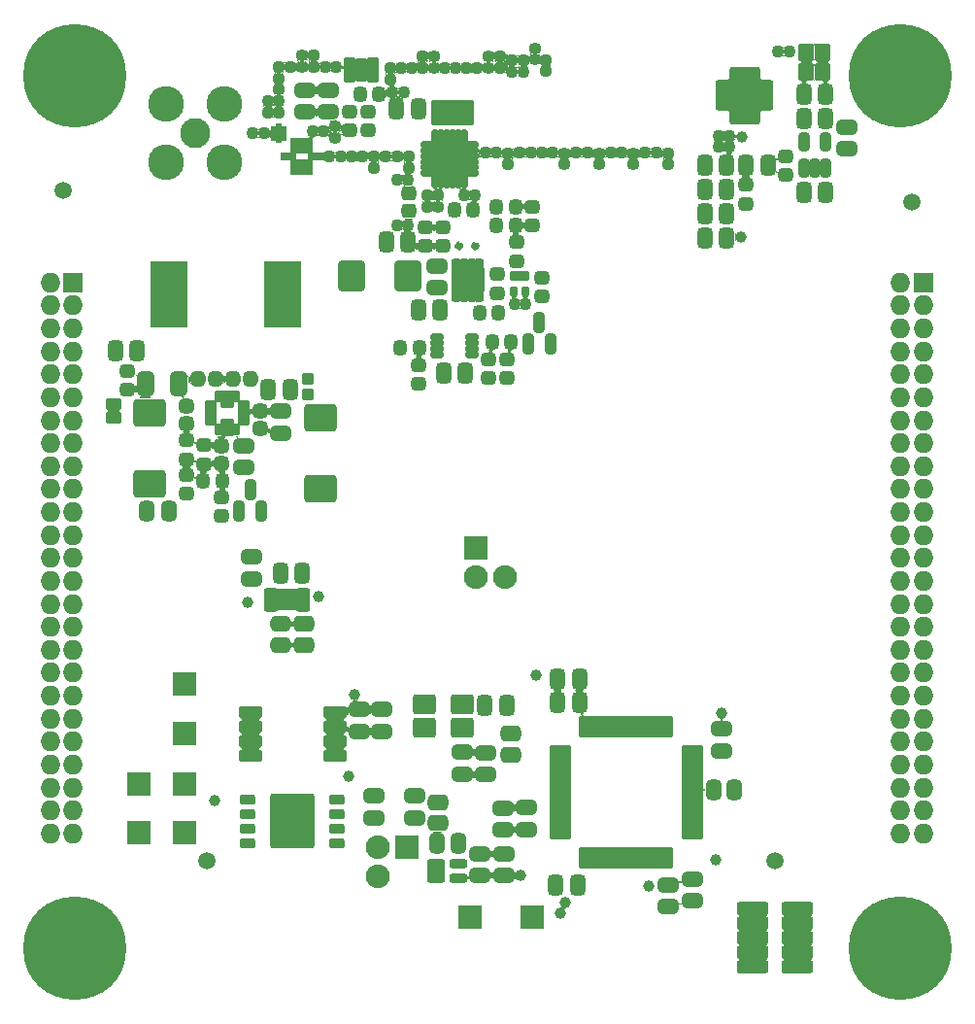
<source format=gts>
G04 #@! TF.GenerationSoftware,KiCad,Pcbnew,(6.0.5)*
G04 #@! TF.CreationDate,2022-07-17T17:02:58+02:00*
G04 #@! TF.ProjectId,STS1_COBC_V2,53545331-5f43-44f4-9243-5f56322e6b69,rev?*
G04 #@! TF.SameCoordinates,Original*
G04 #@! TF.FileFunction,Soldermask,Top*
G04 #@! TF.FilePolarity,Negative*
%FSLAX46Y46*%
G04 Gerber Fmt 4.6, Leading zero omitted, Abs format (unit mm)*
G04 Created by KiCad (PCBNEW (6.0.5)) date 2022-07-17 17:02:58*
%MOMM*%
%LPD*%
G01*
G04 APERTURE LIST*
G04 Aperture macros list*
%AMRoundRect*
0 Rectangle with rounded corners*
0 $1 Rounding radius*
0 $2 $3 $4 $5 $6 $7 $8 $9 X,Y pos of 4 corners*
0 Add a 4 corners polygon primitive as box body*
4,1,4,$2,$3,$4,$5,$6,$7,$8,$9,$2,$3,0*
0 Add four circle primitives for the rounded corners*
1,1,$1+$1,$2,$3*
1,1,$1+$1,$4,$5*
1,1,$1+$1,$6,$7*
1,1,$1+$1,$8,$9*
0 Add four rect primitives between the rounded corners*
20,1,$1+$1,$2,$3,$4,$5,0*
20,1,$1+$1,$4,$5,$6,$7,0*
20,1,$1+$1,$6,$7,$8,$9,0*
20,1,$1+$1,$8,$9,$2,$3,0*%
G04 Aperture macros list end*
%ADD10C,0.600000*%
%ADD11C,1.500000*%
%ADD12C,1.280000*%
%ADD13C,8.980000*%
%ADD14RoundRect,0.190000X-0.675000X-0.675000X0.675000X-0.675000X0.675000X0.675000X-0.675000X0.675000X0*%
%ADD15O,1.730000X1.730000*%
%ADD16RoundRect,0.330000X0.140000X0.170000X-0.140000X0.170000X-0.140000X-0.170000X0.140000X-0.170000X0*%
%ADD17RoundRect,0.440000X0.325000X0.650000X-0.325000X0.650000X-0.325000X-0.650000X0.325000X-0.650000X0*%
%ADD18RoundRect,0.337500X0.147500X0.172500X-0.147500X0.172500X-0.147500X-0.172500X0.147500X-0.172500X0*%
%ADD19RoundRect,0.190000X0.800000X0.650000X-0.800000X0.650000X-0.800000X-0.650000X0.800000X-0.650000X0*%
%ADD20C,0.980000*%
%ADD21RoundRect,0.440000X0.250000X0.475000X-0.250000X0.475000X-0.250000X-0.475000X0.250000X-0.475000X0*%
%ADD22RoundRect,0.440000X0.450000X-0.262500X0.450000X0.262500X-0.450000X0.262500X-0.450000X-0.262500X0*%
%ADD23RoundRect,0.330000X-0.140000X-0.170000X0.140000X-0.170000X0.140000X0.170000X-0.140000X0.170000X0*%
%ADD24RoundRect,0.415000X-0.250000X0.225000X-0.250000X-0.225000X0.250000X-0.225000X0.250000X0.225000X0*%
%ADD25RoundRect,0.440000X-0.250000X-0.475000X0.250000X-0.475000X0.250000X0.475000X-0.250000X0.475000X0*%
%ADD26RoundRect,0.330000X0.170000X-0.140000X0.170000X0.140000X-0.170000X0.140000X-0.170000X-0.140000X0*%
%ADD27RoundRect,0.340000X0.150000X-0.587500X0.150000X0.587500X-0.150000X0.587500X-0.150000X-0.587500X0*%
%ADD28RoundRect,0.415000X-0.225000X-0.250000X0.225000X-0.250000X0.225000X0.250000X-0.225000X0.250000X0*%
%ADD29RoundRect,0.440000X-0.475000X0.250000X-0.475000X-0.250000X0.475000X-0.250000X0.475000X0.250000X0*%
%ADD30RoundRect,0.390000X0.275000X-0.200000X0.275000X0.200000X-0.275000X0.200000X-0.275000X-0.200000X0*%
%ADD31C,0.430000*%
%ADD32RoundRect,0.190000X0.825000X-0.325000X0.825000X0.325000X-0.825000X0.325000X-0.825000X-0.325000X0*%
%ADD33RoundRect,0.390000X-0.275000X0.200000X-0.275000X-0.200000X0.275000X-0.200000X0.275000X0.200000X0*%
%ADD34RoundRect,0.190000X-0.850000X-0.850000X0.850000X-0.850000X0.850000X0.850000X-0.850000X0.850000X0*%
%ADD35RoundRect,0.440000X-0.262500X-0.450000X0.262500X-0.450000X0.262500X0.450000X-0.262500X0.450000X0*%
%ADD36RoundRect,0.330000X-0.170000X0.140000X-0.170000X-0.140000X0.170000X-0.140000X0.170000X0.140000X0*%
%ADD37RoundRect,0.190000X0.475000X-0.225000X0.475000X0.225000X-0.475000X0.225000X-0.475000X-0.225000X0*%
%ADD38RoundRect,0.190000X-1.725000X-2.175000X1.725000X-2.175000X1.725000X2.175000X-1.725000X2.175000X0*%
%ADD39RoundRect,0.252500X0.350000X0.062500X-0.350000X0.062500X-0.350000X-0.062500X0.350000X-0.062500X0*%
%ADD40RoundRect,0.252500X0.062500X0.350000X-0.062500X0.350000X-0.062500X-0.350000X0.062500X-0.350000X0*%
%ADD41RoundRect,0.190000X1.350000X1.350000X-1.350000X1.350000X-1.350000X-1.350000X1.350000X-1.350000X0*%
%ADD42RoundRect,0.190000X0.850000X-0.850000X0.850000X0.850000X-0.850000X0.850000X-0.850000X-0.850000X0*%
%ADD43O,2.080000X2.080000*%
%ADD44RoundRect,0.337500X-0.172500X0.147500X-0.172500X-0.147500X0.172500X-0.147500X0.172500X0.147500X0*%
%ADD45RoundRect,0.408750X-0.256250X0.218750X-0.256250X-0.218750X0.256250X-0.218750X0.256250X0.218750X0*%
%ADD46RoundRect,0.440000X0.787500X0.925000X-0.787500X0.925000X-0.787500X-0.925000X0.787500X-0.925000X0*%
%ADD47RoundRect,0.390000X-0.200000X-0.275000X0.200000X-0.275000X0.200000X0.275000X-0.200000X0.275000X0*%
%ADD48RoundRect,0.390000X0.200000X0.275000X-0.200000X0.275000X-0.200000X-0.275000X0.200000X-0.275000X0*%
%ADD49RoundRect,0.440000X-0.450000X0.262500X-0.450000X-0.262500X0.450000X-0.262500X0.450000X0.262500X0*%
%ADD50C,2.620000*%
%ADD51C,3.120000*%
%ADD52RoundRect,0.433750X0.243750X0.456250X-0.243750X0.456250X-0.243750X-0.456250X0.243750X-0.456250X0*%
%ADD53RoundRect,0.190000X-0.876300X-0.774700X0.876300X-0.774700X0.876300X0.774700X-0.876300X0.774700X0*%
%ADD54RoundRect,0.190000X-0.403999X-0.127400X0.403999X-0.127400X0.403999X0.127400X-0.403999X0.127400X0*%
%ADD55RoundRect,0.440000X0.475000X-0.250000X0.475000X0.250000X-0.475000X0.250000X-0.475000X-0.250000X0*%
%ADD56RoundRect,0.190000X-0.355600X-0.127000X0.355600X-0.127000X0.355600X0.127000X-0.355600X0.127000X0*%
%ADD57RoundRect,0.190000X-0.127000X-0.355600X0.127000X-0.355600X0.127000X0.355600X-0.127000X0.355600X0*%
%ADD58RoundRect,0.190000X-0.127000X-0.596900X0.127000X-0.596900X0.127000X0.596900X-0.127000X0.596900X0*%
%ADD59RoundRect,0.433750X-0.456250X0.243750X-0.456250X-0.243750X0.456250X-0.243750X0.456250X0.243750X0*%
%ADD60RoundRect,0.252500X-0.362500X-0.062500X0.362500X-0.062500X0.362500X0.062500X-0.362500X0.062500X0*%
%ADD61RoundRect,0.252500X-0.062500X-0.362500X0.062500X-0.362500X0.062500X0.362500X-0.062500X0.362500X0*%
%ADD62RoundRect,0.190000X-1.300000X-1.300000X1.300000X-1.300000X1.300000X1.300000X-1.300000X1.300000X0*%
%ADD63RoundRect,0.190000X-0.500000X-0.312500X0.500000X-0.312500X0.500000X0.312500X-0.500000X0.312500X0*%
%ADD64RoundRect,0.415000X0.225000X0.250000X-0.225000X0.250000X-0.225000X-0.250000X0.225000X-0.250000X0*%
%ADD65RoundRect,0.337500X-0.147500X-0.172500X0.147500X-0.172500X0.147500X0.172500X-0.147500X0.172500X0*%
%ADD66RoundRect,0.190000X-0.235000X-0.280000X0.235000X-0.280000X0.235000X0.280000X-0.235000X0.280000X0*%
%ADD67RoundRect,0.190000X-1.260000X-0.850000X1.260000X-0.850000X1.260000X0.850000X-1.260000X0.850000X0*%
%ADD68C,1.380000*%
%ADD69RoundRect,0.190000X0.375000X0.125000X-0.375000X0.125000X-0.375000X-0.125000X0.375000X-0.125000X0*%
%ADD70RoundRect,0.190000X0.500000X-0.575000X0.500000X0.575000X-0.500000X0.575000X-0.500000X-0.575000X0*%
%ADD71RoundRect,0.190000X0.737500X-0.150000X0.737500X0.150000X-0.737500X0.150000X-0.737500X-0.150000X0*%
%ADD72RoundRect,0.190000X-0.150000X-0.737500X0.150000X-0.737500X0.150000X0.737500X-0.150000X0.737500X0*%
%ADD73RoundRect,0.190000X-1.450000X-2.700000X1.450000X-2.700000X1.450000X2.700000X-1.450000X2.700000X0*%
%ADD74RoundRect,0.190000X-0.350000X0.300000X-0.350000X-0.300000X0.350000X-0.300000X0.350000X0.300000X0*%
%ADD75RoundRect,0.440000X-1.025000X0.787500X-1.025000X-0.787500X1.025000X-0.787500X1.025000X0.787500X0*%
%ADD76RoundRect,0.190000X-0.175000X-0.500000X0.175000X-0.500000X0.175000X0.500000X-0.175000X0.500000X0*%
%ADD77RoundRect,0.190000X-0.500000X0.175000X-0.500000X-0.175000X0.500000X-0.175000X0.500000X0.175000X0*%
%ADD78RoundRect,0.337500X0.172500X-0.147500X0.172500X0.147500X-0.172500X0.147500X-0.172500X-0.147500X0*%
%ADD79RoundRect,0.190000X-0.150000X0.225000X-0.150000X-0.225000X0.150000X-0.225000X0.150000X0.225000X0*%
%ADD80RoundRect,0.190000X-1.700000X-0.900000X1.700000X-0.900000X1.700000X0.900000X-1.700000X0.900000X0*%
%ADD81RoundRect,0.265000X-0.275000X-0.075000X0.275000X-0.075000X0.275000X0.075000X-0.275000X0.075000X0*%
%ADD82RoundRect,0.190000X-0.350000X-0.800000X0.350000X-0.800000X0.350000X0.800000X-0.350000X0.800000X0*%
%ADD83RoundRect,0.190000X0.600000X-0.200000X0.600000X0.200000X-0.600000X0.200000X-0.600000X-0.200000X0*%
%ADD84RoundRect,0.210000X-0.080000X-0.080000X0.080000X-0.080000X0.080000X0.080000X-0.080000X0.080000X0*%
%ADD85RoundRect,0.210000X-0.080000X-0.280000X0.080000X-0.280000X0.080000X0.280000X-0.080000X0.280000X0*%
%ADD86RoundRect,0.340000X0.150000X-0.512500X0.150000X0.512500X-0.150000X0.512500X-0.150000X-0.512500X0*%
%ADD87RoundRect,0.190000X-1.200000X-0.370000X1.200000X-0.370000X1.200000X0.370000X-1.200000X0.370000X0*%
G04 APERTURE END LIST*
D10*
X155632540Y-61100000D02*
G75*
G03*
X155632540Y-61100000I-100000J0D01*
G01*
X154232540Y-61100000D02*
G75*
G03*
X154232540Y-61100000I-100000J0D01*
G01*
X155632540Y-61100000D02*
G75*
G03*
X155632540Y-61100000I-100000J0D01*
G01*
X154232540Y-61100000D02*
G75*
G03*
X154232540Y-61100000I-100000J0D01*
G01*
D11*
X193632540Y-57300000D03*
X119632540Y-56300000D03*
X132122000Y-114690000D03*
D12*
X194912959Y-44019581D03*
X190352121Y-44019581D03*
X192632540Y-49525000D03*
X189407540Y-46300000D03*
D13*
X192632540Y-46300000D03*
D12*
X195857540Y-46300000D03*
X190352121Y-48580419D03*
X194912959Y-48580419D03*
X192632540Y-43075000D03*
X118352121Y-124580419D03*
X122912959Y-120019581D03*
X122912959Y-124580419D03*
X118352121Y-120019581D03*
X120632540Y-119075000D03*
D13*
X120632540Y-122300000D03*
D12*
X117407540Y-122300000D03*
X123857540Y-122300000D03*
X120632540Y-125525000D03*
X190352121Y-124580419D03*
X192632540Y-119075000D03*
D13*
X192632540Y-122300000D03*
D12*
X190352121Y-120019581D03*
X192632540Y-125525000D03*
X189407540Y-122300000D03*
X195857540Y-122300000D03*
X194912959Y-124580419D03*
X194912959Y-120019581D03*
D11*
X181652000Y-114690000D03*
D14*
X194632540Y-64300000D03*
D15*
X192632540Y-64300000D03*
X194632540Y-66300000D03*
X192632540Y-66300000D03*
X194632540Y-68300000D03*
X192632540Y-68300000D03*
X194632540Y-70300000D03*
X192632540Y-70300000D03*
X194632540Y-72300000D03*
X192632540Y-72300000D03*
X194632540Y-74300000D03*
X192632540Y-74300000D03*
X194632540Y-76300000D03*
X192632540Y-76300000D03*
X194632540Y-78300000D03*
X192632540Y-78300000D03*
X194632540Y-80300000D03*
X192632540Y-80300000D03*
X194632540Y-82300000D03*
X192632540Y-82300000D03*
X194632540Y-84300000D03*
X192632540Y-84300000D03*
X194632540Y-86300000D03*
X192632540Y-86300000D03*
X194632540Y-88300000D03*
X192632540Y-88300000D03*
X194632540Y-90300000D03*
X192632540Y-90300000D03*
X194632540Y-92300000D03*
X192632540Y-92300000D03*
X194632540Y-94300000D03*
X192632540Y-94300000D03*
X194632540Y-96300000D03*
X192632540Y-96300000D03*
X194632540Y-98300000D03*
X192632540Y-98300000D03*
X194632540Y-100300000D03*
X192632540Y-100300000D03*
X194632540Y-102300000D03*
X192632540Y-102300000D03*
X194632540Y-104300000D03*
X192632540Y-104300000D03*
X194632540Y-106300000D03*
X192632540Y-106300000D03*
X194632540Y-108300000D03*
X192632540Y-108300000D03*
X194632540Y-110300000D03*
X192632540Y-110300000D03*
X194632540Y-112300000D03*
X192632540Y-112300000D03*
D12*
X120632540Y-43075000D03*
X122912959Y-44019581D03*
X120632540Y-49525000D03*
X117407540Y-46300000D03*
X122912959Y-48580419D03*
X123857540Y-46300000D03*
X118352121Y-44019581D03*
X118352121Y-48580419D03*
D13*
X120632540Y-46300000D03*
D14*
X120500000Y-64300000D03*
D15*
X118500000Y-64300000D03*
X120500000Y-66300000D03*
X118500000Y-66300000D03*
X120500000Y-68300000D03*
X118500000Y-68300000D03*
X120500000Y-70300000D03*
X118500000Y-70300000D03*
X120500000Y-72300000D03*
X118500000Y-72300000D03*
X120500000Y-74300000D03*
X118500000Y-74300000D03*
X120500000Y-76300000D03*
X118500000Y-76300000D03*
X120500000Y-78300000D03*
X118500000Y-78300000D03*
X120500000Y-80300000D03*
X118500000Y-80300000D03*
X120500000Y-82300000D03*
X118500000Y-82300000D03*
X120500000Y-84300000D03*
X118500000Y-84300000D03*
X120500000Y-86300000D03*
X118500000Y-86300000D03*
X120500000Y-88300000D03*
X118500000Y-88300000D03*
X120500000Y-90300000D03*
X118500000Y-90300000D03*
X120500000Y-92300000D03*
X118500000Y-92300000D03*
X120500000Y-94300000D03*
X118500000Y-94300000D03*
X120500000Y-96300000D03*
X118500000Y-96300000D03*
X120500000Y-98300000D03*
X118500000Y-98300000D03*
X120500000Y-100300000D03*
X118500000Y-100300000D03*
X120500000Y-102300000D03*
X118500000Y-102300000D03*
X120500000Y-104300000D03*
X118500000Y-104300000D03*
X120500000Y-106300000D03*
X118500000Y-106300000D03*
X120500000Y-108300000D03*
X118500000Y-108300000D03*
X120500000Y-110300000D03*
X118500000Y-110300000D03*
X120500000Y-112300000D03*
X118500000Y-112300000D03*
D16*
X150012540Y-45600000D03*
X149052540Y-45600000D03*
D17*
X129737540Y-73140000D03*
X126787540Y-73140000D03*
D18*
X145717540Y-53300000D03*
X144747540Y-53300000D03*
D19*
X154412540Y-101080000D03*
X151112540Y-101080000D03*
X151112540Y-103080000D03*
X154412540Y-103080000D03*
D20*
X144532540Y-107300000D03*
D21*
X149682540Y-60800000D03*
X147782540Y-60800000D03*
D22*
X152332540Y-111412500D03*
X152332540Y-109587500D03*
D23*
X141352540Y-51100000D03*
X142312540Y-51100000D03*
D24*
X136802540Y-75465000D03*
X136802540Y-77015000D03*
D25*
X179182540Y-54100000D03*
X181082540Y-54100000D03*
D26*
X160732540Y-44880000D03*
X160732540Y-43920000D03*
D27*
X134982540Y-84217500D03*
X136882540Y-84217500D03*
X135932540Y-82342500D03*
D28*
X134397540Y-72730000D03*
X135947540Y-72730000D03*
D29*
X172402540Y-116780000D03*
X172402540Y-118680000D03*
D30*
X125182540Y-73645000D03*
X125182540Y-71995000D03*
D20*
X162932540Y-119300000D03*
D21*
X164632540Y-98900000D03*
X162732540Y-98900000D03*
D31*
X155532540Y-61100000D03*
D26*
X140432540Y-45480000D03*
X140432540Y-44520000D03*
D32*
X135957540Y-101760000D03*
X135957540Y-103030000D03*
X135957540Y-104300000D03*
X135957540Y-105570000D03*
X143307540Y-105570000D03*
X143307540Y-104300000D03*
X143307540Y-103030000D03*
X143307540Y-101760000D03*
D21*
X177482540Y-56200000D03*
X175582540Y-56200000D03*
D18*
X165317540Y-53000000D03*
X164347540Y-53000000D03*
D33*
X160532540Y-57675000D03*
X160532540Y-59325000D03*
D23*
X148752540Y-55300000D03*
X149712540Y-55300000D03*
D29*
X135372540Y-78540000D03*
X135372540Y-80440000D03*
D34*
X160532540Y-119600000D03*
D35*
X152220040Y-113200000D03*
X154045040Y-113200000D03*
D36*
X138432540Y-46520000D03*
X138432540Y-47480000D03*
D30*
X161332540Y-65525000D03*
X161332540Y-63875000D03*
D34*
X155132540Y-119600000D03*
D20*
X170632540Y-116900000D03*
D16*
X143812540Y-53300000D03*
X142852540Y-53300000D03*
X162312540Y-53000000D03*
X161352540Y-53000000D03*
D26*
X156732540Y-45580000D03*
X156732540Y-44620000D03*
D29*
X174462540Y-116300000D03*
X174462540Y-118200000D03*
D37*
X135707540Y-109345000D03*
X135707540Y-110615000D03*
X135707540Y-111885000D03*
X135707540Y-113155000D03*
X143507540Y-113155000D03*
X143507540Y-111885000D03*
X143507540Y-110615000D03*
X143507540Y-109345000D03*
D38*
X139607540Y-111250000D03*
D36*
X163332540Y-53020000D03*
X163332540Y-53980000D03*
D25*
X137502540Y-73660000D03*
X139402540Y-73660000D03*
D18*
X160417540Y-53000000D03*
X159447540Y-53000000D03*
D21*
X177482540Y-54100000D03*
X175582540Y-54100000D03*
D39*
X155270040Y-54775000D03*
X155270040Y-54275000D03*
X155270040Y-53775000D03*
X155270040Y-53275000D03*
X155270040Y-52775000D03*
X155270040Y-52275000D03*
D40*
X154557540Y-51562500D03*
X154057540Y-51562500D03*
X153557540Y-51562500D03*
X153057540Y-51562500D03*
X152557540Y-51562500D03*
X152057540Y-51562500D03*
D39*
X151345040Y-52275000D03*
X151345040Y-52775000D03*
X151345040Y-53275000D03*
X151345040Y-53775000D03*
X151345040Y-54275000D03*
X151345040Y-54775000D03*
D40*
X152057540Y-55487500D03*
X152557540Y-55487500D03*
X153057540Y-55487500D03*
X153557540Y-55487500D03*
X154057540Y-55487500D03*
X154557540Y-55487500D03*
D41*
X153307540Y-53525000D03*
D16*
X137112540Y-51300000D03*
X136152540Y-51300000D03*
D20*
X160832540Y-98500000D03*
D16*
X159712540Y-45900000D03*
X158752540Y-45900000D03*
D18*
X139417540Y-45500000D03*
X138447540Y-45500000D03*
D42*
X155592540Y-87460000D03*
D43*
X155632540Y-90000000D03*
X158172540Y-90000000D03*
D44*
X161732540Y-44915000D03*
X161732540Y-45885000D03*
D45*
X149732540Y-56512500D03*
X149732540Y-58087500D03*
D20*
X178832540Y-51600000D03*
D23*
X158952540Y-66200000D03*
X159912540Y-66200000D03*
D33*
X156732540Y-70975000D03*
X156732540Y-72625000D03*
D21*
X177482540Y-60400000D03*
X175582540Y-60400000D03*
D33*
X159132540Y-60775000D03*
X159132540Y-62425000D03*
D29*
X156472540Y-105270000D03*
X156472540Y-107170000D03*
D26*
X152332540Y-57680000D03*
X152332540Y-56720000D03*
D34*
X149562540Y-113465000D03*
D43*
X147022540Y-113505000D03*
X147022540Y-116045000D03*
D46*
X149695040Y-63700000D03*
X144770040Y-63700000D03*
D47*
X155907540Y-66900000D03*
X157557540Y-66900000D03*
D48*
X150657540Y-70000000D03*
X149007540Y-70000000D03*
X159057540Y-59300000D03*
X157407540Y-59300000D03*
D16*
X177712540Y-51500000D03*
X176752540Y-51500000D03*
D49*
X140612540Y-94035000D03*
X140612540Y-95860000D03*
D16*
X138412540Y-48500000D03*
X137452540Y-48500000D03*
D50*
X131132540Y-51300000D03*
D51*
X128592540Y-48760000D03*
X133672540Y-53840000D03*
X133672540Y-48760000D03*
X128592540Y-53840000D03*
D52*
X128810040Y-84250000D03*
X126935040Y-84250000D03*
D53*
X139122540Y-91951908D03*
D54*
X140517140Y-91201907D03*
X140517140Y-91701908D03*
X140517140Y-92201908D03*
X140517140Y-92701909D03*
X137727940Y-92701909D03*
X137727940Y-92201908D03*
X137727940Y-91701908D03*
X137727940Y-91201907D03*
D29*
X152232540Y-62850000D03*
X152232540Y-64750000D03*
D16*
X143412540Y-45500000D03*
X142452540Y-45500000D03*
X155512540Y-56700000D03*
X154552540Y-56700000D03*
D55*
X154432540Y-107150000D03*
X154432540Y-105250000D03*
D56*
X132472540Y-74929999D03*
X132472540Y-75430000D03*
X132472540Y-75930000D03*
X132472540Y-76430001D03*
D57*
X133172478Y-77130086D03*
D58*
X133672604Y-76888786D03*
X134172540Y-76888786D03*
D57*
X134672602Y-77130086D03*
D56*
X135372540Y-76430001D03*
X135372540Y-75930000D03*
X135372540Y-75430000D03*
X135372540Y-74929999D03*
D57*
X134672541Y-74230000D03*
D58*
X134172540Y-74471290D03*
X133672540Y-74471290D03*
D57*
X133172539Y-74230000D03*
D18*
X159717540Y-44900000D03*
X158747540Y-44900000D03*
D33*
X130372540Y-81075000D03*
X130372540Y-82725000D03*
D59*
X138592540Y-94030000D03*
X138592540Y-95905000D03*
D20*
X163432540Y-118350000D03*
D44*
X151332540Y-56715000D03*
X151332540Y-57685000D03*
D48*
X133487540Y-81560000D03*
X131837540Y-81560000D03*
D44*
X157732540Y-44615000D03*
X157732540Y-45585000D03*
D55*
X158022540Y-114060000D03*
X158022540Y-115960000D03*
D60*
X177107540Y-47000000D03*
X177107540Y-47500000D03*
X177107540Y-48000000D03*
X177107540Y-48500000D03*
X177107540Y-49000000D03*
D61*
X178032540Y-49925000D03*
X178532540Y-49925000D03*
X179032540Y-49925000D03*
X179532540Y-49925000D03*
X180032540Y-49925000D03*
D60*
X180957540Y-49000000D03*
X180957540Y-48500000D03*
X180957540Y-48000000D03*
X180957540Y-47500000D03*
X180957540Y-47000000D03*
D61*
X180032540Y-46075000D03*
X179532540Y-46075000D03*
X179032540Y-46075000D03*
X178532540Y-46075000D03*
X178032540Y-46075000D03*
D62*
X179032540Y-48000000D03*
D55*
X147407540Y-103400000D03*
X147407540Y-101500000D03*
D33*
X131912540Y-78455000D03*
X131912540Y-80105000D03*
D44*
X146732540Y-53315000D03*
X146732540Y-54285000D03*
D63*
X124022540Y-74885000D03*
X124022540Y-76110000D03*
D20*
X145032540Y-100200000D03*
D34*
X130232540Y-103600000D03*
X130232540Y-112200000D03*
D16*
X182912540Y-44200000D03*
X181952540Y-44200000D03*
D55*
X155972540Y-115960000D03*
X155972540Y-114060000D03*
D64*
X132927540Y-72730000D03*
X131377540Y-72730000D03*
D30*
X130372540Y-79700000D03*
X130372540Y-78050000D03*
D65*
X137447540Y-49500000D03*
X138417540Y-49500000D03*
D66*
X153932140Y-65470000D03*
X154582140Y-65470000D03*
X155232140Y-65470000D03*
X155882140Y-65470000D03*
X155882140Y-62730000D03*
X155232140Y-62730000D03*
X154582140Y-62730000D03*
X153932140Y-62730000D03*
D67*
X154932540Y-64100000D03*
D68*
X155465940Y-64100000D03*
X154399140Y-64100000D03*
D27*
X160182540Y-69637500D03*
X162082540Y-69637500D03*
X161132540Y-67762500D03*
D69*
X155282540Y-70550000D03*
X155282540Y-70050000D03*
X155282540Y-69550000D03*
X155282540Y-69050000D03*
X152182540Y-69050000D03*
X152182540Y-69550000D03*
X152182540Y-70050000D03*
X152182540Y-70550000D03*
D55*
X146707540Y-110950000D03*
X146707540Y-109050000D03*
D44*
X148132540Y-45615000D03*
X148132540Y-46585000D03*
D18*
X168317540Y-53000000D03*
X167347540Y-53000000D03*
D36*
X143332540Y-50720000D03*
X143332540Y-51680000D03*
D70*
X185832540Y-45975000D03*
X185832540Y-44225000D03*
X184432540Y-44225000D03*
X184432540Y-45975000D03*
D48*
X155357540Y-58000000D03*
X153707540Y-58000000D03*
D30*
X150632540Y-73125000D03*
X150632540Y-71475000D03*
D48*
X147157540Y-47900000D03*
X145507540Y-47900000D03*
D16*
X177712540Y-52500000D03*
X176752540Y-52500000D03*
D36*
X169332540Y-53020000D03*
X169332540Y-53980000D03*
D33*
X144632540Y-49375000D03*
X144632540Y-51025000D03*
D25*
X152782540Y-72200000D03*
X154682540Y-72200000D03*
D30*
X182632540Y-54925000D03*
X182632540Y-53275000D03*
D34*
X130232540Y-99300000D03*
D16*
X149712540Y-59300000D03*
X148752540Y-59300000D03*
D71*
X162969540Y-104975000D03*
X162969540Y-105475000D03*
X162969540Y-105975000D03*
X162969540Y-106475000D03*
X162969540Y-106975000D03*
X162969540Y-107475000D03*
X162969540Y-107975000D03*
X162969540Y-108475000D03*
X162969540Y-108975000D03*
X162969540Y-109475000D03*
X162969540Y-109975000D03*
X162969540Y-110475000D03*
X162969540Y-110975000D03*
X162969540Y-111475000D03*
X162969540Y-111975000D03*
X162969540Y-112475000D03*
D72*
X164957540Y-114463000D03*
X165457540Y-114463000D03*
X165957540Y-114463000D03*
X166457540Y-114463000D03*
X166957540Y-114463000D03*
X167457540Y-114463000D03*
X167957540Y-114463000D03*
X168457540Y-114463000D03*
X168957540Y-114463000D03*
X169457540Y-114463000D03*
X169957540Y-114463000D03*
X170457540Y-114463000D03*
X170957540Y-114463000D03*
X171457540Y-114463000D03*
X171957540Y-114463000D03*
X172457540Y-114463000D03*
D71*
X174445540Y-112475000D03*
X174445540Y-111975000D03*
X174445540Y-111475000D03*
X174445540Y-110975000D03*
X174445540Y-110475000D03*
X174445540Y-109975000D03*
X174445540Y-109475000D03*
X174445540Y-108975000D03*
X174445540Y-108475000D03*
X174445540Y-107975000D03*
X174445540Y-107475000D03*
X174445540Y-106975000D03*
X174445540Y-106475000D03*
X174445540Y-105975000D03*
X174445540Y-105475000D03*
X174445540Y-104975000D03*
D72*
X172457540Y-102987000D03*
X171957540Y-102987000D03*
X171457540Y-102987000D03*
X170957540Y-102987000D03*
X170457540Y-102987000D03*
X169957540Y-102987000D03*
X169457540Y-102987000D03*
X168957540Y-102987000D03*
X168457540Y-102987000D03*
X167957540Y-102987000D03*
X167457540Y-102987000D03*
X166957540Y-102987000D03*
X166457540Y-102987000D03*
X165957540Y-102987000D03*
X165457540Y-102987000D03*
X164957540Y-102987000D03*
D20*
X178732540Y-60300000D03*
D47*
X157407540Y-57700000D03*
X159057540Y-57700000D03*
D73*
X128822540Y-65320000D03*
X138722540Y-65320000D03*
D55*
X142732540Y-49450000D03*
X142732540Y-47550000D03*
D21*
X152482540Y-66700000D03*
X150582540Y-66700000D03*
D30*
X146232540Y-51025000D03*
X146232540Y-49375000D03*
D44*
X150932540Y-44615000D03*
X150932540Y-45585000D03*
X158432540Y-53015000D03*
X158432540Y-53985000D03*
D16*
X171312540Y-53000000D03*
X170352540Y-53000000D03*
D22*
X158662540Y-105422500D03*
X158662540Y-103597500D03*
D25*
X162582540Y-116800000D03*
X164482540Y-116800000D03*
D20*
X132832540Y-109400000D03*
D74*
X140922540Y-74090000D03*
X140922540Y-72690000D03*
D55*
X187932540Y-52650000D03*
X187932540Y-50750000D03*
D16*
X148712540Y-53300000D03*
X147752540Y-53300000D03*
D34*
X126232540Y-108000000D03*
D75*
X127172540Y-75650000D03*
X127172540Y-81875000D03*
D35*
X176320040Y-108500000D03*
X178145040Y-108500000D03*
D29*
X177022540Y-103200000D03*
X177022540Y-105100000D03*
D76*
X141082540Y-52400000D03*
X140432540Y-52400000D03*
X139782540Y-52400000D03*
D77*
X139232540Y-53300000D03*
D76*
X139782540Y-54200000D03*
X140432540Y-54200000D03*
X141082540Y-54200000D03*
D77*
X141632540Y-53300000D03*
D26*
X151932540Y-45580000D03*
X151932540Y-44620000D03*
D47*
X157007540Y-69500000D03*
X158657540Y-69500000D03*
D24*
X130372540Y-75070000D03*
X130372540Y-76620000D03*
D78*
X149732540Y-54285000D03*
X149732540Y-53315000D03*
D30*
X157432540Y-65225000D03*
X157432540Y-63575000D03*
D79*
X159932540Y-63700000D03*
X159432540Y-63700000D03*
X158932540Y-63700000D03*
X158932540Y-65100000D03*
X159932540Y-65100000D03*
D80*
X153532540Y-49500000D03*
D25*
X124182540Y-70260000D03*
X126082540Y-70260000D03*
D55*
X150232540Y-110950000D03*
X150232540Y-109050000D03*
D21*
X177482540Y-58300000D03*
X175582540Y-58300000D03*
D20*
X177032540Y-101800000D03*
D21*
X158292540Y-101160000D03*
X156392540Y-101160000D03*
D24*
X133432540Y-78505000D03*
X133432540Y-80055000D03*
D20*
X176532540Y-114600000D03*
D34*
X126232540Y-112200000D03*
D81*
X144632540Y-45050000D03*
X144632540Y-45550000D03*
X144632540Y-46050000D03*
X144632540Y-46550000D03*
X146632540Y-46550000D03*
X146632540Y-46050000D03*
X146632540Y-45550000D03*
X146632540Y-45050000D03*
D82*
X145632540Y-45800000D03*
D44*
X141432540Y-44515000D03*
X141432540Y-45485000D03*
D83*
X152142540Y-114950000D03*
X152142540Y-115600000D03*
X152142540Y-116250000D03*
X154042540Y-116250000D03*
X154042540Y-114950000D03*
D16*
X153812540Y-45600000D03*
X152852540Y-45600000D03*
D55*
X140732540Y-49450000D03*
X140732540Y-47550000D03*
D25*
X138552540Y-89667500D03*
X140452540Y-89667500D03*
D44*
X172332540Y-53015000D03*
X172332540Y-53985000D03*
D31*
X154132540Y-61100000D03*
D55*
X157962540Y-111980000D03*
X157962540Y-110080000D03*
D20*
X159532540Y-116000000D03*
X135742540Y-92187500D03*
D29*
X138572540Y-75510000D03*
X138572540Y-77410000D03*
D25*
X184182540Y-50000000D03*
X186082540Y-50000000D03*
D36*
X166332540Y-53020000D03*
X166332540Y-53980000D03*
D55*
X145407540Y-103400000D03*
X145407540Y-101500000D03*
D30*
X151232540Y-61125000D03*
X151232540Y-59475000D03*
D18*
X155717540Y-45600000D03*
X154747540Y-45600000D03*
D84*
X138032540Y-50900000D03*
X138032540Y-51300000D03*
X138032540Y-51700000D03*
X138432540Y-51900000D03*
X138832540Y-51700000D03*
X138832540Y-51300000D03*
X138832540Y-50900000D03*
X138432540Y-50700000D03*
D85*
X138432540Y-51300000D03*
D30*
X158332540Y-72625000D03*
X158332540Y-70975000D03*
D33*
X179132540Y-55775000D03*
X179132540Y-57425000D03*
D25*
X148682540Y-49200000D03*
X150582540Y-49200000D03*
D86*
X184182540Y-54337500D03*
X185132540Y-54337500D03*
X186082540Y-54337500D03*
X186082540Y-52062500D03*
X184182540Y-52062500D03*
D21*
X164632540Y-100930000D03*
X162732540Y-100930000D03*
D25*
X184182540Y-47900000D03*
X186082540Y-47900000D03*
D30*
X133422540Y-84665000D03*
X133422540Y-83015000D03*
D33*
X152732540Y-59475000D03*
X152732540Y-61125000D03*
D29*
X160002540Y-110070000D03*
X160002540Y-111970000D03*
D23*
X148352540Y-47700000D03*
X149312540Y-47700000D03*
D29*
X136032540Y-88197500D03*
X136032540Y-90097500D03*
D75*
X142042540Y-76057500D03*
X142042540Y-82282500D03*
D34*
X130232540Y-108000000D03*
D16*
X157412540Y-53000000D03*
X156452540Y-53000000D03*
D25*
X184182540Y-56400000D03*
X186082540Y-56400000D03*
D20*
X141922540Y-91697500D03*
D87*
X179762540Y-118800000D03*
X183662540Y-118800000D03*
X179762540Y-120070000D03*
X183662540Y-120070000D03*
X179762540Y-121340000D03*
X183662540Y-121340000D03*
X179762540Y-122610000D03*
X183662540Y-122610000D03*
X179762540Y-123880000D03*
X183662540Y-123880000D03*
G36*
X182349698Y-123126316D02*
G01*
X182390609Y-123153652D01*
X182462739Y-123168000D01*
X184862341Y-123168000D01*
X184934471Y-123153652D01*
X184975382Y-123126316D01*
X184977378Y-123126185D01*
X184978489Y-123127848D01*
X184977907Y-123129393D01*
X184956646Y-123150654D01*
X184956268Y-123151263D01*
X184924346Y-123179371D01*
X184905362Y-123245974D01*
X184925403Y-123312278D01*
X184956633Y-123339340D01*
X184956737Y-123339437D01*
X184977907Y-123360607D01*
X184978425Y-123362539D01*
X184977011Y-123363953D01*
X184975382Y-123363684D01*
X184934471Y-123336348D01*
X184862341Y-123322000D01*
X182462739Y-123322000D01*
X182390609Y-123336348D01*
X182349698Y-123363684D01*
X182347702Y-123363815D01*
X182346591Y-123362152D01*
X182347173Y-123360607D01*
X182368434Y-123339346D01*
X182368812Y-123338737D01*
X182400734Y-123310629D01*
X182419718Y-123244026D01*
X182399677Y-123177722D01*
X182368447Y-123150660D01*
X182368343Y-123150563D01*
X182347173Y-123129393D01*
X182346655Y-123127461D01*
X182348069Y-123126047D01*
X182349698Y-123126316D01*
G37*
G36*
X178449698Y-123126316D02*
G01*
X178490609Y-123153652D01*
X178562739Y-123168000D01*
X180962341Y-123168000D01*
X181034471Y-123153652D01*
X181075382Y-123126316D01*
X181077378Y-123126185D01*
X181078489Y-123127848D01*
X181077907Y-123129393D01*
X181056646Y-123150654D01*
X181056268Y-123151263D01*
X181024346Y-123179371D01*
X181005362Y-123245974D01*
X181025403Y-123312278D01*
X181056633Y-123339340D01*
X181056737Y-123339437D01*
X181077907Y-123360607D01*
X181078425Y-123362539D01*
X181077011Y-123363953D01*
X181075382Y-123363684D01*
X181034471Y-123336348D01*
X180962341Y-123322000D01*
X178562739Y-123322000D01*
X178490609Y-123336348D01*
X178449698Y-123363684D01*
X178447702Y-123363815D01*
X178446591Y-123362152D01*
X178447173Y-123360607D01*
X178468434Y-123339346D01*
X178468812Y-123338737D01*
X178500734Y-123310629D01*
X178519718Y-123244026D01*
X178499677Y-123177722D01*
X178468447Y-123150660D01*
X178468343Y-123150563D01*
X178447173Y-123129393D01*
X178446655Y-123127461D01*
X178448069Y-123126047D01*
X178449698Y-123126316D01*
G37*
G36*
X178449698Y-121856316D02*
G01*
X178490609Y-121883652D01*
X178562739Y-121898000D01*
X180962341Y-121898000D01*
X181034471Y-121883652D01*
X181075382Y-121856316D01*
X181077378Y-121856185D01*
X181078489Y-121857848D01*
X181077907Y-121859393D01*
X181056646Y-121880654D01*
X181056268Y-121881263D01*
X181024346Y-121909371D01*
X181005362Y-121975974D01*
X181025403Y-122042278D01*
X181056633Y-122069340D01*
X181056737Y-122069437D01*
X181077907Y-122090607D01*
X181078425Y-122092539D01*
X181077011Y-122093953D01*
X181075382Y-122093684D01*
X181034471Y-122066348D01*
X180962341Y-122052000D01*
X178562739Y-122052000D01*
X178490609Y-122066348D01*
X178449698Y-122093684D01*
X178447702Y-122093815D01*
X178446591Y-122092152D01*
X178447173Y-122090607D01*
X178468434Y-122069346D01*
X178468812Y-122068737D01*
X178500734Y-122040629D01*
X178519718Y-121974026D01*
X178499677Y-121907722D01*
X178468447Y-121880660D01*
X178468343Y-121880563D01*
X178447173Y-121859393D01*
X178446655Y-121857461D01*
X178448069Y-121856047D01*
X178449698Y-121856316D01*
G37*
G36*
X182349698Y-121856316D02*
G01*
X182390609Y-121883652D01*
X182462739Y-121898000D01*
X184862341Y-121898000D01*
X184934471Y-121883652D01*
X184975382Y-121856316D01*
X184977378Y-121856185D01*
X184978489Y-121857848D01*
X184977907Y-121859393D01*
X184956646Y-121880654D01*
X184956268Y-121881263D01*
X184924346Y-121909371D01*
X184905362Y-121975974D01*
X184925403Y-122042278D01*
X184956633Y-122069340D01*
X184956737Y-122069437D01*
X184977907Y-122090607D01*
X184978425Y-122092539D01*
X184977011Y-122093953D01*
X184975382Y-122093684D01*
X184934471Y-122066348D01*
X184862341Y-122052000D01*
X182462739Y-122052000D01*
X182390609Y-122066348D01*
X182349698Y-122093684D01*
X182347702Y-122093815D01*
X182346591Y-122092152D01*
X182347173Y-122090607D01*
X182368434Y-122069346D01*
X182368812Y-122068737D01*
X182400734Y-122040629D01*
X182419718Y-121974026D01*
X182399677Y-121907722D01*
X182368447Y-121880660D01*
X182368343Y-121880563D01*
X182347173Y-121859393D01*
X182346655Y-121857461D01*
X182348069Y-121856047D01*
X182349698Y-121856316D01*
G37*
G36*
X178449698Y-120586316D02*
G01*
X178490609Y-120613652D01*
X178562739Y-120628000D01*
X180962341Y-120628000D01*
X181034471Y-120613652D01*
X181075382Y-120586316D01*
X181077378Y-120586185D01*
X181078489Y-120587848D01*
X181077907Y-120589393D01*
X181056646Y-120610654D01*
X181056268Y-120611263D01*
X181024346Y-120639371D01*
X181005362Y-120705974D01*
X181025403Y-120772278D01*
X181056633Y-120799340D01*
X181056737Y-120799437D01*
X181077907Y-120820607D01*
X181078425Y-120822539D01*
X181077011Y-120823953D01*
X181075382Y-120823684D01*
X181034471Y-120796348D01*
X180962341Y-120782000D01*
X178562739Y-120782000D01*
X178490609Y-120796348D01*
X178449698Y-120823684D01*
X178447702Y-120823815D01*
X178446591Y-120822152D01*
X178447173Y-120820607D01*
X178468434Y-120799346D01*
X178468812Y-120798737D01*
X178500734Y-120770629D01*
X178519718Y-120704026D01*
X178499677Y-120637722D01*
X178468447Y-120610660D01*
X178468343Y-120610563D01*
X178447173Y-120589393D01*
X178446655Y-120587461D01*
X178448069Y-120586047D01*
X178449698Y-120586316D01*
G37*
G36*
X182349698Y-120586316D02*
G01*
X182390609Y-120613652D01*
X182462739Y-120628000D01*
X184862341Y-120628000D01*
X184934471Y-120613652D01*
X184975382Y-120586316D01*
X184977378Y-120586185D01*
X184978489Y-120587848D01*
X184977907Y-120589393D01*
X184956646Y-120610654D01*
X184956268Y-120611263D01*
X184924346Y-120639371D01*
X184905362Y-120705974D01*
X184925403Y-120772278D01*
X184956633Y-120799340D01*
X184956737Y-120799437D01*
X184977907Y-120820607D01*
X184978425Y-120822539D01*
X184977011Y-120823953D01*
X184975382Y-120823684D01*
X184934471Y-120796348D01*
X184862341Y-120782000D01*
X182462739Y-120782000D01*
X182390609Y-120796348D01*
X182349698Y-120823684D01*
X182347702Y-120823815D01*
X182346591Y-120822152D01*
X182347173Y-120820607D01*
X182368434Y-120799346D01*
X182368812Y-120798737D01*
X182400734Y-120770629D01*
X182419718Y-120704026D01*
X182399677Y-120637722D01*
X182368447Y-120610660D01*
X182368343Y-120610563D01*
X182347173Y-120589393D01*
X182346655Y-120587461D01*
X182348069Y-120586047D01*
X182349698Y-120586316D01*
G37*
G36*
X178449698Y-119316316D02*
G01*
X178490609Y-119343652D01*
X178562739Y-119358000D01*
X180962341Y-119358000D01*
X181034471Y-119343652D01*
X181075382Y-119316316D01*
X181077378Y-119316185D01*
X181078489Y-119317848D01*
X181077907Y-119319393D01*
X181056646Y-119340654D01*
X181056268Y-119341263D01*
X181024346Y-119369371D01*
X181005362Y-119435974D01*
X181025403Y-119502278D01*
X181056633Y-119529340D01*
X181056737Y-119529437D01*
X181077907Y-119550607D01*
X181078425Y-119552539D01*
X181077011Y-119553953D01*
X181075382Y-119553684D01*
X181034471Y-119526348D01*
X180962341Y-119512000D01*
X178562739Y-119512000D01*
X178490609Y-119526348D01*
X178449698Y-119553684D01*
X178447702Y-119553815D01*
X178446591Y-119552152D01*
X178447173Y-119550607D01*
X178468434Y-119529346D01*
X178468812Y-119528737D01*
X178500734Y-119500629D01*
X178519718Y-119434026D01*
X178499677Y-119367722D01*
X178468447Y-119340660D01*
X178468343Y-119340563D01*
X178447173Y-119319393D01*
X178446655Y-119317461D01*
X178448069Y-119316047D01*
X178449698Y-119316316D01*
G37*
G36*
X182349698Y-119316316D02*
G01*
X182390609Y-119343652D01*
X182462739Y-119358000D01*
X184862341Y-119358000D01*
X184934471Y-119343652D01*
X184975382Y-119316316D01*
X184977378Y-119316185D01*
X184978489Y-119317848D01*
X184977907Y-119319393D01*
X184956646Y-119340654D01*
X184956268Y-119341263D01*
X184924346Y-119369371D01*
X184905362Y-119435974D01*
X184925403Y-119502278D01*
X184956633Y-119529340D01*
X184956737Y-119529437D01*
X184977907Y-119550607D01*
X184978425Y-119552539D01*
X184977011Y-119553953D01*
X184975382Y-119553684D01*
X184934471Y-119526348D01*
X184862341Y-119512000D01*
X182462739Y-119512000D01*
X182390609Y-119526348D01*
X182349698Y-119553684D01*
X182347702Y-119553815D01*
X182346591Y-119552152D01*
X182347173Y-119550607D01*
X182368434Y-119529346D01*
X182368812Y-119528737D01*
X182400734Y-119500629D01*
X182419718Y-119434026D01*
X182399677Y-119367722D01*
X182368447Y-119340660D01*
X182368343Y-119340563D01*
X182347173Y-119319393D01*
X182346655Y-119317461D01*
X182348069Y-119316047D01*
X182349698Y-119316316D01*
G37*
G36*
X163032964Y-118625361D02*
G01*
X163107286Y-118713777D01*
X163222460Y-118790444D01*
X163354519Y-118831702D01*
X163485073Y-118834095D01*
X163486786Y-118835127D01*
X163486749Y-118837127D01*
X163485483Y-118838044D01*
X163484113Y-118838358D01*
X163483635Y-118838409D01*
X163442432Y-118837762D01*
X163375392Y-118856308D01*
X163329221Y-118907931D01*
X163318282Y-118976371D01*
X163335647Y-119021869D01*
X163335330Y-119023844D01*
X163333461Y-119024557D01*
X163332263Y-119023888D01*
X163253325Y-118932276D01*
X163137225Y-118857023D01*
X163004669Y-118817380D01*
X162874512Y-118816586D01*
X162872786Y-118815575D01*
X162872798Y-118813575D01*
X162874057Y-118812641D01*
X162875860Y-118812208D01*
X162876337Y-118812153D01*
X162924097Y-118812403D01*
X162990937Y-118793155D01*
X163036566Y-118741050D01*
X163046790Y-118672488D01*
X163029564Y-118627361D01*
X163029881Y-118625386D01*
X163031750Y-118624673D01*
X163032964Y-118625361D01*
G37*
G36*
X173285615Y-118272808D02*
G01*
X173308796Y-118328773D01*
X173352441Y-118382932D01*
X173418156Y-118404804D01*
X173485262Y-118387676D01*
X173532495Y-118336943D01*
X173545594Y-118281512D01*
X173546965Y-118280056D01*
X173548912Y-118280516D01*
X173549540Y-118281972D01*
X173549540Y-118449907D01*
X173557302Y-118532015D01*
X173583200Y-118605764D01*
X173582830Y-118607730D01*
X173580943Y-118608393D01*
X173579465Y-118607192D01*
X173556284Y-118551227D01*
X173512639Y-118497068D01*
X173446924Y-118475196D01*
X173379818Y-118492324D01*
X173332585Y-118543057D01*
X173319486Y-118598488D01*
X173318115Y-118599944D01*
X173316168Y-118599484D01*
X173315540Y-118598028D01*
X173315540Y-118430093D01*
X173307778Y-118347985D01*
X173281880Y-118274236D01*
X173282250Y-118272270D01*
X173284137Y-118271607D01*
X173285615Y-118272808D01*
G37*
G36*
X173285615Y-116372808D02*
G01*
X173308796Y-116428773D01*
X173352441Y-116482932D01*
X173418156Y-116504804D01*
X173485262Y-116487676D01*
X173532495Y-116436943D01*
X173545594Y-116381512D01*
X173546965Y-116380056D01*
X173548912Y-116380516D01*
X173549540Y-116381972D01*
X173549540Y-116549907D01*
X173557302Y-116632015D01*
X173583200Y-116705764D01*
X173582830Y-116707730D01*
X173580943Y-116708393D01*
X173579465Y-116707192D01*
X173556284Y-116651227D01*
X173512639Y-116597068D01*
X173446924Y-116575196D01*
X173379818Y-116592324D01*
X173332585Y-116643057D01*
X173319486Y-116698488D01*
X173318115Y-116699944D01*
X173316168Y-116699484D01*
X173315540Y-116698028D01*
X173315540Y-116530093D01*
X173307778Y-116447985D01*
X173281880Y-116374236D01*
X173282250Y-116372270D01*
X173284137Y-116371607D01*
X173285615Y-116372808D01*
G37*
G36*
X155058879Y-115936397D02*
G01*
X155059540Y-115937882D01*
X155059540Y-116209907D01*
X155067302Y-116292015D01*
X155093200Y-116365762D01*
X155092830Y-116367728D01*
X155090943Y-116368391D01*
X155089465Y-116367190D01*
X155071285Y-116323300D01*
X155027641Y-116269141D01*
X154961925Y-116247269D01*
X154894820Y-116264397D01*
X154847586Y-116315130D01*
X154834486Y-116370565D01*
X154833115Y-116372021D01*
X154831168Y-116371561D01*
X154830540Y-116370105D01*
X154830540Y-116050199D01*
X154819220Y-115993290D01*
X154819863Y-115991396D01*
X154821825Y-115991006D01*
X154822683Y-115991578D01*
X154866912Y-116041809D01*
X154933515Y-116060793D01*
X154999811Y-116040755D01*
X155044802Y-115987992D01*
X155055584Y-115937465D01*
X155056923Y-115935979D01*
X155058879Y-115936397D01*
G37*
G36*
X158933710Y-115649327D02*
G01*
X158957267Y-115702577D01*
X159015081Y-115740712D01*
X159084334Y-115741536D01*
X159143242Y-115704662D01*
X159151783Y-115693865D01*
X159167443Y-115671583D01*
X159167764Y-115671226D01*
X159191095Y-115650873D01*
X159193058Y-115650488D01*
X159194373Y-115651995D01*
X159193909Y-115653704D01*
X159124682Y-115732089D01*
X159065883Y-115857328D01*
X159044597Y-115994039D01*
X159062536Y-116131227D01*
X159118259Y-116257867D01*
X159186029Y-116338489D01*
X159186378Y-116340458D01*
X159184847Y-116341745D01*
X159183152Y-116341255D01*
X159160957Y-116321059D01*
X159160643Y-116320696D01*
X159142884Y-116294269D01*
X159089396Y-116249805D01*
X159020655Y-116241356D01*
X158958196Y-116271440D01*
X158926914Y-116315770D01*
X158905617Y-116367186D01*
X158904030Y-116368404D01*
X158902182Y-116367639D01*
X158901882Y-116365758D01*
X158927778Y-116292015D01*
X158935540Y-116209907D01*
X158935540Y-115710093D01*
X158929890Y-115650324D01*
X158930722Y-115648506D01*
X158932714Y-115648318D01*
X158933710Y-115649327D01*
G37*
G36*
X157119590Y-115618913D02*
G01*
X157119848Y-115620736D01*
X157117302Y-115627985D01*
X157109540Y-115710093D01*
X157109540Y-116209907D01*
X157117302Y-116292015D01*
X157119424Y-116298058D01*
X157119054Y-116300024D01*
X157117167Y-116300687D01*
X157115708Y-116299530D01*
X157091385Y-116244547D01*
X157033571Y-116206412D01*
X156964317Y-116205588D01*
X156905623Y-116242327D01*
X156878938Y-116300758D01*
X156877309Y-116301918D01*
X156875490Y-116301087D01*
X156875232Y-116299264D01*
X156877778Y-116292015D01*
X156885540Y-116209907D01*
X156885540Y-115710093D01*
X156877778Y-115627985D01*
X156875656Y-115621942D01*
X156876026Y-115619976D01*
X156877913Y-115619313D01*
X156879372Y-115620470D01*
X156903695Y-115675453D01*
X156961509Y-115713588D01*
X157030763Y-115714412D01*
X157089457Y-115677673D01*
X157116142Y-115619242D01*
X157117771Y-115618082D01*
X157119590Y-115618913D01*
G37*
G36*
X157119590Y-113718913D02*
G01*
X157119848Y-113720736D01*
X157117302Y-113727985D01*
X157109540Y-113810093D01*
X157109540Y-114309907D01*
X157117302Y-114392015D01*
X157119424Y-114398058D01*
X157119054Y-114400024D01*
X157117167Y-114400687D01*
X157115708Y-114399530D01*
X157091385Y-114344547D01*
X157033571Y-114306412D01*
X156964317Y-114305588D01*
X156905623Y-114342327D01*
X156878938Y-114400758D01*
X156877309Y-114401918D01*
X156875490Y-114401087D01*
X156875232Y-114399264D01*
X156877778Y-114392015D01*
X156885540Y-114309907D01*
X156885540Y-113810093D01*
X156877778Y-113727985D01*
X156875656Y-113721942D01*
X156876026Y-113719976D01*
X156877913Y-113719313D01*
X156879372Y-113720470D01*
X156903695Y-113775453D01*
X156961509Y-113813588D01*
X157030763Y-113814412D01*
X157089457Y-113777673D01*
X157116142Y-113719242D01*
X157117771Y-113718082D01*
X157119590Y-113718913D01*
G37*
G36*
X159122896Y-111562367D02*
G01*
X159123196Y-111564248D01*
X159097302Y-111637985D01*
X159089540Y-111720093D01*
X159089540Y-112219907D01*
X159097302Y-112302015D01*
X159123199Y-112375761D01*
X159122829Y-112377727D01*
X159120942Y-112378390D01*
X159119464Y-112377189D01*
X159097672Y-112324577D01*
X159054028Y-112270418D01*
X158988312Y-112248546D01*
X158921207Y-112265674D01*
X158873926Y-112316457D01*
X158870043Y-112329119D01*
X158869434Y-112329686D01*
X158845619Y-112387180D01*
X158844032Y-112388398D01*
X158842184Y-112387633D01*
X158841884Y-112385752D01*
X158867778Y-112312015D01*
X158875540Y-112229907D01*
X158875540Y-111730093D01*
X158867778Y-111647985D01*
X158841881Y-111574239D01*
X158842251Y-111572273D01*
X158844138Y-111571610D01*
X158845616Y-111572811D01*
X158867408Y-111625423D01*
X158911052Y-111679582D01*
X158976768Y-111701454D01*
X159043873Y-111684326D01*
X159091154Y-111633543D01*
X159095037Y-111620881D01*
X159095646Y-111620314D01*
X159119461Y-111562820D01*
X159121048Y-111561602D01*
X159122896Y-111562367D01*
G37*
G36*
X151882633Y-112113000D02*
G01*
X152715065Y-112113000D01*
X152716797Y-112114000D01*
X152716797Y-112116000D01*
X152715628Y-112116919D01*
X152648616Y-112136595D01*
X152603261Y-112188938D01*
X152593404Y-112257491D01*
X152622199Y-112320542D01*
X152663583Y-112350385D01*
X152664403Y-112352209D01*
X152663233Y-112353831D01*
X152661750Y-112353894D01*
X152564555Y-112319762D01*
X152482447Y-112312000D01*
X151957633Y-112312000D01*
X151875525Y-112319762D01*
X151801783Y-112345658D01*
X151799817Y-112345288D01*
X151799154Y-112343401D01*
X151800355Y-112341923D01*
X151809807Y-112338008D01*
X151863966Y-112294364D01*
X151885838Y-112228649D01*
X151868710Y-112161543D01*
X151817927Y-112114262D01*
X151801883Y-112109343D01*
X151800520Y-112107879D01*
X151801106Y-112105967D01*
X151802657Y-112105440D01*
X151882633Y-112113000D01*
G37*
G36*
X159122896Y-109662367D02*
G01*
X159123196Y-109664248D01*
X159097302Y-109737985D01*
X159089540Y-109820093D01*
X159089540Y-110319907D01*
X159097302Y-110402015D01*
X159123199Y-110475761D01*
X159122829Y-110477727D01*
X159120942Y-110478390D01*
X159119464Y-110477189D01*
X159097672Y-110424577D01*
X159054028Y-110370418D01*
X158988312Y-110348546D01*
X158921207Y-110365674D01*
X158873926Y-110416457D01*
X158870043Y-110429119D01*
X158869434Y-110429686D01*
X158845619Y-110487180D01*
X158844032Y-110488398D01*
X158842184Y-110487633D01*
X158841884Y-110485752D01*
X158867778Y-110412015D01*
X158875540Y-110329907D01*
X158875540Y-109830093D01*
X158867778Y-109747985D01*
X158841881Y-109674239D01*
X158842251Y-109672273D01*
X158844138Y-109671610D01*
X158845616Y-109672811D01*
X158867408Y-109725423D01*
X158911052Y-109779582D01*
X158976768Y-109801454D01*
X159043873Y-109784326D01*
X159091154Y-109733543D01*
X159095037Y-109720881D01*
X159095646Y-109720314D01*
X159119461Y-109662820D01*
X159121048Y-109661602D01*
X159122896Y-109662367D01*
G37*
G36*
X175361904Y-108258808D02*
G01*
X175367281Y-108277118D01*
X175367700Y-108278018D01*
X175367870Y-108278602D01*
X175370557Y-108299010D01*
X175398696Y-108362623D01*
X175456507Y-108400757D01*
X175525762Y-108401583D01*
X175584467Y-108364836D01*
X175614081Y-108301987D01*
X175615546Y-108283088D01*
X175616677Y-108281439D01*
X175618671Y-108281593D01*
X175619540Y-108283243D01*
X175619540Y-108666755D01*
X175618540Y-108668487D01*
X175616540Y-108668487D01*
X175615621Y-108667318D01*
X175595945Y-108600306D01*
X175543602Y-108554951D01*
X175475049Y-108545094D01*
X175412051Y-108573865D01*
X175374487Y-108632315D01*
X175370585Y-108650783D01*
X175367870Y-108671397D01*
X175367700Y-108671980D01*
X175367339Y-108672756D01*
X175356872Y-108741666D01*
X175359300Y-108749937D01*
X175358828Y-108751880D01*
X175356909Y-108752444D01*
X175355718Y-108751611D01*
X175338679Y-108726111D01*
X175338548Y-108724115D01*
X175338679Y-108723889D01*
X175356692Y-108696931D01*
X175371040Y-108624801D01*
X175371040Y-108325199D01*
X175358023Y-108259761D01*
X175358666Y-108257867D01*
X175360628Y-108257477D01*
X175361904Y-108258808D01*
G37*
G36*
X155315615Y-106742809D02*
G01*
X155338998Y-106799260D01*
X155340401Y-106799445D01*
X155341012Y-106800222D01*
X155361082Y-106845589D01*
X155418897Y-106883723D01*
X155488151Y-106884546D01*
X155546963Y-106847729D01*
X155568624Y-106813125D01*
X155589462Y-106762817D01*
X155591049Y-106761599D01*
X155592897Y-106762364D01*
X155593197Y-106764245D01*
X155567302Y-106837985D01*
X155559540Y-106920093D01*
X155559540Y-107419907D01*
X155567302Y-107502015D01*
X155593200Y-107575763D01*
X155592830Y-107577729D01*
X155590943Y-107578392D01*
X155589465Y-107577191D01*
X155566082Y-107520740D01*
X155564679Y-107520555D01*
X155564068Y-107519778D01*
X155543998Y-107474411D01*
X155486183Y-107436277D01*
X155416929Y-107435454D01*
X155358117Y-107472271D01*
X155336456Y-107506875D01*
X155315618Y-107557183D01*
X155314031Y-107558401D01*
X155312183Y-107557636D01*
X155311883Y-107555755D01*
X155337778Y-107482015D01*
X155345540Y-107399907D01*
X155345540Y-106900093D01*
X155337778Y-106817985D01*
X155311880Y-106744237D01*
X155312250Y-106742271D01*
X155314137Y-106741608D01*
X155315615Y-106742809D01*
G37*
G36*
X155315615Y-104842809D02*
G01*
X155338998Y-104899260D01*
X155340401Y-104899445D01*
X155341012Y-104900222D01*
X155361082Y-104945589D01*
X155418897Y-104983723D01*
X155488151Y-104984546D01*
X155546963Y-104947729D01*
X155568624Y-104913125D01*
X155589462Y-104862817D01*
X155591049Y-104861599D01*
X155592897Y-104862364D01*
X155593197Y-104864245D01*
X155567302Y-104937985D01*
X155559540Y-105020093D01*
X155559540Y-105519907D01*
X155567302Y-105602015D01*
X155593200Y-105675763D01*
X155592830Y-105677729D01*
X155590943Y-105678392D01*
X155589465Y-105677191D01*
X155566082Y-105620740D01*
X155564679Y-105620555D01*
X155564068Y-105619778D01*
X155543998Y-105574411D01*
X155486183Y-105536277D01*
X155416929Y-105535454D01*
X155358117Y-105572271D01*
X155336456Y-105606875D01*
X155315618Y-105657183D01*
X155314031Y-105658401D01*
X155312183Y-105657636D01*
X155311883Y-105655755D01*
X155337778Y-105582015D01*
X155345540Y-105499907D01*
X155345540Y-105000093D01*
X155337778Y-104917985D01*
X155311880Y-104844237D01*
X155312250Y-104842271D01*
X155314137Y-104841608D01*
X155315615Y-104842809D01*
G37*
G36*
X144187756Y-104802997D02*
G01*
X144188146Y-104804959D01*
X144187097Y-104806129D01*
X144179525Y-104809660D01*
X144178941Y-104809830D01*
X144154742Y-104813016D01*
X144091131Y-104841155D01*
X144052995Y-104898969D01*
X144052170Y-104968222D01*
X144088910Y-105026916D01*
X144154753Y-105056986D01*
X144178941Y-105060170D01*
X144179525Y-105060340D01*
X144187097Y-105063871D01*
X144188244Y-105065510D01*
X144187399Y-105067322D01*
X144185862Y-105067646D01*
X144132341Y-105057000D01*
X142482739Y-105057000D01*
X142429218Y-105067646D01*
X142427324Y-105067003D01*
X142426934Y-105065041D01*
X142427983Y-105063871D01*
X142435555Y-105060340D01*
X142436139Y-105060170D01*
X142460338Y-105056984D01*
X142523949Y-105028845D01*
X142562085Y-104971031D01*
X142562910Y-104901778D01*
X142526170Y-104843084D01*
X142460327Y-104813014D01*
X142436139Y-104809830D01*
X142435555Y-104809660D01*
X142427983Y-104806129D01*
X142426836Y-104804490D01*
X142427681Y-104802678D01*
X142429218Y-104802354D01*
X142482739Y-104813000D01*
X144132341Y-104813000D01*
X144185862Y-104802354D01*
X144187756Y-104802997D01*
G37*
G36*
X136837756Y-104802997D02*
G01*
X136838146Y-104804959D01*
X136837097Y-104806129D01*
X136829525Y-104809660D01*
X136828941Y-104809830D01*
X136804742Y-104813016D01*
X136741131Y-104841155D01*
X136702995Y-104898969D01*
X136702170Y-104968222D01*
X136738910Y-105026916D01*
X136804753Y-105056986D01*
X136828941Y-105060170D01*
X136829525Y-105060340D01*
X136837097Y-105063871D01*
X136838244Y-105065510D01*
X136837399Y-105067322D01*
X136835862Y-105067646D01*
X136782341Y-105057000D01*
X135132739Y-105057000D01*
X135079218Y-105067646D01*
X135077324Y-105067003D01*
X135076934Y-105065041D01*
X135077983Y-105063871D01*
X135085555Y-105060340D01*
X135086139Y-105060170D01*
X135110338Y-105056984D01*
X135173949Y-105028845D01*
X135212085Y-104971031D01*
X135212910Y-104901778D01*
X135176170Y-104843084D01*
X135110327Y-104813014D01*
X135086139Y-104809830D01*
X135085555Y-104809660D01*
X135077983Y-104806129D01*
X135076836Y-104804490D01*
X135077681Y-104802678D01*
X135079218Y-104802354D01*
X135132739Y-104813000D01*
X136782341Y-104813000D01*
X136835862Y-104802354D01*
X136837756Y-104802997D01*
G37*
G36*
X146527896Y-102992369D02*
G01*
X146528196Y-102994249D01*
X146502302Y-103067985D01*
X146494540Y-103150093D01*
X146494540Y-103649907D01*
X146502302Y-103732015D01*
X146528199Y-103805759D01*
X146527829Y-103807725D01*
X146525942Y-103808388D01*
X146524464Y-103807187D01*
X146521286Y-103799515D01*
X146477642Y-103745356D01*
X146411926Y-103723484D01*
X146344821Y-103740612D01*
X146297447Y-103791495D01*
X146293893Y-103799276D01*
X146290619Y-103807179D01*
X146289032Y-103808397D01*
X146287184Y-103807631D01*
X146286884Y-103805751D01*
X146312778Y-103732015D01*
X146320540Y-103649907D01*
X146320540Y-103150093D01*
X146312778Y-103067985D01*
X146286881Y-102994241D01*
X146287251Y-102992275D01*
X146289138Y-102991612D01*
X146290616Y-102992813D01*
X146293794Y-103000485D01*
X146337438Y-103054644D01*
X146403154Y-103076516D01*
X146470259Y-103059388D01*
X146517633Y-103008505D01*
X146521187Y-103000724D01*
X146524461Y-102992821D01*
X146526048Y-102991603D01*
X146527896Y-102992369D01*
G37*
G36*
X136837756Y-103532997D02*
G01*
X136838146Y-103534959D01*
X136837097Y-103536129D01*
X136829525Y-103539660D01*
X136828941Y-103539830D01*
X136804742Y-103543016D01*
X136741131Y-103571155D01*
X136702995Y-103628969D01*
X136702170Y-103698222D01*
X136738910Y-103756916D01*
X136804753Y-103786986D01*
X136828941Y-103790170D01*
X136829525Y-103790340D01*
X136837097Y-103793871D01*
X136838244Y-103795510D01*
X136837399Y-103797322D01*
X136835862Y-103797646D01*
X136782341Y-103787000D01*
X135132739Y-103787000D01*
X135079218Y-103797646D01*
X135077324Y-103797003D01*
X135076934Y-103795041D01*
X135077983Y-103793871D01*
X135085555Y-103790340D01*
X135086139Y-103790170D01*
X135110338Y-103786984D01*
X135173949Y-103758845D01*
X135212085Y-103701031D01*
X135212910Y-103631778D01*
X135176170Y-103573084D01*
X135110327Y-103543014D01*
X135086139Y-103539830D01*
X135085555Y-103539660D01*
X135077983Y-103536129D01*
X135076836Y-103534490D01*
X135077681Y-103532678D01*
X135079218Y-103532354D01*
X135132739Y-103543000D01*
X136782341Y-103543000D01*
X136835862Y-103532354D01*
X136837756Y-103532997D01*
G37*
G36*
X144187756Y-103532997D02*
G01*
X144188146Y-103534959D01*
X144187097Y-103536129D01*
X144179525Y-103539660D01*
X144178941Y-103539830D01*
X144154742Y-103543016D01*
X144091131Y-103571155D01*
X144052995Y-103628969D01*
X144052170Y-103698222D01*
X144088910Y-103756916D01*
X144154753Y-103786986D01*
X144178941Y-103790170D01*
X144179525Y-103790340D01*
X144187097Y-103793871D01*
X144188244Y-103795510D01*
X144187399Y-103797322D01*
X144185862Y-103797646D01*
X144132341Y-103787000D01*
X142482739Y-103787000D01*
X142429218Y-103797646D01*
X142427324Y-103797003D01*
X142426934Y-103795041D01*
X142427983Y-103793871D01*
X142435555Y-103790340D01*
X142436139Y-103790170D01*
X142460338Y-103786984D01*
X142523949Y-103758845D01*
X142562085Y-103701031D01*
X142562910Y-103631778D01*
X142526170Y-103573084D01*
X142460327Y-103543014D01*
X142436139Y-103539830D01*
X142435555Y-103539660D01*
X142427983Y-103536129D01*
X142426836Y-103534490D01*
X142427681Y-103532678D01*
X142429218Y-103532354D01*
X142482739Y-103543000D01*
X144132341Y-103543000D01*
X144185862Y-103532354D01*
X144187756Y-103532997D01*
G37*
G36*
X144324459Y-102861335D02*
G01*
X144344135Y-102928347D01*
X144396478Y-102973702D01*
X144465031Y-102983559D01*
X144528206Y-102954707D01*
X144545182Y-102936690D01*
X144585153Y-102884599D01*
X144587001Y-102883834D01*
X144588588Y-102885052D01*
X144588349Y-102887005D01*
X144545471Y-102945057D01*
X144502302Y-103067985D01*
X144494540Y-103150093D01*
X144494540Y-103558703D01*
X144493540Y-103560435D01*
X144491540Y-103560435D01*
X144490621Y-103559266D01*
X144470945Y-103492254D01*
X144418602Y-103446899D01*
X144350049Y-103437042D01*
X144286812Y-103465922D01*
X144281715Y-103470666D01*
X144279766Y-103471114D01*
X144278403Y-103469650D01*
X144278689Y-103468091D01*
X144306192Y-103426931D01*
X144320540Y-103354801D01*
X144320540Y-102861898D01*
X144321540Y-102860166D01*
X144323540Y-102860166D01*
X144324459Y-102861335D01*
G37*
G36*
X136837756Y-102262997D02*
G01*
X136838146Y-102264959D01*
X136837097Y-102266129D01*
X136829525Y-102269660D01*
X136828941Y-102269830D01*
X136804742Y-102273016D01*
X136741131Y-102301155D01*
X136702995Y-102358969D01*
X136702170Y-102428222D01*
X136738910Y-102486916D01*
X136804753Y-102516986D01*
X136828941Y-102520170D01*
X136829525Y-102520340D01*
X136837097Y-102523871D01*
X136838244Y-102525510D01*
X136837399Y-102527322D01*
X136835862Y-102527646D01*
X136782341Y-102517000D01*
X135132739Y-102517000D01*
X135079218Y-102527646D01*
X135077324Y-102527003D01*
X135076934Y-102525041D01*
X135077983Y-102523871D01*
X135085555Y-102520340D01*
X135086139Y-102520170D01*
X135110338Y-102516984D01*
X135173949Y-102488845D01*
X135212085Y-102431031D01*
X135212910Y-102361778D01*
X135176170Y-102303084D01*
X135110327Y-102273014D01*
X135086139Y-102269830D01*
X135085555Y-102269660D01*
X135077983Y-102266129D01*
X135076836Y-102264490D01*
X135077681Y-102262678D01*
X135079218Y-102262354D01*
X135132739Y-102273000D01*
X136782341Y-102273000D01*
X136835862Y-102262354D01*
X136837756Y-102262997D01*
G37*
G36*
X144187756Y-102262997D02*
G01*
X144188146Y-102264959D01*
X144187097Y-102266129D01*
X144179525Y-102269660D01*
X144178941Y-102269830D01*
X144154742Y-102273016D01*
X144091131Y-102301155D01*
X144052995Y-102358969D01*
X144052170Y-102428222D01*
X144088910Y-102486916D01*
X144154753Y-102516986D01*
X144178941Y-102520170D01*
X144179525Y-102520340D01*
X144187097Y-102523871D01*
X144188244Y-102525510D01*
X144187399Y-102527322D01*
X144185862Y-102527646D01*
X144132341Y-102517000D01*
X142482739Y-102517000D01*
X142429218Y-102527646D01*
X142427324Y-102527003D01*
X142426934Y-102525041D01*
X142427983Y-102523871D01*
X142435555Y-102520340D01*
X142436139Y-102520170D01*
X142460338Y-102516984D01*
X142523949Y-102488845D01*
X142562085Y-102431031D01*
X142562910Y-102361778D01*
X142526170Y-102303084D01*
X142460327Y-102273014D01*
X142436139Y-102269830D01*
X142435555Y-102269660D01*
X142427983Y-102266129D01*
X142426836Y-102264490D01*
X142427681Y-102262678D01*
X142429218Y-102262354D01*
X142482739Y-102273000D01*
X144132341Y-102273000D01*
X144185862Y-102262354D01*
X144187756Y-102262997D01*
G37*
G36*
X176954519Y-102281702D02*
G01*
X177092855Y-102284238D01*
X177208915Y-102252596D01*
X177210849Y-102253106D01*
X177211375Y-102255035D01*
X177210340Y-102256313D01*
X177199112Y-102261960D01*
X177198659Y-102262123D01*
X177185915Y-102265042D01*
X177125233Y-102299043D01*
X177092707Y-102360189D01*
X177098404Y-102429212D01*
X177140513Y-102484200D01*
X177205915Y-102507783D01*
X177213152Y-102508001D01*
X177214853Y-102509053D01*
X177214793Y-102511052D01*
X177213092Y-102512000D01*
X176856423Y-102512000D01*
X176854691Y-102511000D01*
X176854691Y-102509000D01*
X176855860Y-102508081D01*
X176922872Y-102488405D01*
X176968227Y-102436062D01*
X176978084Y-102367509D01*
X176949320Y-102304525D01*
X176887341Y-102265954D01*
X176851989Y-102256679D01*
X176851543Y-102256502D01*
X176839307Y-102249858D01*
X176838262Y-102248152D01*
X176839216Y-102246395D01*
X176840857Y-102246191D01*
X176954519Y-102281702D01*
G37*
G36*
X165040267Y-101809711D02*
G01*
X165040930Y-101811598D01*
X165039729Y-101813076D01*
X165021189Y-101820755D01*
X164967030Y-101864399D01*
X164945158Y-101930115D01*
X164962286Y-101997220D01*
X165013019Y-102044454D01*
X165068454Y-102057554D01*
X165069910Y-102058925D01*
X165069450Y-102060872D01*
X165067994Y-102061500D01*
X164807739Y-102061500D01*
X164737145Y-102075542D01*
X164735251Y-102074899D01*
X164734861Y-102072937D01*
X164735433Y-102072079D01*
X164776833Y-102035626D01*
X164795816Y-101969022D01*
X164775777Y-101902727D01*
X164723013Y-101857736D01*
X164672493Y-101846956D01*
X164671007Y-101845617D01*
X164671425Y-101843661D01*
X164672910Y-101843000D01*
X164882447Y-101843000D01*
X164964555Y-101835238D01*
X165038301Y-101809341D01*
X165040267Y-101809711D01*
G37*
G36*
X144494119Y-101251276D02*
G01*
X144494540Y-101252503D01*
X144494540Y-101749907D01*
X144502302Y-101832015D01*
X144545471Y-101954943D01*
X144588349Y-102012995D01*
X144588573Y-102014982D01*
X144586965Y-102016170D01*
X144585153Y-102015401D01*
X144545294Y-101963455D01*
X144489121Y-101922438D01*
X144419986Y-101918319D01*
X144359598Y-101952232D01*
X144327039Y-102013582D01*
X144324530Y-102038308D01*
X144323360Y-102039930D01*
X144321370Y-102039728D01*
X144320540Y-102038106D01*
X144320540Y-101435199D01*
X144306192Y-101363069D01*
X144278856Y-101322158D01*
X144278725Y-101320162D01*
X144280388Y-101319051D01*
X144281933Y-101319633D01*
X144282540Y-101320240D01*
X144343589Y-101353574D01*
X144412671Y-101348634D01*
X144468142Y-101307109D01*
X144490688Y-101251749D01*
X144492267Y-101250522D01*
X144494119Y-101251276D01*
G37*
G36*
X146527896Y-101092369D02*
G01*
X146528196Y-101094249D01*
X146502302Y-101167985D01*
X146494540Y-101250093D01*
X146494540Y-101749907D01*
X146502302Y-101832015D01*
X146528199Y-101905759D01*
X146527829Y-101907725D01*
X146525942Y-101908388D01*
X146524464Y-101907187D01*
X146521286Y-101899515D01*
X146477642Y-101845356D01*
X146411926Y-101823484D01*
X146344821Y-101840612D01*
X146297447Y-101891495D01*
X146293893Y-101899276D01*
X146290619Y-101907179D01*
X146289032Y-101908397D01*
X146287184Y-101907631D01*
X146286884Y-101905751D01*
X146312778Y-101832015D01*
X146320540Y-101749907D01*
X146320540Y-101250093D01*
X146312778Y-101167985D01*
X146286881Y-101094241D01*
X146287251Y-101092275D01*
X146289138Y-101091612D01*
X146290616Y-101092813D01*
X146293794Y-101100485D01*
X146337438Y-101154644D01*
X146403154Y-101176516D01*
X146470259Y-101159388D01*
X146517633Y-101108505D01*
X146521187Y-101100724D01*
X146524461Y-101092821D01*
X146526048Y-101091603D01*
X146527896Y-101092369D01*
G37*
G36*
X144731598Y-100579961D02*
G01*
X144787622Y-100617253D01*
X144787664Y-100617338D01*
X144787775Y-100617355D01*
X144822460Y-100640444D01*
X144954519Y-100681702D01*
X145092855Y-100684238D01*
X145226343Y-100647844D01*
X145321973Y-100589128D01*
X145323972Y-100589074D01*
X145325018Y-100590778D01*
X145324694Y-100591925D01*
X145287089Y-100649533D01*
X145286594Y-100718789D01*
X145323621Y-100777318D01*
X145386616Y-100806632D01*
X145404911Y-100808006D01*
X145406563Y-100809132D01*
X145406413Y-100811127D01*
X145404761Y-100812000D01*
X144932633Y-100812000D01*
X144850525Y-100819762D01*
X144775657Y-100846053D01*
X144773691Y-100845683D01*
X144773028Y-100843796D01*
X144773739Y-100842609D01*
X144827942Y-100798929D01*
X144849814Y-100733214D01*
X144832682Y-100666090D01*
X144785430Y-100620605D01*
X144748268Y-100600428D01*
X144747876Y-100600149D01*
X144729144Y-100583105D01*
X144728536Y-100581200D01*
X144729882Y-100579721D01*
X144731598Y-100579961D01*
G37*
G36*
X163140267Y-99779711D02*
G01*
X163140930Y-99781598D01*
X163139729Y-99783076D01*
X163095842Y-99801254D01*
X163041683Y-99844898D01*
X163019811Y-99910614D01*
X163036939Y-99977719D01*
X163087822Y-100025093D01*
X163095603Y-100028647D01*
X163139718Y-100046921D01*
X163140936Y-100048508D01*
X163140170Y-100050356D01*
X163138290Y-100050656D01*
X163064555Y-100024762D01*
X162982447Y-100017000D01*
X162482633Y-100017000D01*
X162400525Y-100024762D01*
X162326779Y-100050659D01*
X162324813Y-100050289D01*
X162324150Y-100048402D01*
X162325351Y-100046924D01*
X162369238Y-100028746D01*
X162423397Y-99985102D01*
X162445269Y-99919386D01*
X162428141Y-99852281D01*
X162377258Y-99804907D01*
X162369477Y-99801353D01*
X162325362Y-99783079D01*
X162324144Y-99781492D01*
X162324910Y-99779644D01*
X162326790Y-99779344D01*
X162400525Y-99805238D01*
X162482633Y-99813000D01*
X162982447Y-99813000D01*
X163064555Y-99805238D01*
X163138301Y-99779341D01*
X163140267Y-99779711D01*
G37*
G36*
X165040267Y-99779711D02*
G01*
X165040930Y-99781598D01*
X165039729Y-99783076D01*
X164995842Y-99801254D01*
X164941683Y-99844898D01*
X164919811Y-99910614D01*
X164936939Y-99977719D01*
X164987822Y-100025093D01*
X164995603Y-100028647D01*
X165039718Y-100046921D01*
X165040936Y-100048508D01*
X165040170Y-100050356D01*
X165038290Y-100050656D01*
X164964555Y-100024762D01*
X164882447Y-100017000D01*
X164382633Y-100017000D01*
X164300525Y-100024762D01*
X164226779Y-100050659D01*
X164224813Y-100050289D01*
X164224150Y-100048402D01*
X164225351Y-100046924D01*
X164269238Y-100028746D01*
X164323397Y-99985102D01*
X164345269Y-99919386D01*
X164328141Y-99852281D01*
X164277258Y-99804907D01*
X164269477Y-99801353D01*
X164225362Y-99783079D01*
X164224144Y-99781492D01*
X164224910Y-99779644D01*
X164226790Y-99779344D01*
X164300525Y-99805238D01*
X164382633Y-99813000D01*
X164882447Y-99813000D01*
X164964555Y-99805238D01*
X165038301Y-99779341D01*
X165040267Y-99779711D01*
G37*
G36*
X139724175Y-95603889D02*
G01*
X139724540Y-95605041D01*
X139724540Y-96122407D01*
X139727263Y-96151209D01*
X139726431Y-96153027D01*
X139724439Y-96153215D01*
X139723443Y-96152206D01*
X139698251Y-96095260D01*
X139640437Y-96057124D01*
X139571183Y-96056300D01*
X139512494Y-96093036D01*
X139483655Y-96157070D01*
X139482032Y-96158239D01*
X139480208Y-96157418D01*
X139479840Y-96156061D01*
X139480540Y-96148657D01*
X139480540Y-95661343D01*
X139475777Y-95610954D01*
X139476609Y-95609136D01*
X139478601Y-95608948D01*
X139479605Y-95609976D01*
X139504058Y-95666858D01*
X139561471Y-95705597D01*
X139630711Y-95707148D01*
X139689781Y-95671027D01*
X139720725Y-95604201D01*
X139722360Y-95603049D01*
X139724175Y-95603889D01*
G37*
G36*
X139481873Y-93758972D02*
G01*
X139507212Y-93817912D01*
X139564625Y-93856651D01*
X139633865Y-93858201D01*
X139692935Y-93822079D01*
X139721865Y-93759602D01*
X139723500Y-93758450D01*
X139725315Y-93759290D01*
X139725671Y-93760630D01*
X139724540Y-93772593D01*
X139724540Y-94297407D01*
X139725240Y-94304817D01*
X139724407Y-94306635D01*
X139722416Y-94306823D01*
X139721420Y-94305814D01*
X139695098Y-94246311D01*
X139637284Y-94208176D01*
X139568030Y-94207352D01*
X139509341Y-94244088D01*
X139481376Y-94306182D01*
X139479753Y-94307351D01*
X139477929Y-94306530D01*
X139477561Y-94305173D01*
X139480540Y-94273657D01*
X139480540Y-93786343D01*
X139478045Y-93759950D01*
X139478877Y-93758132D01*
X139480869Y-93757944D01*
X139481873Y-93758972D01*
G37*
G36*
X133167650Y-82203987D02*
G01*
X133287695Y-82223000D01*
X133687385Y-82223000D01*
X133792740Y-82206313D01*
X133794607Y-82207029D01*
X133794920Y-82209005D01*
X133794283Y-82209865D01*
X133741125Y-82251342D01*
X133718224Y-82316703D01*
X133734296Y-82384070D01*
X133784417Y-82432227D01*
X133795737Y-82437397D01*
X133800704Y-82439363D01*
X133801947Y-82440931D01*
X133801210Y-82442790D01*
X133799655Y-82443198D01*
X133697385Y-82427000D01*
X133147695Y-82427000D01*
X133045426Y-82443198D01*
X133043559Y-82442482D01*
X133043246Y-82440506D01*
X133044377Y-82439363D01*
X133054982Y-82435164D01*
X133055478Y-82435038D01*
X133107213Y-82428778D01*
X133171112Y-82401307D01*
X133209851Y-82343895D01*
X133211402Y-82274655D01*
X133175213Y-82215472D01*
X133147283Y-82198091D01*
X133146341Y-82196327D01*
X133147398Y-82194629D01*
X133149248Y-82194611D01*
X133167650Y-82203987D01*
G37*
G36*
X131039459Y-81098119D02*
G01*
X131059136Y-81165133D01*
X131111479Y-81210488D01*
X131180033Y-81220345D01*
X131243076Y-81191553D01*
X131269848Y-81153806D01*
X131271665Y-81152972D01*
X131273297Y-81154129D01*
X131273261Y-81155871D01*
X131268553Y-81165110D01*
X131249540Y-81285155D01*
X131249540Y-81461320D01*
X131248540Y-81463052D01*
X131246540Y-81463052D01*
X131245621Y-81461883D01*
X131225944Y-81394868D01*
X131173601Y-81349513D01*
X131105047Y-81339656D01*
X131042004Y-81368448D01*
X131015230Y-81406199D01*
X131013413Y-81407033D01*
X131011781Y-81405876D01*
X131011817Y-81404134D01*
X131016527Y-81394890D01*
X131035540Y-81274845D01*
X131035540Y-81098682D01*
X131036540Y-81096950D01*
X131038540Y-81096950D01*
X131039459Y-81098119D01*
G37*
G36*
X132291521Y-80677518D02*
G01*
X132291834Y-80679494D01*
X132290703Y-80680637D01*
X132280098Y-80684836D01*
X132279602Y-80684962D01*
X132220208Y-80692149D01*
X132156309Y-80719620D01*
X132117569Y-80777033D01*
X132116019Y-80846272D01*
X132152209Y-80905455D01*
X132182495Y-80924303D01*
X132183437Y-80926067D01*
X132182380Y-80927765D01*
X132180530Y-80927783D01*
X132157430Y-80916013D01*
X132037385Y-80897000D01*
X131637695Y-80897000D01*
X131535427Y-80913198D01*
X131533560Y-80912482D01*
X131533247Y-80910506D01*
X131533953Y-80909728D01*
X131533888Y-80909644D01*
X131588955Y-80866678D01*
X131611856Y-80801316D01*
X131595784Y-80733949D01*
X131545663Y-80685792D01*
X131534287Y-80680598D01*
X131534224Y-80680568D01*
X131534220Y-80680566D01*
X131533118Y-80678897D01*
X131534012Y-80677108D01*
X131535427Y-80676802D01*
X131637695Y-80693000D01*
X132187385Y-80693000D01*
X132289654Y-80676802D01*
X132291521Y-80677518D01*
G37*
G36*
X133793427Y-80676424D02*
G01*
X133793740Y-80678400D01*
X133792609Y-80679543D01*
X133790537Y-80680363D01*
X133735697Y-80723152D01*
X133712796Y-80788514D01*
X133728868Y-80855881D01*
X133778989Y-80904038D01*
X133790318Y-80909211D01*
X133790704Y-80909364D01*
X133791946Y-80910931D01*
X133791209Y-80912791D01*
X133789654Y-80913198D01*
X133687385Y-80897000D01*
X133287695Y-80897000D01*
X133167650Y-80916013D01*
X133155273Y-80922319D01*
X133153276Y-80922214D01*
X133152368Y-80920432D01*
X133153135Y-80918960D01*
X133200763Y-80881799D01*
X133223664Y-80816437D01*
X133207591Y-80749070D01*
X133157567Y-80701007D01*
X133115509Y-80687991D01*
X133084514Y-80684241D01*
X133084018Y-80684115D01*
X133072470Y-80679543D01*
X133071227Y-80677975D01*
X133071964Y-80676116D01*
X133073519Y-80675708D01*
X133182695Y-80693000D01*
X133682385Y-80693000D01*
X133791560Y-80675708D01*
X133793427Y-80676424D01*
G37*
G36*
X130755420Y-80271901D02*
G01*
X130755733Y-80273877D01*
X130755096Y-80274737D01*
X130702439Y-80315822D01*
X130679538Y-80381184D01*
X130695610Y-80448551D01*
X130745731Y-80496707D01*
X130752082Y-80499607D01*
X130753242Y-80501236D01*
X130752411Y-80503055D01*
X130750938Y-80503401D01*
X130647385Y-80487000D01*
X130097695Y-80487000D01*
X129991527Y-80503815D01*
X129989660Y-80503099D01*
X129989347Y-80501123D01*
X129989984Y-80500263D01*
X130042641Y-80459178D01*
X130065542Y-80393816D01*
X130049470Y-80326449D01*
X129999349Y-80278293D01*
X129992998Y-80275393D01*
X129991838Y-80273764D01*
X129992669Y-80271945D01*
X129994142Y-80271599D01*
X130097695Y-80288000D01*
X130647385Y-80288000D01*
X130753553Y-80271185D01*
X130755420Y-80271901D01*
G37*
G36*
X132786424Y-79719424D02*
G01*
X132786832Y-79720979D01*
X132769540Y-79830155D01*
X132769540Y-80279845D01*
X132788818Y-80401559D01*
X132788102Y-80403426D01*
X132786126Y-80403739D01*
X132785266Y-80403102D01*
X132748347Y-80355785D01*
X132682985Y-80332884D01*
X132615618Y-80348956D01*
X132567461Y-80399077D01*
X132563065Y-80408704D01*
X132561436Y-80409864D01*
X132559617Y-80409033D01*
X132559271Y-80407560D01*
X132575540Y-80304845D01*
X132575540Y-79905155D01*
X132556527Y-79785110D01*
X132541309Y-79755243D01*
X132541414Y-79753246D01*
X132543196Y-79752338D01*
X132544668Y-79753105D01*
X132585862Y-79805901D01*
X132651223Y-79828802D01*
X132718590Y-79812730D01*
X132766653Y-79762706D01*
X132771721Y-79746332D01*
X132773020Y-79745129D01*
X132782997Y-79719930D01*
X132784565Y-79718687D01*
X132786424Y-79719424D01*
G37*
G36*
X131039459Y-79718119D02*
G01*
X131059136Y-79785133D01*
X131111479Y-79830488D01*
X131180033Y-79840345D01*
X131243076Y-79811553D01*
X131269848Y-79773806D01*
X131271665Y-79772972D01*
X131273297Y-79774129D01*
X131273261Y-79775871D01*
X131268553Y-79785110D01*
X131249540Y-79905155D01*
X131249540Y-80086318D01*
X131248540Y-80088050D01*
X131246540Y-80088050D01*
X131245621Y-80086881D01*
X131225944Y-80019867D01*
X131173601Y-79974512D01*
X131105047Y-79964655D01*
X131042004Y-79993447D01*
X131015232Y-80031194D01*
X131013415Y-80032028D01*
X131011783Y-80030871D01*
X131011819Y-80029129D01*
X131016527Y-80019890D01*
X131035540Y-79899845D01*
X131035540Y-79718682D01*
X131036540Y-79716950D01*
X131038540Y-79716950D01*
X131039459Y-79718119D01*
G37*
G36*
X132562679Y-78149987D02*
G01*
X132604991Y-78204215D01*
X132670353Y-78227116D01*
X132737720Y-78211044D01*
X132784514Y-78162341D01*
X132786435Y-78161785D01*
X132787877Y-78163171D01*
X132787931Y-78164040D01*
X132769540Y-78280155D01*
X132769540Y-78729845D01*
X132786832Y-78839021D01*
X132786116Y-78840888D01*
X132784140Y-78841201D01*
X132782997Y-78840070D01*
X132773225Y-78815389D01*
X132771707Y-78815990D01*
X132769729Y-78815697D01*
X132769134Y-78814920D01*
X132752207Y-78775553D01*
X132694794Y-78736818D01*
X132625551Y-78735272D01*
X132566371Y-78771464D01*
X132546409Y-78803542D01*
X132544645Y-78804484D01*
X132542947Y-78803427D01*
X132542929Y-78801577D01*
X132556527Y-78774890D01*
X132575540Y-78654845D01*
X132575540Y-78255155D01*
X132559127Y-78151530D01*
X132559843Y-78149663D01*
X132561819Y-78149350D01*
X132562679Y-78149987D01*
G37*
G36*
X131039459Y-78068119D02*
G01*
X131059136Y-78135133D01*
X131111479Y-78180488D01*
X131180033Y-78190345D01*
X131243076Y-78161553D01*
X131269848Y-78123806D01*
X131271665Y-78122972D01*
X131273297Y-78124129D01*
X131273261Y-78125871D01*
X131268553Y-78135110D01*
X131249540Y-78255155D01*
X131249540Y-78436318D01*
X131248540Y-78438050D01*
X131246540Y-78438050D01*
X131245621Y-78436881D01*
X131225944Y-78369867D01*
X131173601Y-78324512D01*
X131105047Y-78314655D01*
X131042004Y-78343447D01*
X131015232Y-78381194D01*
X131013415Y-78382028D01*
X131011783Y-78380871D01*
X131011819Y-78379129D01*
X131016527Y-78369890D01*
X131035540Y-78249845D01*
X131035540Y-78068682D01*
X131036540Y-78066950D01*
X131038540Y-78066950D01*
X131039459Y-78068119D01*
G37*
G36*
X134915551Y-77633534D02*
G01*
X134914969Y-77635079D01*
X134912223Y-77637825D01*
X134878889Y-77698874D01*
X134883829Y-77767956D01*
X134925334Y-77823400D01*
X134990472Y-77847696D01*
X134999037Y-77848001D01*
X135000733Y-77849062D01*
X135000661Y-77851061D01*
X134998966Y-77852000D01*
X134897633Y-77852000D01*
X134815525Y-77859762D01*
X134692597Y-77902931D01*
X134634538Y-77945814D01*
X134632551Y-77946038D01*
X134631363Y-77944430D01*
X134632132Y-77942618D01*
X134688330Y-77899496D01*
X134686475Y-77897079D01*
X134686214Y-77895097D01*
X134686826Y-77894290D01*
X134715172Y-77872012D01*
X134737844Y-77806569D01*
X134721535Y-77739259D01*
X134671388Y-77691416D01*
X134614598Y-77677630D01*
X134613151Y-77676249D01*
X134613623Y-77674306D01*
X134615070Y-77673686D01*
X134799403Y-77673686D01*
X134871533Y-77659338D01*
X134912444Y-77632002D01*
X134914440Y-77631871D01*
X134915551Y-77633534D01*
G37*
G36*
X133423652Y-77625915D02*
G01*
X133473673Y-77659338D01*
X133545803Y-77673686D01*
X133799405Y-77673686D01*
X133852925Y-77663040D01*
X133854819Y-77663683D01*
X133855209Y-77665645D01*
X133854160Y-77666815D01*
X133837221Y-77674714D01*
X133785015Y-77720682D01*
X133766032Y-77787286D01*
X133786064Y-77853559D01*
X133841450Y-77898744D01*
X133842160Y-77900614D01*
X133840896Y-77902164D01*
X133839278Y-77902076D01*
X133810155Y-77887237D01*
X133682385Y-77867000D01*
X133182695Y-77867000D01*
X133054925Y-77887237D01*
X132964195Y-77933466D01*
X132962198Y-77933361D01*
X132961290Y-77931579D01*
X132962078Y-77930091D01*
X132978180Y-77917869D01*
X132978653Y-77917602D01*
X133011205Y-77904714D01*
X133066045Y-77861925D01*
X133088946Y-77796563D01*
X133072873Y-77729196D01*
X133022846Y-77681129D01*
X133015991Y-77678969D01*
X133015249Y-77678160D01*
X132990921Y-77666815D01*
X132989774Y-77665176D01*
X132990619Y-77663364D01*
X132992156Y-77663040D01*
X133045677Y-77673686D01*
X133299279Y-77673686D01*
X133371409Y-77659338D01*
X133421430Y-77625915D01*
X133423426Y-77625784D01*
X133423652Y-77625915D01*
G37*
G36*
X137469459Y-76914841D02*
G01*
X137489135Y-76981853D01*
X137541478Y-77027208D01*
X137610031Y-77037065D01*
X137673082Y-77008270D01*
X137701441Y-76968943D01*
X137703265Y-76968123D01*
X137704887Y-76969293D01*
X137704950Y-76970776D01*
X137667302Y-77077985D01*
X137659540Y-77160093D01*
X137659540Y-77480973D01*
X137658540Y-77482705D01*
X137656540Y-77482705D01*
X137655621Y-77481536D01*
X137635945Y-77414524D01*
X137583602Y-77369169D01*
X137515049Y-77359312D01*
X137452005Y-77388104D01*
X137418094Y-77435917D01*
X137414939Y-77443886D01*
X137414672Y-77444359D01*
X137402449Y-77460462D01*
X137400605Y-77461237D01*
X137399012Y-77460028D01*
X137399074Y-77458345D01*
X137445303Y-77367615D01*
X137465540Y-77239845D01*
X137465540Y-76915404D01*
X137466540Y-76913672D01*
X137468540Y-76913672D01*
X137469459Y-76914841D01*
G37*
G36*
X130738162Y-77240674D02*
G01*
X130738475Y-77242650D01*
X130737838Y-77243510D01*
X130685697Y-77284193D01*
X130662796Y-77349555D01*
X130678869Y-77416922D01*
X130728990Y-77465079D01*
X130740309Y-77470248D01*
X130750704Y-77474363D01*
X130751947Y-77475931D01*
X130751210Y-77477790D01*
X130749655Y-77478198D01*
X130647385Y-77462000D01*
X130097695Y-77462000D01*
X129995425Y-77478198D01*
X129993558Y-77477482D01*
X129993245Y-77475506D01*
X129994376Y-77474363D01*
X130004543Y-77470338D01*
X130059383Y-77427549D01*
X130082284Y-77362187D01*
X130066211Y-77294820D01*
X130016090Y-77246664D01*
X130010815Y-77244255D01*
X130009655Y-77242626D01*
X130010486Y-77240807D01*
X130011959Y-77240461D01*
X130122695Y-77258000D01*
X130622385Y-77258000D01*
X130736295Y-77239958D01*
X130738162Y-77240674D01*
G37*
G36*
X137692897Y-75102364D02*
G01*
X137693197Y-75104245D01*
X137667302Y-75177985D01*
X137659540Y-75260093D01*
X137659540Y-75759907D01*
X137667302Y-75842015D01*
X137693200Y-75915764D01*
X137692830Y-75917730D01*
X137690943Y-75918393D01*
X137689465Y-75917192D01*
X137671727Y-75874368D01*
X137671592Y-75873864D01*
X137671418Y-75872544D01*
X137643279Y-75808931D01*
X137585468Y-75770797D01*
X137516214Y-75769971D01*
X137457408Y-75806779D01*
X137445165Y-75826684D01*
X137443405Y-75827635D01*
X137441702Y-75826587D01*
X137441679Y-75824728D01*
X137445303Y-75817615D01*
X137465540Y-75689845D01*
X137465540Y-75240155D01*
X137447935Y-75129003D01*
X137448651Y-75127136D01*
X137450627Y-75126823D01*
X137451487Y-75127460D01*
X137493500Y-75181306D01*
X137558862Y-75204207D01*
X137626229Y-75188135D01*
X137674390Y-75138008D01*
X137678832Y-75128480D01*
X137689462Y-75102817D01*
X137691049Y-75101599D01*
X137692897Y-75102364D01*
G37*
G36*
X136157054Y-75127874D02*
G01*
X136157161Y-75128901D01*
X136139540Y-75240155D01*
X136139540Y-75689845D01*
X136157945Y-75806048D01*
X136157229Y-75807915D01*
X136155253Y-75808228D01*
X136154393Y-75807591D01*
X136114815Y-75756868D01*
X136049454Y-75733967D01*
X135982087Y-75750040D01*
X135934068Y-75800018D01*
X135920083Y-75857192D01*
X135918700Y-75858637D01*
X135916757Y-75858162D01*
X135916140Y-75856717D01*
X135916140Y-75803199D01*
X135901792Y-75731069D01*
X135868411Y-75681111D01*
X135868280Y-75679115D01*
X135868411Y-75678889D01*
X135901792Y-75628931D01*
X135916140Y-75556801D01*
X135916140Y-75303199D01*
X135904890Y-75246643D01*
X135905533Y-75244749D01*
X135907495Y-75244359D01*
X135908353Y-75244931D01*
X135952787Y-75295394D01*
X136019391Y-75314377D01*
X136085686Y-75294337D01*
X136130719Y-75241524D01*
X136140539Y-75206099D01*
X136144236Y-75175556D01*
X136139313Y-75146025D01*
X136139734Y-75144435D01*
X136153634Y-75127327D01*
X136155502Y-75126613D01*
X136157054Y-75127874D01*
G37*
G36*
X124577756Y-75375497D02*
G01*
X124578146Y-75377459D01*
X124577097Y-75378629D01*
X124561495Y-75385904D01*
X124509289Y-75431871D01*
X124490305Y-75498475D01*
X124510346Y-75564778D01*
X124561489Y-75609093D01*
X124577097Y-75616371D01*
X124578244Y-75618010D01*
X124577399Y-75619822D01*
X124575862Y-75620146D01*
X124522341Y-75609500D01*
X123522739Y-75609500D01*
X123469218Y-75620146D01*
X123467324Y-75619503D01*
X123466934Y-75617541D01*
X123467983Y-75616371D01*
X123483585Y-75609096D01*
X123535791Y-75563129D01*
X123554775Y-75496525D01*
X123534734Y-75430222D01*
X123483591Y-75385907D01*
X123467983Y-75378629D01*
X123466836Y-75376990D01*
X123467681Y-75375178D01*
X123469218Y-75374854D01*
X123522739Y-75385500D01*
X124522341Y-75385500D01*
X124575862Y-75374854D01*
X124577756Y-75375497D01*
G37*
G36*
X130234219Y-74189811D02*
G01*
X130234882Y-74191698D01*
X130234171Y-74192885D01*
X130182034Y-74234901D01*
X130160162Y-74300616D01*
X130177290Y-74367722D01*
X130228023Y-74414956D01*
X130283454Y-74428054D01*
X130284910Y-74429425D01*
X130284450Y-74431372D01*
X130282994Y-74432000D01*
X130122695Y-74432000D01*
X129994925Y-74452237D01*
X129904195Y-74498466D01*
X129902198Y-74498361D01*
X129901290Y-74496579D01*
X129902078Y-74495091D01*
X129918180Y-74482869D01*
X129918653Y-74482602D01*
X129951834Y-74469465D01*
X130006674Y-74426676D01*
X130029575Y-74361314D01*
X130013502Y-74293947D01*
X129963524Y-74245928D01*
X129906351Y-74231943D01*
X129904906Y-74230560D01*
X129905381Y-74228617D01*
X129906826Y-74228000D01*
X130062447Y-74228000D01*
X130144555Y-74220238D01*
X130232253Y-74189441D01*
X130234219Y-74189811D01*
G37*
G36*
X127299816Y-74184334D02*
G01*
X127300479Y-74186221D01*
X127299768Y-74187408D01*
X127250142Y-74227398D01*
X127228269Y-74293113D01*
X127245396Y-74360219D01*
X127296128Y-74407454D01*
X127351565Y-74420554D01*
X127353021Y-74421925D01*
X127352561Y-74423872D01*
X127351105Y-74424500D01*
X126223980Y-74424500D01*
X126222248Y-74423500D01*
X126222248Y-74421500D01*
X126223417Y-74420581D01*
X126290429Y-74400905D01*
X126335784Y-74348562D01*
X126345641Y-74280009D01*
X126316846Y-74216958D01*
X126276489Y-74187857D01*
X126275669Y-74186033D01*
X126276839Y-74184411D01*
X126278322Y-74184348D01*
X126380525Y-74220238D01*
X126462633Y-74228000D01*
X127112447Y-74228000D01*
X127194555Y-74220238D01*
X127297850Y-74183964D01*
X127299816Y-74184334D01*
G37*
G36*
X126023714Y-73179150D02*
G01*
X126024540Y-73180769D01*
X126024540Y-73789907D01*
X126032302Y-73872015D01*
X126060583Y-73952550D01*
X126060213Y-73954516D01*
X126058326Y-73955179D01*
X126057139Y-73954468D01*
X126014196Y-73901178D01*
X125948481Y-73879306D01*
X125881375Y-73896434D01*
X125834008Y-73947310D01*
X125832898Y-73949790D01*
X125831278Y-73950962D01*
X125829452Y-73950146D01*
X125829097Y-73948660D01*
X125845540Y-73844845D01*
X125845540Y-73445155D01*
X125826527Y-73325110D01*
X125783271Y-73240216D01*
X125783376Y-73238219D01*
X125785158Y-73237311D01*
X125786646Y-73238099D01*
X125799396Y-73254895D01*
X125855357Y-73296208D01*
X125924471Y-73300687D01*
X125985033Y-73267091D01*
X126017911Y-73205913D01*
X126020551Y-73180562D01*
X126021725Y-73178943D01*
X126023714Y-73179150D01*
G37*
G36*
X130756424Y-72369424D02*
G01*
X130756832Y-72370979D01*
X130739540Y-72480155D01*
X130739540Y-72979845D01*
X130756832Y-73089021D01*
X130756116Y-73090888D01*
X130754140Y-73091201D01*
X130752997Y-73090070D01*
X130743226Y-73065389D01*
X130741711Y-73065989D01*
X130739733Y-73065696D01*
X130739138Y-73064919D01*
X130722202Y-73025535D01*
X130664787Y-72986802D01*
X130595545Y-72985258D01*
X130536462Y-73021394D01*
X130506200Y-73083929D01*
X130504533Y-73104089D01*
X130503394Y-73105733D01*
X130501401Y-73105568D01*
X130500540Y-73103924D01*
X130500540Y-72490093D01*
X130496803Y-72450564D01*
X130497635Y-72448746D01*
X130499627Y-72448558D01*
X130500623Y-72449567D01*
X130525248Y-72505232D01*
X130583062Y-72543368D01*
X130652315Y-72544193D01*
X130711004Y-72507456D01*
X130741238Y-72440327D01*
X130748299Y-72381974D01*
X130748425Y-72381478D01*
X130752997Y-72369930D01*
X130754565Y-72368687D01*
X130756424Y-72369424D01*
G37*
G36*
X133550835Y-72363342D02*
G01*
X133590862Y-72414643D01*
X133656224Y-72437544D01*
X133723591Y-72421471D01*
X133771747Y-72371350D01*
X133773356Y-72367827D01*
X133774985Y-72366667D01*
X133776804Y-72367498D01*
X133777150Y-72368971D01*
X133759540Y-72480155D01*
X133759540Y-72979845D01*
X133777797Y-73095115D01*
X133777081Y-73096982D01*
X133775105Y-73097295D01*
X133774245Y-73096658D01*
X133734218Y-73045357D01*
X133668856Y-73022456D01*
X133601489Y-73038529D01*
X133553333Y-73088650D01*
X133551724Y-73092173D01*
X133550095Y-73093333D01*
X133548276Y-73092502D01*
X133547930Y-73091029D01*
X133565540Y-72979845D01*
X133565540Y-72480155D01*
X133547283Y-72364885D01*
X133547999Y-72363018D01*
X133549975Y-72362705D01*
X133550835Y-72363342D01*
G37*
G36*
X125847650Y-72200698D02*
G01*
X125848364Y-72201923D01*
X125859479Y-72268591D01*
X125905993Y-72319905D01*
X125972865Y-72337925D01*
X126038857Y-72316932D01*
X126068562Y-72280569D01*
X126070432Y-72279860D01*
X126071329Y-72280247D01*
X126072037Y-72280790D01*
X126115146Y-72224608D01*
X126116994Y-72223843D01*
X126118581Y-72225061D01*
X126118342Y-72227014D01*
X126075471Y-72285057D01*
X126032302Y-72407985D01*
X126027206Y-72461887D01*
X126026048Y-72463517D01*
X126024056Y-72463329D01*
X126023239Y-72462007D01*
X126013632Y-72400400D01*
X125967657Y-72348601D01*
X125900975Y-72329881D01*
X125834642Y-72350219D01*
X125804365Y-72378558D01*
X125786646Y-72401901D01*
X125784802Y-72402676D01*
X125783209Y-72401467D01*
X125783271Y-72399784D01*
X125826527Y-72314890D01*
X125844416Y-72201939D01*
X125845674Y-72200385D01*
X125847650Y-72200698D01*
G37*
G36*
X150961520Y-70647518D02*
G01*
X150961833Y-70649494D01*
X150960702Y-70650637D01*
X150947591Y-70655828D01*
X150892751Y-70698617D01*
X150869850Y-70763979D01*
X150885922Y-70831346D01*
X150935946Y-70879408D01*
X150978004Y-70892425D01*
X150999602Y-70895038D01*
X151000098Y-70895164D01*
X151010703Y-70899363D01*
X151011946Y-70900931D01*
X151011209Y-70902790D01*
X151009654Y-70903198D01*
X150907385Y-70887000D01*
X150357695Y-70887000D01*
X150255426Y-70903198D01*
X150253559Y-70902482D01*
X150253246Y-70900506D01*
X150254377Y-70899363D01*
X150264982Y-70895164D01*
X150265478Y-70895038D01*
X150325266Y-70887803D01*
X150389166Y-70860332D01*
X150427905Y-70802919D01*
X150429455Y-70733679D01*
X150393265Y-70674496D01*
X150355881Y-70651231D01*
X150354378Y-70650636D01*
X150353135Y-70649069D01*
X150353872Y-70647209D01*
X150355427Y-70646802D01*
X150457695Y-70663000D01*
X150857385Y-70663000D01*
X150959653Y-70646802D01*
X150961520Y-70647518D01*
G37*
G36*
X156807695Y-70163000D02*
G01*
X157168598Y-70163000D01*
X157170330Y-70164000D01*
X157170330Y-70166000D01*
X157169161Y-70166919D01*
X157102149Y-70186595D01*
X157056794Y-70238938D01*
X157046937Y-70307491D01*
X157075729Y-70370535D01*
X157118301Y-70400729D01*
X157119135Y-70402546D01*
X157117978Y-70404178D01*
X157116831Y-70404335D01*
X157007385Y-70387000D01*
X156646481Y-70387000D01*
X156644749Y-70386000D01*
X156644749Y-70384000D01*
X156645918Y-70383081D01*
X156712930Y-70363405D01*
X156758285Y-70311062D01*
X156768142Y-70242509D01*
X156739350Y-70179465D01*
X156696779Y-70149271D01*
X156695945Y-70147454D01*
X156697102Y-70145822D01*
X156698249Y-70145665D01*
X156807695Y-70163000D01*
G37*
G36*
X158457695Y-70163000D02*
G01*
X158768598Y-70163000D01*
X158770330Y-70164000D01*
X158770330Y-70166000D01*
X158769161Y-70166919D01*
X158702149Y-70186595D01*
X158656794Y-70238938D01*
X158646937Y-70307491D01*
X158675729Y-70370535D01*
X158718301Y-70400729D01*
X158719135Y-70402546D01*
X158717978Y-70404178D01*
X158716831Y-70404335D01*
X158607385Y-70387000D01*
X158296481Y-70387000D01*
X158294749Y-70386000D01*
X158294749Y-70384000D01*
X158295918Y-70383081D01*
X158362930Y-70363405D01*
X158408285Y-70311062D01*
X158418142Y-70242509D01*
X158389350Y-70179465D01*
X158346779Y-70149271D01*
X158345945Y-70147454D01*
X158347102Y-70145822D01*
X158348249Y-70145665D01*
X158457695Y-70163000D01*
G37*
G36*
X159306552Y-65781615D02*
G01*
X159326078Y-65796037D01*
X159326499Y-65796458D01*
X159333431Y-65805844D01*
X159388846Y-65847885D01*
X159457895Y-65853270D01*
X159519086Y-65820367D01*
X159531523Y-65806015D01*
X159538581Y-65796458D01*
X159539002Y-65796037D01*
X159558528Y-65781615D01*
X159560515Y-65781391D01*
X159561703Y-65782999D01*
X159561130Y-65784638D01*
X159503884Y-65841884D01*
X159455727Y-65945157D01*
X159444540Y-66030132D01*
X159444540Y-66369868D01*
X159455727Y-66454843D01*
X159503884Y-66558116D01*
X159561130Y-66615362D01*
X159561648Y-66617294D01*
X159560234Y-66618708D01*
X159558528Y-66618385D01*
X159539002Y-66603963D01*
X159538581Y-66603542D01*
X159531649Y-66594156D01*
X159476234Y-66552115D01*
X159407185Y-66546730D01*
X159345994Y-66579633D01*
X159333557Y-66593985D01*
X159326499Y-66603542D01*
X159326078Y-66603963D01*
X159306552Y-66618385D01*
X159304565Y-66618609D01*
X159303377Y-66617001D01*
X159303950Y-66615362D01*
X159361196Y-66558116D01*
X159409353Y-66454843D01*
X159420540Y-66369868D01*
X159420540Y-66030132D01*
X159409353Y-65945157D01*
X159361196Y-65841884D01*
X159303950Y-65784638D01*
X159303432Y-65782706D01*
X159304846Y-65781292D01*
X159306552Y-65781615D01*
G37*
G36*
X159169234Y-65492396D02*
G01*
X159168560Y-65494028D01*
X159122561Y-65534531D01*
X159103577Y-65601135D01*
X159123616Y-65667430D01*
X159172112Y-65708783D01*
X159172781Y-65710668D01*
X159171483Y-65712190D01*
X159170553Y-65712288D01*
X159092408Y-65702000D01*
X158812672Y-65702000D01*
X158727697Y-65713187D01*
X158701621Y-65725346D01*
X158699629Y-65725171D01*
X158698784Y-65723359D01*
X158699609Y-65721909D01*
X158752735Y-65683715D01*
X158778184Y-65619302D01*
X158764770Y-65551356D01*
X158719295Y-65504093D01*
X158718814Y-65502151D01*
X158720256Y-65500765D01*
X158721126Y-65500744D01*
X158782739Y-65513000D01*
X159082341Y-65513000D01*
X159154471Y-65498652D01*
X159166127Y-65490864D01*
X159168123Y-65490733D01*
X159169234Y-65492396D01*
G37*
G36*
X159709109Y-65497650D02*
G01*
X159710609Y-65498652D01*
X159782739Y-65513000D01*
X160082341Y-65513000D01*
X160148153Y-65499909D01*
X160150047Y-65500552D01*
X160150437Y-65502514D01*
X160149865Y-65503372D01*
X160105377Y-65542544D01*
X160086394Y-65609148D01*
X160106434Y-65675443D01*
X160155550Y-65717324D01*
X160156219Y-65719209D01*
X160154921Y-65720731D01*
X160153407Y-65720659D01*
X160137383Y-65713187D01*
X160052408Y-65702000D01*
X159772672Y-65702000D01*
X159690343Y-65712838D01*
X159688495Y-65712073D01*
X159688234Y-65710090D01*
X159688915Y-65709231D01*
X159735552Y-65675702D01*
X159761001Y-65611289D01*
X159747587Y-65543343D01*
X159706557Y-65500700D01*
X159706076Y-65498758D01*
X159707518Y-65497372D01*
X159709109Y-65497650D01*
G37*
G36*
X151873801Y-60791030D02*
G01*
X151910862Y-60838529D01*
X151976224Y-60861430D01*
X152043591Y-60845358D01*
X152086304Y-60800903D01*
X152088225Y-60800347D01*
X152089667Y-60801733D01*
X152089528Y-60803197D01*
X152088553Y-60805110D01*
X152069540Y-60925155D01*
X152069540Y-61324845D01*
X152088553Y-61444890D01*
X152094638Y-61456832D01*
X152094533Y-61458829D01*
X152092751Y-61459737D01*
X152091279Y-61458970D01*
X152054218Y-61411471D01*
X151988856Y-61388570D01*
X151921489Y-61404642D01*
X151878776Y-61449097D01*
X151876855Y-61449653D01*
X151875413Y-61448267D01*
X151875552Y-61446803D01*
X151876527Y-61444890D01*
X151895540Y-61324845D01*
X151895540Y-60925155D01*
X151876527Y-60805110D01*
X151870442Y-60793168D01*
X151870547Y-60791171D01*
X151872329Y-60790263D01*
X151873801Y-60791030D01*
G37*
G36*
X150374459Y-60700235D02*
G01*
X150394135Y-60767247D01*
X150446478Y-60812602D01*
X150515031Y-60822459D01*
X150578075Y-60793667D01*
X150611986Y-60745854D01*
X150616923Y-60733385D01*
X150617190Y-60732912D01*
X150628434Y-60718099D01*
X150630278Y-60717324D01*
X150631871Y-60718533D01*
X150631809Y-60720216D01*
X150588553Y-60805110D01*
X150569540Y-60925155D01*
X150569540Y-61324845D01*
X150585738Y-61427115D01*
X150585022Y-61428982D01*
X150583046Y-61429295D01*
X150581903Y-61428164D01*
X150576691Y-61414999D01*
X150533902Y-61360159D01*
X150468540Y-61337258D01*
X150401173Y-61353331D01*
X150353012Y-61403457D01*
X150348570Y-61412985D01*
X150340618Y-61432182D01*
X150339031Y-61433400D01*
X150337183Y-61432635D01*
X150336883Y-61430754D01*
X150362778Y-61357015D01*
X150370540Y-61274907D01*
X150370540Y-60700798D01*
X150371540Y-60699066D01*
X150373540Y-60699066D01*
X150374459Y-60700235D01*
G37*
G36*
X178171818Y-59897210D02*
G01*
X178197112Y-59954387D01*
X178254927Y-59992522D01*
X178324249Y-59993347D01*
X178371980Y-59967549D01*
X178391095Y-59950873D01*
X178393058Y-59950488D01*
X178394373Y-59951995D01*
X178393909Y-59953704D01*
X178324682Y-60032089D01*
X178265883Y-60157328D01*
X178244597Y-60294039D01*
X178262536Y-60431227D01*
X178318259Y-60557867D01*
X178386029Y-60638489D01*
X178386378Y-60640458D01*
X178384847Y-60641745D01*
X178383152Y-60641255D01*
X178380534Y-60638872D01*
X178317979Y-60608448D01*
X178249208Y-60616637D01*
X178195791Y-60660700D01*
X178174452Y-60730238D01*
X178172988Y-60731600D01*
X178171076Y-60731013D01*
X178170540Y-60729651D01*
X178170540Y-59925093D01*
X178167998Y-59898207D01*
X178168830Y-59896389D01*
X178170822Y-59896201D01*
X178171818Y-59897210D01*
G37*
G36*
X159367719Y-59946536D02*
G01*
X159368032Y-59948512D01*
X159367395Y-59949372D01*
X159316161Y-59989348D01*
X159293260Y-60054709D01*
X159309332Y-60122076D01*
X159359356Y-60170139D01*
X159401198Y-60183089D01*
X159402557Y-60184557D01*
X159401966Y-60186467D01*
X159400607Y-60187000D01*
X158857695Y-60187000D01*
X158755426Y-60203198D01*
X158753559Y-60202482D01*
X158753246Y-60200506D01*
X158754377Y-60199363D01*
X158779372Y-60189467D01*
X158834212Y-60146678D01*
X158857113Y-60081316D01*
X158841041Y-60013949D01*
X158790920Y-59965792D01*
X158779600Y-59960623D01*
X158754377Y-59950637D01*
X158753134Y-59949069D01*
X158753871Y-59947210D01*
X158755426Y-59946802D01*
X158857695Y-59963000D01*
X159257385Y-59963000D01*
X159365852Y-59945820D01*
X159367719Y-59946536D01*
G37*
G36*
X149321952Y-58678469D02*
G01*
X149350606Y-58693069D01*
X149476445Y-58713000D01*
X149988635Y-58713000D01*
X150112122Y-58693441D01*
X150113989Y-58694157D01*
X150114302Y-58696133D01*
X150113665Y-58696993D01*
X150068512Y-58732224D01*
X150045611Y-58797586D01*
X150061702Y-58865034D01*
X150075744Y-58880815D01*
X150076053Y-58882314D01*
X150100925Y-58915988D01*
X150101149Y-58917975D01*
X150099541Y-58919163D01*
X150097902Y-58918590D01*
X150040656Y-58861344D01*
X149937383Y-58813187D01*
X149852408Y-58802000D01*
X149572672Y-58802000D01*
X149487697Y-58813187D01*
X149384424Y-58861344D01*
X149303884Y-58941884D01*
X149255727Y-59045157D01*
X149244540Y-59130132D01*
X149244540Y-59469868D01*
X149255727Y-59554843D01*
X149303884Y-59658116D01*
X149384424Y-59738656D01*
X149487697Y-59786813D01*
X149572672Y-59798000D01*
X149852408Y-59798000D01*
X149937383Y-59786813D01*
X150040656Y-59738656D01*
X150097900Y-59681412D01*
X150099832Y-59680894D01*
X150101246Y-59682308D01*
X150100923Y-59684014D01*
X150086501Y-59703540D01*
X150086080Y-59703961D01*
X150077938Y-59709975D01*
X150035898Y-59765390D01*
X150030515Y-59834440D01*
X150063359Y-59895518D01*
X150101323Y-59921062D01*
X150102202Y-59922858D01*
X150101086Y-59924518D01*
X150099544Y-59924608D01*
X150014555Y-59894762D01*
X149932447Y-59887000D01*
X149432633Y-59887000D01*
X149350525Y-59894762D01*
X149276785Y-59920657D01*
X149274819Y-59920287D01*
X149274156Y-59918400D01*
X149275357Y-59916922D01*
X149299543Y-59906904D01*
X149353701Y-59863259D01*
X149375573Y-59797543D01*
X149358421Y-59730348D01*
X149348742Y-59719643D01*
X149348323Y-59717688D01*
X149348671Y-59717203D01*
X149331649Y-59694156D01*
X149276234Y-59652115D01*
X149207185Y-59646730D01*
X149145994Y-59679633D01*
X149133557Y-59693985D01*
X149126500Y-59703541D01*
X149126079Y-59703962D01*
X149106553Y-59718384D01*
X149104566Y-59718608D01*
X149103378Y-59717000D01*
X149103951Y-59715361D01*
X149161196Y-59658116D01*
X149209353Y-59554843D01*
X149220540Y-59469868D01*
X149220540Y-59130132D01*
X149209353Y-59045157D01*
X149161196Y-58941884D01*
X149103950Y-58884638D01*
X149103432Y-58882706D01*
X149104846Y-58881292D01*
X149106552Y-58881615D01*
X149126078Y-58896037D01*
X149126499Y-58896458D01*
X149133431Y-58905844D01*
X149188846Y-58947885D01*
X149257895Y-58953270D01*
X149319086Y-58920367D01*
X149331523Y-58906015D01*
X149338580Y-58896459D01*
X149339001Y-58896038D01*
X149343521Y-58892700D01*
X149385562Y-58837284D01*
X149390945Y-58768235D01*
X149358105Y-58707164D01*
X149319941Y-58681919D01*
X149319048Y-58680129D01*
X149320151Y-58678461D01*
X149321952Y-58678469D01*
G37*
G36*
X151873801Y-59141030D02*
G01*
X151910862Y-59188529D01*
X151976224Y-59211430D01*
X152043591Y-59195358D01*
X152086304Y-59150903D01*
X152088225Y-59150347D01*
X152089667Y-59151733D01*
X152089528Y-59153197D01*
X152088553Y-59155110D01*
X152069540Y-59275155D01*
X152069540Y-59674845D01*
X152088553Y-59794890D01*
X152094638Y-59806832D01*
X152094533Y-59808829D01*
X152092751Y-59809737D01*
X152091279Y-59808970D01*
X152054218Y-59761471D01*
X151988856Y-59738570D01*
X151921489Y-59754642D01*
X151878776Y-59799097D01*
X151876855Y-59799653D01*
X151875413Y-59798267D01*
X151875552Y-59796803D01*
X151876527Y-59794890D01*
X151895540Y-59674845D01*
X151895540Y-59275155D01*
X151876527Y-59155110D01*
X151870442Y-59143168D01*
X151870547Y-59141171D01*
X151872329Y-59140263D01*
X151873801Y-59141030D01*
G37*
G36*
X159633177Y-58921837D02*
G01*
X159637376Y-58932442D01*
X159637502Y-58932938D01*
X159644737Y-58992726D01*
X159672208Y-59056626D01*
X159729621Y-59095365D01*
X159798861Y-59096915D01*
X159858044Y-59060725D01*
X159881309Y-59023341D01*
X159881904Y-59021838D01*
X159883471Y-59020595D01*
X159885331Y-59021332D01*
X159885738Y-59022887D01*
X159869540Y-59125155D01*
X159869540Y-59524845D01*
X159885738Y-59627113D01*
X159885022Y-59628980D01*
X159883046Y-59629293D01*
X159881903Y-59628162D01*
X159876712Y-59615051D01*
X159833923Y-59560211D01*
X159768561Y-59537310D01*
X159701194Y-59553382D01*
X159653132Y-59603406D01*
X159640115Y-59645464D01*
X159637502Y-59667062D01*
X159637376Y-59667558D01*
X159633177Y-59678163D01*
X159631609Y-59679406D01*
X159629750Y-59678669D01*
X159629342Y-59677114D01*
X159645540Y-59574845D01*
X159645540Y-59025155D01*
X159629342Y-58922886D01*
X159630058Y-58921019D01*
X159632034Y-58920706D01*
X159633177Y-58921837D01*
G37*
G36*
X151839581Y-57862643D02*
G01*
X151840346Y-57863969D01*
X151845727Y-57904843D01*
X151893884Y-58008116D01*
X151951130Y-58065362D01*
X151951648Y-58067294D01*
X151950234Y-58068708D01*
X151948528Y-58068385D01*
X151916972Y-58045078D01*
X151851647Y-58021190D01*
X151783990Y-58036364D01*
X151744602Y-58070940D01*
X151744304Y-58071343D01*
X151743884Y-58071763D01*
X151723745Y-58086638D01*
X151721758Y-58086862D01*
X151720570Y-58085254D01*
X151721143Y-58083615D01*
X151779840Y-58024918D01*
X151829097Y-57919284D01*
X151836380Y-57863969D01*
X151837598Y-57862382D01*
X151839581Y-57862643D01*
G37*
G36*
X159633177Y-57321837D02*
G01*
X159637376Y-57332442D01*
X159637502Y-57332938D01*
X159640103Y-57354431D01*
X159667575Y-57418330D01*
X159724988Y-57457069D01*
X159794227Y-57458618D01*
X159853410Y-57422429D01*
X159876672Y-57385049D01*
X159881903Y-57371838D01*
X159883471Y-57370595D01*
X159885330Y-57371332D01*
X159885738Y-57372887D01*
X159869540Y-57475155D01*
X159869540Y-57874845D01*
X159885738Y-57977114D01*
X159885022Y-57978981D01*
X159883046Y-57979294D01*
X159881904Y-57978163D01*
X159881348Y-57976758D01*
X159838557Y-57921916D01*
X159773195Y-57899015D01*
X159705828Y-57915087D01*
X159657765Y-57965111D01*
X159644749Y-58007169D01*
X159637502Y-58067062D01*
X159637376Y-58067558D01*
X159633177Y-58078163D01*
X159631609Y-58079406D01*
X159629750Y-58078669D01*
X159629342Y-58077114D01*
X159645540Y-57974845D01*
X159645540Y-57425155D01*
X159629342Y-57322886D01*
X159630058Y-57321019D01*
X159632034Y-57320706D01*
X159633177Y-57321837D01*
G37*
G36*
X151838922Y-56897643D02*
G01*
X151839687Y-56898969D01*
X151845727Y-56944843D01*
X151893884Y-57048116D01*
X151974424Y-57128656D01*
X152077697Y-57176813D01*
X152162672Y-57188000D01*
X152502408Y-57188000D01*
X152587383Y-57176813D01*
X152690656Y-57128656D01*
X152747902Y-57071410D01*
X152749834Y-57070892D01*
X152751248Y-57072306D01*
X152750925Y-57074012D01*
X152736503Y-57093538D01*
X152736082Y-57093959D01*
X152726696Y-57100891D01*
X152684655Y-57156306D01*
X152679270Y-57225355D01*
X152712173Y-57286546D01*
X152726525Y-57298983D01*
X152736082Y-57306041D01*
X152736503Y-57306462D01*
X152750925Y-57325988D01*
X152751149Y-57327975D01*
X152749541Y-57329163D01*
X152747902Y-57328590D01*
X152690656Y-57271344D01*
X152587383Y-57223187D01*
X152502408Y-57212000D01*
X152162672Y-57212000D01*
X152077697Y-57223187D01*
X151974424Y-57271344D01*
X151893884Y-57351884D01*
X151845727Y-57455157D01*
X151839687Y-57501031D01*
X151838469Y-57502618D01*
X151836486Y-57502357D01*
X151835721Y-57501031D01*
X151829097Y-57450716D01*
X151779840Y-57345082D01*
X151697458Y-57262700D01*
X151617374Y-57225357D01*
X151697639Y-57225357D01*
X151730543Y-57286547D01*
X151744892Y-57298982D01*
X151757568Y-57308344D01*
X151758997Y-57307722D01*
X151759981Y-57308116D01*
X151795628Y-57335162D01*
X151864677Y-57340547D01*
X151912488Y-57314839D01*
X151914487Y-57314899D01*
X151915044Y-57315411D01*
X151915492Y-57316017D01*
X151938384Y-57299109D01*
X151980425Y-57243694D01*
X151985810Y-57174645D01*
X151952907Y-57113454D01*
X151938555Y-57101017D01*
X151915492Y-57083983D01*
X151914096Y-57085873D01*
X151912262Y-57086672D01*
X151911278Y-57086278D01*
X151883011Y-57064835D01*
X151813962Y-57059454D01*
X151752774Y-57092360D01*
X151746091Y-57100074D01*
X151745767Y-57100373D01*
X151745063Y-57100893D01*
X151742867Y-57103786D01*
X151742786Y-57103886D01*
X151740340Y-57106710D01*
X151733328Y-57116203D01*
X151733195Y-57116536D01*
X151703022Y-57156307D01*
X151697639Y-57225357D01*
X151617374Y-57225357D01*
X151591824Y-57213443D01*
X151504779Y-57201983D01*
X151503192Y-57200765D01*
X151503453Y-57198782D01*
X151504779Y-57198017D01*
X151591824Y-57186557D01*
X151697458Y-57137300D01*
X151779840Y-57054918D01*
X151829097Y-56949284D01*
X151835721Y-56898969D01*
X151836939Y-56897382D01*
X151838922Y-56897643D01*
G37*
G36*
X155175878Y-57130110D02*
G01*
X155184424Y-57138656D01*
X155287697Y-57186813D01*
X155372672Y-57198000D01*
X155652408Y-57198000D01*
X155737383Y-57186813D01*
X155818374Y-57149046D01*
X155820366Y-57149221D01*
X155821211Y-57151033D01*
X155820407Y-57152468D01*
X155807490Y-57162009D01*
X155806965Y-57162287D01*
X155783501Y-57170527D01*
X155727025Y-57211131D01*
X155701576Y-57275544D01*
X155715005Y-57343559D01*
X155749797Y-57384780D01*
X155764436Y-57395891D01*
X155765211Y-57397735D01*
X155764002Y-57399328D01*
X155762319Y-57399266D01*
X155677430Y-57356013D01*
X155557385Y-57337000D01*
X155157695Y-57337000D01*
X155055426Y-57353198D01*
X155053559Y-57352482D01*
X155053246Y-57350506D01*
X155054377Y-57349363D01*
X155064982Y-57345164D01*
X155065478Y-57345038D01*
X155101576Y-57340670D01*
X155165476Y-57313199D01*
X155204215Y-57255787D01*
X155205766Y-57186547D01*
X155172758Y-57132567D01*
X155172707Y-57130568D01*
X155174414Y-57129525D01*
X155175878Y-57130110D01*
G37*
G36*
X150908924Y-57078602D02*
G01*
X150967622Y-57137300D01*
X151073256Y-57186557D01*
X151160301Y-57198017D01*
X151161888Y-57199235D01*
X151161627Y-57201218D01*
X151160301Y-57201983D01*
X151073256Y-57213443D01*
X150967622Y-57262700D01*
X150908924Y-57321398D01*
X150906992Y-57321916D01*
X150905578Y-57320502D01*
X150905901Y-57318796D01*
X150931751Y-57283799D01*
X150931884Y-57283466D01*
X150962058Y-57243693D01*
X150967441Y-57174643D01*
X150934537Y-57113453D01*
X150921324Y-57102003D01*
X150921025Y-57101680D01*
X150905901Y-57081204D01*
X150905677Y-57079217D01*
X150907285Y-57078029D01*
X150908924Y-57078602D01*
G37*
G36*
X154906552Y-56281615D02*
G01*
X154926078Y-56296037D01*
X154926499Y-56296458D01*
X154933431Y-56305844D01*
X154988846Y-56347885D01*
X155057895Y-56353270D01*
X155119086Y-56320367D01*
X155131523Y-56306015D01*
X155138581Y-56296458D01*
X155139002Y-56296037D01*
X155158528Y-56281615D01*
X155160515Y-56281391D01*
X155161703Y-56282999D01*
X155161130Y-56284638D01*
X155103884Y-56341884D01*
X155055727Y-56445157D01*
X155044540Y-56530132D01*
X155044540Y-56869868D01*
X155055727Y-56954843D01*
X155103884Y-57058116D01*
X155161129Y-57115361D01*
X155161647Y-57117293D01*
X155160233Y-57118707D01*
X155158527Y-57118384D01*
X155139001Y-57103962D01*
X155138580Y-57103541D01*
X155131649Y-57094156D01*
X155076234Y-57052115D01*
X155007185Y-57046730D01*
X154945994Y-57079633D01*
X154933557Y-57093985D01*
X154926499Y-57103542D01*
X154926078Y-57103963D01*
X154906552Y-57118385D01*
X154904565Y-57118609D01*
X154903377Y-57117001D01*
X154903950Y-57115362D01*
X154961196Y-57058116D01*
X155009353Y-56954843D01*
X155020540Y-56869868D01*
X155020540Y-56530132D01*
X155009353Y-56445157D01*
X154961196Y-56341884D01*
X154903950Y-56284638D01*
X154903432Y-56282706D01*
X154904846Y-56281292D01*
X154906552Y-56281615D01*
G37*
G36*
X151723745Y-56313362D02*
G01*
X151743884Y-56328237D01*
X151744304Y-56328657D01*
X151744559Y-56329001D01*
X151799975Y-56371042D01*
X151869099Y-56376431D01*
X151916916Y-56354964D01*
X151948530Y-56331613D01*
X151950517Y-56331389D01*
X151951705Y-56332997D01*
X151951132Y-56334636D01*
X151893884Y-56391884D01*
X151845727Y-56495157D01*
X151840346Y-56536031D01*
X151839128Y-56537618D01*
X151837145Y-56537357D01*
X151836380Y-56536031D01*
X151829097Y-56480716D01*
X151779840Y-56375082D01*
X151721143Y-56316385D01*
X151720625Y-56314453D01*
X151722039Y-56313039D01*
X151723745Y-56313362D01*
G37*
G36*
X154309203Y-56001530D02*
G01*
X154317938Y-56014602D01*
X154399191Y-56068895D01*
X154495239Y-56088000D01*
X154619841Y-56088000D01*
X154715889Y-56068895D01*
X154778422Y-56027111D01*
X154780418Y-56026980D01*
X154781529Y-56028643D01*
X154781289Y-56029731D01*
X154748943Y-56089090D01*
X154753945Y-56158168D01*
X154795583Y-56213689D01*
X154828460Y-56231214D01*
X154846963Y-56237712D01*
X154847488Y-56237990D01*
X154860406Y-56247532D01*
X154861205Y-56249366D01*
X154860017Y-56250974D01*
X154858373Y-56250954D01*
X154777383Y-56213187D01*
X154692408Y-56202000D01*
X154412672Y-56202000D01*
X154327697Y-56213187D01*
X154224424Y-56261344D01*
X154167180Y-56318588D01*
X154165248Y-56319106D01*
X154163834Y-56317692D01*
X154164157Y-56315986D01*
X154184603Y-56288304D01*
X154208490Y-56222979D01*
X154193332Y-56155398D01*
X154144017Y-56106712D01*
X154085350Y-56091939D01*
X154083914Y-56090547D01*
X154084403Y-56088607D01*
X154085838Y-56088000D01*
X154119841Y-56088000D01*
X154215889Y-56068895D01*
X154297142Y-56014602D01*
X154305877Y-56001530D01*
X154307671Y-56000645D01*
X154309203Y-56001530D01*
G37*
G36*
X152309203Y-56001530D02*
G01*
X152317938Y-56014602D01*
X152399191Y-56068895D01*
X152495239Y-56088000D01*
X152619841Y-56088000D01*
X152698688Y-56072317D01*
X152700582Y-56072960D01*
X152700972Y-56074922D01*
X152699959Y-56076074D01*
X152683951Y-56083933D01*
X152632677Y-56130940D01*
X152615033Y-56197914D01*
X152636437Y-56263912D01*
X152664959Y-56293508D01*
X152670408Y-56297532D01*
X152671207Y-56299366D01*
X152670019Y-56300974D01*
X152668375Y-56300954D01*
X152587383Y-56263187D01*
X152502408Y-56252000D01*
X152162672Y-56252000D01*
X152077697Y-56263187D01*
X151992329Y-56302995D01*
X151990337Y-56302820D01*
X151989492Y-56301008D01*
X151989891Y-56299973D01*
X152030051Y-56247040D01*
X152035435Y-56177990D01*
X152002635Y-56116993D01*
X151941835Y-56083285D01*
X151932874Y-56081629D01*
X151924263Y-56080373D01*
X151923674Y-56080191D01*
X151915345Y-56076120D01*
X151914228Y-56074461D01*
X151915106Y-56072664D01*
X151916613Y-56072361D01*
X151995239Y-56088000D01*
X152119841Y-56088000D01*
X152215889Y-56068895D01*
X152297142Y-56014602D01*
X152305877Y-56001530D01*
X152307671Y-56000645D01*
X152309203Y-56001530D01*
G37*
G36*
X149368345Y-54707637D02*
G01*
X149473256Y-54756557D01*
X149560172Y-54768000D01*
X149904908Y-54768000D01*
X149991824Y-54756557D01*
X150088595Y-54711433D01*
X150090587Y-54711608D01*
X150091432Y-54713420D01*
X150091033Y-54714455D01*
X150055299Y-54761556D01*
X150049915Y-54830605D01*
X150076805Y-54880611D01*
X150076745Y-54882610D01*
X150076482Y-54882895D01*
X150082103Y-54890505D01*
X150082255Y-54890746D01*
X150082820Y-54891796D01*
X150083309Y-54892220D01*
X150083608Y-54892543D01*
X150100924Y-54915987D01*
X150101148Y-54917974D01*
X150099540Y-54919162D01*
X150097901Y-54918589D01*
X150040656Y-54861344D01*
X149937383Y-54813187D01*
X149852408Y-54802000D01*
X149572672Y-54802000D01*
X149487697Y-54813187D01*
X149384424Y-54861344D01*
X149303884Y-54941884D01*
X149255727Y-55045157D01*
X149244540Y-55130132D01*
X149244540Y-55469868D01*
X149255727Y-55554843D01*
X149303884Y-55658116D01*
X149384424Y-55738656D01*
X149487697Y-55786813D01*
X149572672Y-55798000D01*
X149852408Y-55798000D01*
X149937383Y-55786813D01*
X150040656Y-55738656D01*
X150097902Y-55681410D01*
X150099834Y-55680892D01*
X150101248Y-55682306D01*
X150100925Y-55684012D01*
X150076524Y-55717048D01*
X150077315Y-55717632D01*
X150078114Y-55719465D01*
X150077720Y-55720450D01*
X150053475Y-55752412D01*
X150048095Y-55821461D01*
X150080937Y-55882530D01*
X150111197Y-55902545D01*
X150112090Y-55904334D01*
X150110987Y-55906003D01*
X150109781Y-55906188D01*
X149988635Y-55887000D01*
X149476445Y-55887000D01*
X149350606Y-55906931D01*
X149320041Y-55922505D01*
X149318044Y-55922400D01*
X149317136Y-55920618D01*
X149317903Y-55919146D01*
X149370527Y-55878086D01*
X149393428Y-55812724D01*
X149377336Y-55745276D01*
X149343584Y-55707347D01*
X149339001Y-55703962D01*
X149338580Y-55703541D01*
X149331649Y-55694156D01*
X149276234Y-55652115D01*
X149207185Y-55646730D01*
X149145994Y-55679633D01*
X149133557Y-55693985D01*
X149126499Y-55703542D01*
X149126078Y-55703963D01*
X149106552Y-55718385D01*
X149104565Y-55718609D01*
X149103377Y-55717001D01*
X149103950Y-55715362D01*
X149161196Y-55658116D01*
X149209353Y-55554843D01*
X149220540Y-55469868D01*
X149220540Y-55130132D01*
X149209353Y-55045157D01*
X149161196Y-54941884D01*
X149103950Y-54884638D01*
X149103432Y-54882706D01*
X149104846Y-54881292D01*
X149106552Y-54881615D01*
X149126078Y-54896037D01*
X149126499Y-54896458D01*
X149133431Y-54905844D01*
X149188846Y-54947885D01*
X149257895Y-54953270D01*
X149319086Y-54920367D01*
X149331523Y-54906015D01*
X149338580Y-54896459D01*
X149339001Y-54896038D01*
X149347740Y-54889584D01*
X149389781Y-54834169D01*
X149395165Y-54765120D01*
X149365739Y-54710397D01*
X149365799Y-54708398D01*
X149367560Y-54707451D01*
X149368345Y-54707637D01*
G37*
G36*
X178763419Y-54974649D02*
G01*
X178850525Y-55005238D01*
X178932633Y-55013000D01*
X179432447Y-55013000D01*
X179514555Y-55005238D01*
X179588300Y-54979341D01*
X179590266Y-54979711D01*
X179590929Y-54981598D01*
X179589728Y-54983076D01*
X179564951Y-54993339D01*
X179510793Y-55036984D01*
X179488921Y-55102699D01*
X179506049Y-55169805D01*
X179555660Y-55215994D01*
X179556246Y-55217906D01*
X179554883Y-55219370D01*
X179553389Y-55219240D01*
X179527430Y-55206013D01*
X179407385Y-55187000D01*
X178857695Y-55187000D01*
X178752554Y-55203653D01*
X178750687Y-55202937D01*
X178750374Y-55200961D01*
X178751011Y-55200101D01*
X178804304Y-55158518D01*
X178827205Y-55093157D01*
X178811132Y-55025790D01*
X178761370Y-54977978D01*
X178760814Y-54976057D01*
X178762200Y-54974615D01*
X178763419Y-54974649D01*
G37*
G36*
X181774459Y-54500231D02*
G01*
X181794136Y-54567246D01*
X181846479Y-54612601D01*
X181915032Y-54622458D01*
X181978076Y-54593666D01*
X182011988Y-54545851D01*
X182016924Y-54533383D01*
X182017191Y-54532910D01*
X182028435Y-54518097D01*
X182030279Y-54517322D01*
X182031872Y-54518531D01*
X182031810Y-54520214D01*
X181988553Y-54605110D01*
X181969540Y-54725155D01*
X181969540Y-54807530D01*
X181968540Y-54809262D01*
X181966540Y-54809262D01*
X181965621Y-54808093D01*
X181945944Y-54741078D01*
X181893601Y-54695723D01*
X181825047Y-54685866D01*
X181761997Y-54714661D01*
X181732154Y-54756046D01*
X181730330Y-54756866D01*
X181728708Y-54755696D01*
X181728645Y-54754213D01*
X181762778Y-54657015D01*
X181770540Y-54574907D01*
X181770540Y-54500794D01*
X181771540Y-54499062D01*
X181773540Y-54499062D01*
X181774459Y-54500231D01*
G37*
G36*
X147159501Y-53679499D02*
G01*
X147159178Y-53681205D01*
X147133329Y-53716201D01*
X147133196Y-53716534D01*
X147103022Y-53756307D01*
X147097639Y-53825357D01*
X147130543Y-53886547D01*
X147143756Y-53897997D01*
X147144055Y-53898320D01*
X147159179Y-53918796D01*
X147159403Y-53920783D01*
X147157795Y-53921971D01*
X147156156Y-53921398D01*
X147097458Y-53862700D01*
X146991824Y-53813443D01*
X146904779Y-53801983D01*
X146903192Y-53800765D01*
X146903453Y-53798782D01*
X146904779Y-53798017D01*
X146991824Y-53786557D01*
X147097458Y-53737300D01*
X147156155Y-53678603D01*
X147158087Y-53678085D01*
X147159501Y-53679499D01*
G37*
G36*
X150159502Y-53679498D02*
G01*
X150159179Y-53681204D01*
X150133329Y-53716201D01*
X150133196Y-53716534D01*
X150103022Y-53756307D01*
X150097639Y-53825357D01*
X150130543Y-53886547D01*
X150143756Y-53897997D01*
X150144055Y-53898320D01*
X150159179Y-53918796D01*
X150159403Y-53920783D01*
X150157795Y-53921971D01*
X150156156Y-53921398D01*
X150097458Y-53862700D01*
X149991824Y-53813443D01*
X149904779Y-53801983D01*
X149903192Y-53800765D01*
X149903453Y-53798782D01*
X149904779Y-53798017D01*
X149991824Y-53786557D01*
X150097458Y-53737300D01*
X150156156Y-53678602D01*
X150158088Y-53678084D01*
X150159502Y-53679498D01*
G37*
G36*
X149308924Y-53678602D02*
G01*
X149367622Y-53737300D01*
X149473256Y-53786557D01*
X149560301Y-53798017D01*
X149561888Y-53799235D01*
X149561627Y-53801218D01*
X149560301Y-53801983D01*
X149473256Y-53813443D01*
X149367622Y-53862700D01*
X149308924Y-53921398D01*
X149306992Y-53921916D01*
X149305578Y-53920502D01*
X149305901Y-53918796D01*
X149331751Y-53883799D01*
X149331884Y-53883466D01*
X149362058Y-53843693D01*
X149367441Y-53774643D01*
X149334538Y-53713455D01*
X149321324Y-53702005D01*
X149321025Y-53701681D01*
X149305901Y-53681204D01*
X149305677Y-53679217D01*
X149307285Y-53678029D01*
X149308924Y-53678602D01*
G37*
G36*
X146344511Y-52914745D02*
G01*
X146343938Y-52916384D01*
X146285240Y-52975082D01*
X146235983Y-53080716D01*
X146224540Y-53167632D01*
X146224540Y-53462368D01*
X146235983Y-53549284D01*
X146285240Y-53654918D01*
X146367622Y-53737300D01*
X146473256Y-53786557D01*
X146560301Y-53798017D01*
X146561888Y-53799235D01*
X146561627Y-53801218D01*
X146560301Y-53801983D01*
X146473256Y-53813443D01*
X146367622Y-53862700D01*
X146308924Y-53921398D01*
X146306992Y-53921916D01*
X146305578Y-53920502D01*
X146305901Y-53918796D01*
X146331751Y-53883799D01*
X146331884Y-53883466D01*
X146362058Y-53843693D01*
X146367441Y-53774643D01*
X146334537Y-53713453D01*
X146321324Y-53702003D01*
X146321025Y-53701680D01*
X146315341Y-53693984D01*
X146259926Y-53651943D01*
X146190877Y-53646559D01*
X146132163Y-53678131D01*
X146130164Y-53678071D01*
X146129217Y-53676310D01*
X146129802Y-53674956D01*
X146139840Y-53664918D01*
X146189097Y-53559284D01*
X146200540Y-53472368D01*
X146200540Y-53127632D01*
X146189097Y-53040716D01*
X146139840Y-52935082D01*
X146138837Y-52934079D01*
X146138319Y-52932147D01*
X146139733Y-52930733D01*
X146141460Y-52931072D01*
X146183618Y-52963057D01*
X146252668Y-52968441D01*
X146313859Y-52935537D01*
X146318242Y-52930479D01*
X146318565Y-52930180D01*
X146341336Y-52913361D01*
X146343323Y-52913137D01*
X146344511Y-52914745D01*
G37*
G36*
X145233758Y-53470913D02*
G01*
X145234523Y-53472239D01*
X145245983Y-53559284D01*
X145295240Y-53664918D01*
X145353938Y-53723616D01*
X145354456Y-53725548D01*
X145353042Y-53726962D01*
X145351336Y-53726639D01*
X145316339Y-53700789D01*
X145316006Y-53700656D01*
X145276233Y-53670482D01*
X145207183Y-53665099D01*
X145145993Y-53698003D01*
X145134543Y-53711216D01*
X145134220Y-53711515D01*
X145113744Y-53726639D01*
X145111757Y-53726863D01*
X145110569Y-53725255D01*
X145111142Y-53723616D01*
X145169840Y-53664918D01*
X145219097Y-53559284D01*
X145230557Y-53472239D01*
X145231775Y-53470652D01*
X145233758Y-53470913D01*
G37*
G36*
X143206552Y-52881615D02*
G01*
X143226078Y-52896037D01*
X143226499Y-52896458D01*
X143233431Y-52905844D01*
X143288846Y-52947885D01*
X143357895Y-52953270D01*
X143419086Y-52920367D01*
X143431523Y-52906015D01*
X143438581Y-52896458D01*
X143439002Y-52896037D01*
X143458528Y-52881615D01*
X143460515Y-52881391D01*
X143461703Y-52882999D01*
X143461130Y-52884638D01*
X143403884Y-52941884D01*
X143355727Y-53045157D01*
X143344540Y-53130132D01*
X143344540Y-53469868D01*
X143355727Y-53554843D01*
X143403884Y-53658116D01*
X143461130Y-53715362D01*
X143461648Y-53717294D01*
X143460234Y-53718708D01*
X143458528Y-53718385D01*
X143439002Y-53703963D01*
X143438581Y-53703542D01*
X143431649Y-53694156D01*
X143376234Y-53652115D01*
X143307185Y-53646730D01*
X143245994Y-53679633D01*
X143233557Y-53693985D01*
X143226499Y-53703542D01*
X143226078Y-53703963D01*
X143206552Y-53718385D01*
X143204565Y-53718609D01*
X143203377Y-53717001D01*
X143203950Y-53715362D01*
X143261196Y-53658116D01*
X143309353Y-53554843D01*
X143320540Y-53469868D01*
X143320540Y-53130132D01*
X143309353Y-53045157D01*
X143261196Y-52941884D01*
X143203950Y-52884638D01*
X143203432Y-52882706D01*
X143204846Y-52881292D01*
X143206552Y-52881615D01*
G37*
G36*
X148106552Y-52881615D02*
G01*
X148126078Y-52896037D01*
X148126499Y-52896458D01*
X148133431Y-52905844D01*
X148188846Y-52947885D01*
X148257895Y-52953270D01*
X148319086Y-52920367D01*
X148331523Y-52906015D01*
X148338581Y-52896458D01*
X148339002Y-52896037D01*
X148358528Y-52881615D01*
X148360515Y-52881391D01*
X148361703Y-52882999D01*
X148361130Y-52884638D01*
X148303884Y-52941884D01*
X148255727Y-53045157D01*
X148244540Y-53130132D01*
X148244540Y-53469868D01*
X148255727Y-53554843D01*
X148303884Y-53658116D01*
X148361130Y-53715362D01*
X148361648Y-53717294D01*
X148360234Y-53718708D01*
X148358528Y-53718385D01*
X148339002Y-53703963D01*
X148338581Y-53703542D01*
X148331649Y-53694156D01*
X148276234Y-53652115D01*
X148207185Y-53646730D01*
X148145994Y-53679633D01*
X148133557Y-53693985D01*
X148126499Y-53703542D01*
X148126078Y-53703963D01*
X148106552Y-53718385D01*
X148104565Y-53718609D01*
X148103377Y-53717001D01*
X148103950Y-53715362D01*
X148161196Y-53658116D01*
X148209353Y-53554843D01*
X148220540Y-53469868D01*
X148220540Y-53130132D01*
X148209353Y-53045157D01*
X148161196Y-52941884D01*
X148103950Y-52884638D01*
X148103432Y-52882706D01*
X148104846Y-52881292D01*
X148106552Y-52881615D01*
G37*
G36*
X181968912Y-53391019D02*
G01*
X181969540Y-53392475D01*
X181969540Y-53474845D01*
X181988553Y-53594890D01*
X182031809Y-53679785D01*
X182031704Y-53681782D01*
X182029922Y-53682690D01*
X182028434Y-53681902D01*
X182017192Y-53667091D01*
X182016925Y-53666618D01*
X182012005Y-53654191D01*
X181969215Y-53599352D01*
X181903854Y-53576451D01*
X181836487Y-53592524D01*
X181788468Y-53642502D01*
X181774483Y-53699675D01*
X181773100Y-53701120D01*
X181771157Y-53700645D01*
X181770540Y-53699200D01*
X181770540Y-53625093D01*
X181762778Y-53542985D01*
X181728330Y-53444890D01*
X181728700Y-53442924D01*
X181730587Y-53442261D01*
X181731774Y-53442972D01*
X181772441Y-53493435D01*
X181838156Y-53515307D01*
X181905262Y-53498179D01*
X181952496Y-53447446D01*
X181965594Y-53392015D01*
X181966965Y-53390559D01*
X181968912Y-53391019D01*
G37*
G36*
X149344511Y-52914745D02*
G01*
X149343938Y-52916384D01*
X149285240Y-52975082D01*
X149235983Y-53080716D01*
X149224540Y-53167632D01*
X149224540Y-53462368D01*
X149235983Y-53549284D01*
X149285240Y-53654918D01*
X149302722Y-53672400D01*
X149303240Y-53674332D01*
X149301826Y-53675746D01*
X149300099Y-53675407D01*
X149248143Y-53635990D01*
X149179094Y-53630606D01*
X149124246Y-53660099D01*
X149122247Y-53660039D01*
X149121300Y-53658278D01*
X149121486Y-53657493D01*
X149169353Y-53554843D01*
X149180540Y-53469868D01*
X149180540Y-53130132D01*
X149169353Y-53045157D01*
X149123676Y-52947204D01*
X149123851Y-52945212D01*
X149125663Y-52944367D01*
X149126698Y-52944766D01*
X149171836Y-52979010D01*
X149240885Y-52984394D01*
X149302074Y-52951491D01*
X149314516Y-52937132D01*
X149320776Y-52928657D01*
X149321197Y-52928236D01*
X149341336Y-52913361D01*
X149343323Y-52913137D01*
X149344511Y-52914745D01*
G37*
G36*
X147123744Y-52913361D02*
G01*
X147143883Y-52928236D01*
X147144304Y-52928657D01*
X147150443Y-52936969D01*
X147205858Y-52979010D01*
X147274908Y-52984393D01*
X147335206Y-52951969D01*
X147337205Y-52952029D01*
X147338152Y-52953790D01*
X147337966Y-52954575D01*
X147295727Y-53045157D01*
X147284540Y-53130132D01*
X147284540Y-53469868D01*
X147295727Y-53554843D01*
X147343884Y-53658116D01*
X147355861Y-53670093D01*
X147356379Y-53672025D01*
X147354965Y-53673439D01*
X147353238Y-53673100D01*
X147304323Y-53635990D01*
X147235273Y-53630607D01*
X147179924Y-53660370D01*
X147177925Y-53660310D01*
X147176978Y-53658549D01*
X147177563Y-53657195D01*
X147179840Y-53654918D01*
X147229097Y-53549284D01*
X147240540Y-53462368D01*
X147240540Y-53167632D01*
X147229097Y-53080716D01*
X147179840Y-52975082D01*
X147121142Y-52916384D01*
X147120624Y-52914452D01*
X147122038Y-52913038D01*
X147123744Y-52913361D01*
G37*
G36*
X142434430Y-52961438D02*
G01*
X142434258Y-52962527D01*
X142395727Y-53045157D01*
X142384540Y-53130132D01*
X142384540Y-53469868D01*
X142395727Y-53554843D01*
X142434255Y-53637465D01*
X142434080Y-53639457D01*
X142432268Y-53640302D01*
X142431233Y-53639903D01*
X142376599Y-53598455D01*
X142307553Y-53593072D01*
X142245726Y-53626574D01*
X142241825Y-53630475D01*
X142241256Y-53630874D01*
X142231259Y-53635536D01*
X142229267Y-53635361D01*
X142228422Y-53633549D01*
X142229303Y-53632060D01*
X142265448Y-53607908D01*
X142306192Y-53546931D01*
X142320540Y-53474801D01*
X142320540Y-53125199D01*
X142306192Y-53053069D01*
X142265448Y-52992092D01*
X142229303Y-52967940D01*
X142228418Y-52966146D01*
X142229529Y-52964483D01*
X142231259Y-52964464D01*
X142241256Y-52969126D01*
X142241825Y-52969525D01*
X142245729Y-52973429D01*
X142306778Y-53006763D01*
X142375857Y-53001823D01*
X142431241Y-52960085D01*
X142433226Y-52959841D01*
X142434430Y-52961438D01*
G37*
G36*
X168951702Y-52633000D02*
G01*
X168951129Y-52634639D01*
X168893884Y-52691884D01*
X168845727Y-52795157D01*
X168834540Y-52880132D01*
X168834540Y-53159868D01*
X168845727Y-53244843D01*
X168893884Y-53348116D01*
X168974424Y-53428656D01*
X169077697Y-53476813D01*
X169162672Y-53488000D01*
X169502408Y-53488000D01*
X169587383Y-53476813D01*
X169690656Y-53428656D01*
X169747900Y-53371412D01*
X169749832Y-53370894D01*
X169751246Y-53372308D01*
X169750923Y-53374014D01*
X169736502Y-53393539D01*
X169736081Y-53393960D01*
X169726696Y-53400891D01*
X169684655Y-53456306D01*
X169679270Y-53525355D01*
X169712173Y-53586546D01*
X169726525Y-53598983D01*
X169736082Y-53606041D01*
X169736503Y-53606462D01*
X169750925Y-53625988D01*
X169751149Y-53627975D01*
X169749541Y-53629163D01*
X169747902Y-53628590D01*
X169690656Y-53571344D01*
X169587383Y-53523187D01*
X169502408Y-53512000D01*
X169162672Y-53512000D01*
X169077697Y-53523187D01*
X168974424Y-53571344D01*
X168917178Y-53628590D01*
X168915246Y-53629108D01*
X168913832Y-53627694D01*
X168914155Y-53625988D01*
X168928577Y-53606462D01*
X168928998Y-53606041D01*
X168938384Y-53599109D01*
X168980425Y-53543694D01*
X168985810Y-53474645D01*
X168952907Y-53413454D01*
X168938555Y-53401017D01*
X168928999Y-53393960D01*
X168928578Y-53393539D01*
X168922124Y-53384800D01*
X168866709Y-53342759D01*
X168797660Y-53337375D01*
X168742937Y-53366801D01*
X168740938Y-53366741D01*
X168739991Y-53364980D01*
X168740177Y-53364195D01*
X168789097Y-53259284D01*
X168800540Y-53172368D01*
X168800540Y-52827632D01*
X168789097Y-52740716D01*
X168743973Y-52643945D01*
X168744148Y-52641953D01*
X168745960Y-52641108D01*
X168746995Y-52641507D01*
X168794096Y-52677241D01*
X168863145Y-52682625D01*
X168913151Y-52655735D01*
X168915150Y-52655795D01*
X168915435Y-52656058D01*
X168923045Y-52650437D01*
X168923286Y-52650285D01*
X168924336Y-52649720D01*
X168924760Y-52649231D01*
X168925083Y-52648932D01*
X168948527Y-52631616D01*
X168950514Y-52631392D01*
X168951702Y-52633000D01*
G37*
G36*
X163716552Y-52631615D02*
G01*
X163749589Y-52656016D01*
X163750552Y-52654712D01*
X163752386Y-52653913D01*
X163753370Y-52654307D01*
X163783585Y-52677236D01*
X163852632Y-52682627D01*
X163913830Y-52649729D01*
X163914375Y-52649100D01*
X163916265Y-52648446D01*
X163917776Y-52649756D01*
X163917699Y-52651255D01*
X163875983Y-52740716D01*
X163864540Y-52827632D01*
X163864540Y-53172368D01*
X163875983Y-53259284D01*
X163925240Y-53364918D01*
X163936836Y-53376514D01*
X163937354Y-53378446D01*
X163935940Y-53379860D01*
X163934213Y-53379521D01*
X163885758Y-53342760D01*
X163816709Y-53337375D01*
X163755518Y-53370279D01*
X163743082Y-53384629D01*
X163736502Y-53393539D01*
X163736081Y-53393960D01*
X163726696Y-53400891D01*
X163684655Y-53456306D01*
X163679270Y-53525355D01*
X163712173Y-53586546D01*
X163726525Y-53598983D01*
X163736082Y-53606041D01*
X163736503Y-53606462D01*
X163750925Y-53625988D01*
X163751149Y-53627975D01*
X163749541Y-53629163D01*
X163747902Y-53628590D01*
X163690656Y-53571344D01*
X163587383Y-53523187D01*
X163502408Y-53512000D01*
X163162672Y-53512000D01*
X163077697Y-53523187D01*
X162974424Y-53571344D01*
X162917178Y-53628590D01*
X162915246Y-53629108D01*
X162913832Y-53627694D01*
X162914155Y-53625988D01*
X162928577Y-53606462D01*
X162928998Y-53606041D01*
X162938384Y-53599109D01*
X162980425Y-53543694D01*
X162985810Y-53474645D01*
X162952907Y-53413454D01*
X162938555Y-53401017D01*
X162928999Y-53393960D01*
X162928578Y-53393539D01*
X162914157Y-53374014D01*
X162913933Y-53372027D01*
X162915541Y-53370839D01*
X162917180Y-53371412D01*
X162974424Y-53428656D01*
X163077697Y-53476813D01*
X163162672Y-53488000D01*
X163502408Y-53488000D01*
X163587383Y-53476813D01*
X163690656Y-53428656D01*
X163771196Y-53348116D01*
X163819353Y-53244843D01*
X163830540Y-53159868D01*
X163830540Y-52880132D01*
X163819353Y-52795157D01*
X163771196Y-52691884D01*
X163713950Y-52634638D01*
X163713432Y-52632706D01*
X163714846Y-52631292D01*
X163716552Y-52631615D01*
G37*
G36*
X166716552Y-52631615D02*
G01*
X166749589Y-52656016D01*
X166750552Y-52654712D01*
X166752386Y-52653913D01*
X166753370Y-52654307D01*
X166783585Y-52677236D01*
X166852632Y-52682627D01*
X166913830Y-52649729D01*
X166914375Y-52649100D01*
X166916265Y-52648446D01*
X166917776Y-52649756D01*
X166917699Y-52651255D01*
X166875983Y-52740716D01*
X166864540Y-52827632D01*
X166864540Y-53172368D01*
X166875983Y-53259284D01*
X166925240Y-53364918D01*
X166936836Y-53376514D01*
X166937354Y-53378446D01*
X166935940Y-53379860D01*
X166934213Y-53379521D01*
X166885758Y-53342760D01*
X166816709Y-53337375D01*
X166755518Y-53370279D01*
X166743082Y-53384629D01*
X166736502Y-53393539D01*
X166736081Y-53393960D01*
X166726696Y-53400891D01*
X166684655Y-53456306D01*
X166679270Y-53525355D01*
X166712173Y-53586546D01*
X166726525Y-53598983D01*
X166736082Y-53606041D01*
X166736503Y-53606462D01*
X166750925Y-53625988D01*
X166751149Y-53627975D01*
X166749541Y-53629163D01*
X166747902Y-53628590D01*
X166690656Y-53571344D01*
X166587383Y-53523187D01*
X166502408Y-53512000D01*
X166162672Y-53512000D01*
X166077697Y-53523187D01*
X165974424Y-53571344D01*
X165917178Y-53628590D01*
X165915246Y-53629108D01*
X165913832Y-53627694D01*
X165914155Y-53625988D01*
X165928577Y-53606462D01*
X165928998Y-53606041D01*
X165938384Y-53599109D01*
X165980425Y-53543694D01*
X165985810Y-53474645D01*
X165952907Y-53413454D01*
X165938555Y-53401017D01*
X165928999Y-53393960D01*
X165928578Y-53393539D01*
X165922124Y-53384800D01*
X165866709Y-53342759D01*
X165797660Y-53337375D01*
X165742937Y-53366801D01*
X165740938Y-53366741D01*
X165739991Y-53364980D01*
X165740177Y-53364195D01*
X165789097Y-53259284D01*
X165800540Y-53172368D01*
X165800540Y-52827632D01*
X165789097Y-52740716D01*
X165743973Y-52643945D01*
X165744148Y-52641953D01*
X165745960Y-52641108D01*
X165746995Y-52641507D01*
X165794096Y-52677241D01*
X165863145Y-52682625D01*
X165913151Y-52655735D01*
X165915150Y-52655795D01*
X165915435Y-52656058D01*
X165923045Y-52650437D01*
X165923286Y-52650285D01*
X165924336Y-52649720D01*
X165924760Y-52649231D01*
X165925083Y-52648932D01*
X165948527Y-52631616D01*
X165950514Y-52631392D01*
X165951702Y-52633000D01*
X165951129Y-52634639D01*
X165893884Y-52691884D01*
X165845727Y-52795157D01*
X165834540Y-52880132D01*
X165834540Y-53159868D01*
X165845727Y-53244843D01*
X165893884Y-53348116D01*
X165974424Y-53428656D01*
X166077697Y-53476813D01*
X166162672Y-53488000D01*
X166502408Y-53488000D01*
X166587383Y-53476813D01*
X166690656Y-53428656D01*
X166771196Y-53348116D01*
X166819353Y-53244843D01*
X166830540Y-53159868D01*
X166830540Y-52880132D01*
X166819353Y-52795157D01*
X166771196Y-52691884D01*
X166713950Y-52634638D01*
X166713432Y-52632706D01*
X166714846Y-52631292D01*
X166716552Y-52631615D01*
G37*
G36*
X158823744Y-52613361D02*
G01*
X158857390Y-52638213D01*
X158857600Y-52637929D01*
X158859434Y-52637130D01*
X158860418Y-52637524D01*
X158894077Y-52663058D01*
X158963127Y-52668440D01*
X159019962Y-52637877D01*
X159021961Y-52637937D01*
X159022908Y-52639698D01*
X159022722Y-52640483D01*
X158975983Y-52740716D01*
X158964540Y-52827632D01*
X158964540Y-53172368D01*
X158975983Y-53259284D01*
X159025240Y-53364918D01*
X159083937Y-53423615D01*
X159084455Y-53425547D01*
X159083041Y-53426961D01*
X159081335Y-53426638D01*
X159061196Y-53411763D01*
X159060775Y-53411342D01*
X159047955Y-53393985D01*
X158992540Y-53351943D01*
X158923491Y-53346559D01*
X158862302Y-53379462D01*
X158849860Y-53393821D01*
X158833329Y-53416201D01*
X158833196Y-53416534D01*
X158803022Y-53456307D01*
X158797639Y-53525357D01*
X158830543Y-53586547D01*
X158843756Y-53597997D01*
X158844055Y-53598320D01*
X158859179Y-53618796D01*
X158859403Y-53620783D01*
X158857795Y-53621971D01*
X158856156Y-53621398D01*
X158797458Y-53562700D01*
X158691824Y-53513443D01*
X158604779Y-53501983D01*
X158603192Y-53500765D01*
X158603453Y-53498782D01*
X158604779Y-53498017D01*
X158691824Y-53486557D01*
X158797458Y-53437300D01*
X158879840Y-53354918D01*
X158929097Y-53249284D01*
X158940540Y-53162368D01*
X158940540Y-52867632D01*
X158929097Y-52780716D01*
X158879840Y-52675082D01*
X158821142Y-52616384D01*
X158820624Y-52614452D01*
X158822038Y-52613038D01*
X158823744Y-52613361D01*
G37*
G36*
X172759502Y-53379498D02*
G01*
X172759179Y-53381204D01*
X172733329Y-53416201D01*
X172733196Y-53416534D01*
X172703022Y-53456307D01*
X172697639Y-53525357D01*
X172730543Y-53586547D01*
X172743756Y-53597997D01*
X172744055Y-53598320D01*
X172759179Y-53618796D01*
X172759403Y-53620783D01*
X172757795Y-53621971D01*
X172756156Y-53621398D01*
X172697458Y-53562700D01*
X172591824Y-53513443D01*
X172504779Y-53501983D01*
X172503192Y-53500765D01*
X172503453Y-53498782D01*
X172504779Y-53498017D01*
X172591824Y-53486557D01*
X172697458Y-53437300D01*
X172756156Y-53378602D01*
X172758088Y-53378084D01*
X172759502Y-53379498D01*
G37*
G36*
X171908924Y-53378602D02*
G01*
X171967622Y-53437300D01*
X172073256Y-53486557D01*
X172160301Y-53498017D01*
X172161888Y-53499235D01*
X172161627Y-53501218D01*
X172160301Y-53501983D01*
X172073256Y-53513443D01*
X171967622Y-53562700D01*
X171908924Y-53621398D01*
X171906992Y-53621916D01*
X171905578Y-53620502D01*
X171905901Y-53618796D01*
X171931751Y-53583799D01*
X171931884Y-53583466D01*
X171962058Y-53543693D01*
X171967441Y-53474643D01*
X171934538Y-53413455D01*
X171921324Y-53402005D01*
X171921025Y-53401681D01*
X171905901Y-53381204D01*
X171905677Y-53379217D01*
X171907285Y-53378029D01*
X171908924Y-53378602D01*
G37*
G36*
X158008924Y-53378602D02*
G01*
X158067622Y-53437300D01*
X158173256Y-53486557D01*
X158260301Y-53498017D01*
X158261888Y-53499235D01*
X158261627Y-53501218D01*
X158260301Y-53501983D01*
X158173256Y-53513443D01*
X158067622Y-53562700D01*
X158008924Y-53621398D01*
X158006992Y-53621916D01*
X158005578Y-53620502D01*
X158005901Y-53618796D01*
X158031751Y-53583799D01*
X158031884Y-53583466D01*
X158062058Y-53543693D01*
X158067441Y-53474643D01*
X158034538Y-53413455D01*
X158021324Y-53402005D01*
X158021025Y-53401681D01*
X158005901Y-53381204D01*
X158005677Y-53379217D01*
X158007285Y-53378029D01*
X158008924Y-53378602D01*
G37*
G36*
X159933758Y-53170913D02*
G01*
X159934523Y-53172239D01*
X159945983Y-53259284D01*
X159995240Y-53364918D01*
X160053938Y-53423616D01*
X160054456Y-53425548D01*
X160053042Y-53426962D01*
X160051336Y-53426639D01*
X160016339Y-53400789D01*
X160016006Y-53400656D01*
X159976233Y-53370482D01*
X159907183Y-53365099D01*
X159845993Y-53398003D01*
X159834543Y-53411216D01*
X159834220Y-53411515D01*
X159813744Y-53426639D01*
X159811757Y-53426863D01*
X159810569Y-53425255D01*
X159811142Y-53423616D01*
X159869840Y-53364918D01*
X159919097Y-53259284D01*
X159930557Y-53172239D01*
X159931775Y-53170652D01*
X159933758Y-53170913D01*
G37*
G36*
X164833758Y-53170913D02*
G01*
X164834523Y-53172239D01*
X164845983Y-53259284D01*
X164895240Y-53364918D01*
X164953938Y-53423616D01*
X164954456Y-53425548D01*
X164953042Y-53426962D01*
X164951336Y-53426639D01*
X164916339Y-53400789D01*
X164916006Y-53400656D01*
X164876233Y-53370482D01*
X164807183Y-53365099D01*
X164745993Y-53398003D01*
X164734543Y-53411216D01*
X164734220Y-53411515D01*
X164713744Y-53426639D01*
X164711757Y-53426863D01*
X164710569Y-53425255D01*
X164711142Y-53423616D01*
X164769840Y-53364918D01*
X164819097Y-53259284D01*
X164830557Y-53172239D01*
X164831775Y-53170652D01*
X164833758Y-53170913D01*
G37*
G36*
X167833758Y-53170913D02*
G01*
X167834523Y-53172239D01*
X167845983Y-53259284D01*
X167895240Y-53364918D01*
X167953938Y-53423616D01*
X167954456Y-53425548D01*
X167953042Y-53426962D01*
X167951336Y-53426639D01*
X167916339Y-53400789D01*
X167916006Y-53400656D01*
X167876233Y-53370482D01*
X167807183Y-53365099D01*
X167745993Y-53398003D01*
X167734543Y-53411216D01*
X167734220Y-53411515D01*
X167713744Y-53426639D01*
X167711757Y-53426863D01*
X167710569Y-53425255D01*
X167711142Y-53423616D01*
X167769840Y-53364918D01*
X167819097Y-53259284D01*
X167830557Y-53172239D01*
X167831775Y-53170652D01*
X167833758Y-53170913D01*
G37*
G36*
X155855415Y-52617640D02*
G01*
X155893515Y-52659199D01*
X155960489Y-52676843D01*
X156026486Y-52655439D01*
X156038855Y-52643519D01*
X156040796Y-52643037D01*
X156042184Y-52644477D01*
X156042056Y-52645804D01*
X155995727Y-52745157D01*
X155984540Y-52830132D01*
X155984540Y-53169868D01*
X155995727Y-53254843D01*
X156043884Y-53358116D01*
X156101131Y-53415363D01*
X156101649Y-53417295D01*
X156100235Y-53418709D01*
X156098529Y-53418386D01*
X156079000Y-53403962D01*
X156078579Y-53403541D01*
X156070853Y-53393080D01*
X156015438Y-53351040D01*
X155946389Y-53345657D01*
X155885282Y-53378516D01*
X155861168Y-53412062D01*
X155858660Y-53417193D01*
X155857001Y-53418310D01*
X155855204Y-53417432D01*
X155854901Y-53415925D01*
X155870540Y-53337301D01*
X155870540Y-53212699D01*
X155851435Y-53116651D01*
X155797142Y-53035398D01*
X155784070Y-53026663D01*
X155783185Y-53024869D01*
X155784070Y-53023337D01*
X155797142Y-53014602D01*
X155851435Y-52933349D01*
X155870540Y-52837301D01*
X155870540Y-52712699D01*
X155851979Y-52619382D01*
X155852622Y-52617488D01*
X155854584Y-52617098D01*
X155855415Y-52617640D01*
G37*
G36*
X156806552Y-52581615D02*
G01*
X156826078Y-52596037D01*
X156826499Y-52596458D01*
X156833431Y-52605844D01*
X156888846Y-52647885D01*
X156957895Y-52653270D01*
X157019086Y-52620367D01*
X157031523Y-52606015D01*
X157038581Y-52596458D01*
X157039002Y-52596037D01*
X157058528Y-52581615D01*
X157060515Y-52581391D01*
X157061703Y-52582999D01*
X157061130Y-52584638D01*
X157003884Y-52641884D01*
X156955727Y-52745157D01*
X156944540Y-52830132D01*
X156944540Y-53169868D01*
X156955727Y-53254843D01*
X157003884Y-53358116D01*
X157061130Y-53415362D01*
X157061648Y-53417294D01*
X157060234Y-53418708D01*
X157058528Y-53418385D01*
X157039002Y-53403963D01*
X157038581Y-53403542D01*
X157031649Y-53394156D01*
X156976234Y-53352115D01*
X156907185Y-53346730D01*
X156845994Y-53379633D01*
X156833557Y-53393985D01*
X156826499Y-53403542D01*
X156826078Y-53403963D01*
X156806552Y-53418385D01*
X156804565Y-53418609D01*
X156803377Y-53417001D01*
X156803950Y-53415362D01*
X156861196Y-53358116D01*
X156909353Y-53254843D01*
X156920540Y-53169868D01*
X156920540Y-52830132D01*
X156909353Y-52745157D01*
X156861196Y-52641884D01*
X156803950Y-52584638D01*
X156803432Y-52582706D01*
X156804846Y-52581292D01*
X156806552Y-52581615D01*
G37*
G36*
X170706552Y-52581615D02*
G01*
X170726078Y-52596037D01*
X170726499Y-52596458D01*
X170733431Y-52605844D01*
X170788846Y-52647885D01*
X170857895Y-52653270D01*
X170919086Y-52620367D01*
X170931523Y-52606015D01*
X170938581Y-52596458D01*
X170939002Y-52596037D01*
X170958528Y-52581615D01*
X170960515Y-52581391D01*
X170961703Y-52582999D01*
X170961130Y-52584638D01*
X170903884Y-52641884D01*
X170855727Y-52745157D01*
X170844540Y-52830132D01*
X170844540Y-53169868D01*
X170855727Y-53254843D01*
X170903884Y-53358116D01*
X170961130Y-53415362D01*
X170961648Y-53417294D01*
X170960234Y-53418708D01*
X170958528Y-53418385D01*
X170939002Y-53403963D01*
X170938581Y-53403542D01*
X170931649Y-53394156D01*
X170876234Y-53352115D01*
X170807185Y-53346730D01*
X170745994Y-53379633D01*
X170733557Y-53393985D01*
X170726499Y-53403542D01*
X170726078Y-53403963D01*
X170706552Y-53418385D01*
X170704565Y-53418609D01*
X170703377Y-53417001D01*
X170703950Y-53415362D01*
X170761196Y-53358116D01*
X170809353Y-53254843D01*
X170820540Y-53169868D01*
X170820540Y-52830132D01*
X170809353Y-52745157D01*
X170761196Y-52641884D01*
X170703950Y-52584638D01*
X170703432Y-52582706D01*
X170704846Y-52581292D01*
X170706552Y-52581615D01*
G37*
G36*
X161706552Y-52581615D02*
G01*
X161726078Y-52596037D01*
X161726499Y-52596458D01*
X161733431Y-52605844D01*
X161788846Y-52647885D01*
X161857895Y-52653270D01*
X161919086Y-52620367D01*
X161931523Y-52606015D01*
X161938581Y-52596458D01*
X161939002Y-52596037D01*
X161958528Y-52581615D01*
X161960515Y-52581391D01*
X161961703Y-52582999D01*
X161961130Y-52584638D01*
X161903884Y-52641884D01*
X161855727Y-52745157D01*
X161844540Y-52830132D01*
X161844540Y-53169868D01*
X161855727Y-53254843D01*
X161903884Y-53358116D01*
X161961130Y-53415362D01*
X161961648Y-53417294D01*
X161960234Y-53418708D01*
X161958528Y-53418385D01*
X161939002Y-53403963D01*
X161938581Y-53403542D01*
X161931649Y-53394156D01*
X161876234Y-53352115D01*
X161807185Y-53346730D01*
X161745994Y-53379633D01*
X161733557Y-53393985D01*
X161726499Y-53403542D01*
X161726078Y-53403963D01*
X161706552Y-53418385D01*
X161704565Y-53418609D01*
X161703377Y-53417001D01*
X161703950Y-53415362D01*
X161761196Y-53358116D01*
X161809353Y-53254843D01*
X161820540Y-53169868D01*
X161820540Y-52830132D01*
X161809353Y-52745157D01*
X161761196Y-52641884D01*
X161703950Y-52584638D01*
X161703432Y-52582706D01*
X161704846Y-52581292D01*
X161706552Y-52581615D01*
G37*
G36*
X171944511Y-52614745D02*
G01*
X171943938Y-52616384D01*
X171885240Y-52675082D01*
X171835983Y-52780716D01*
X171824540Y-52867632D01*
X171824540Y-53162368D01*
X171835983Y-53249284D01*
X171885240Y-53354918D01*
X171902722Y-53372400D01*
X171903240Y-53374332D01*
X171901826Y-53375746D01*
X171900099Y-53375407D01*
X171848143Y-53335990D01*
X171779094Y-53330606D01*
X171724246Y-53360099D01*
X171722247Y-53360039D01*
X171721300Y-53358278D01*
X171721486Y-53357493D01*
X171769353Y-53254843D01*
X171780540Y-53169868D01*
X171780540Y-52830132D01*
X171769353Y-52745157D01*
X171723676Y-52647204D01*
X171723851Y-52645212D01*
X171725663Y-52644367D01*
X171726698Y-52644766D01*
X171771836Y-52679010D01*
X171840885Y-52684394D01*
X171902074Y-52651491D01*
X171914518Y-52637130D01*
X171920776Y-52628657D01*
X171921197Y-52628236D01*
X171941336Y-52613361D01*
X171943323Y-52613137D01*
X171944511Y-52614745D01*
G37*
G36*
X158044511Y-52614745D02*
G01*
X158043938Y-52616384D01*
X157985240Y-52675082D01*
X157935983Y-52780716D01*
X157924540Y-52867632D01*
X157924540Y-53162368D01*
X157935983Y-53249284D01*
X157985240Y-53354918D01*
X158002722Y-53372400D01*
X158003240Y-53374332D01*
X158001826Y-53375746D01*
X158000099Y-53375407D01*
X157948143Y-53335990D01*
X157879094Y-53330606D01*
X157824246Y-53360099D01*
X157822247Y-53360039D01*
X157821300Y-53358278D01*
X157821486Y-53357493D01*
X157869353Y-53254843D01*
X157880540Y-53169868D01*
X157880540Y-52830132D01*
X157869353Y-52745157D01*
X157823676Y-52647204D01*
X157823851Y-52645212D01*
X157825663Y-52644367D01*
X157826698Y-52644766D01*
X157871836Y-52679010D01*
X157940885Y-52684394D01*
X158002074Y-52651491D01*
X158014518Y-52637130D01*
X158020776Y-52628657D01*
X158021197Y-52628236D01*
X158041336Y-52613361D01*
X158043323Y-52613137D01*
X158044511Y-52614745D01*
G37*
G36*
X162951702Y-52633000D02*
G01*
X162951129Y-52634639D01*
X162893884Y-52691884D01*
X162845727Y-52795157D01*
X162834540Y-52880132D01*
X162834540Y-53159868D01*
X162845727Y-53244843D01*
X162893884Y-53348116D01*
X162907346Y-53361578D01*
X162907864Y-53363510D01*
X162906450Y-53364924D01*
X162904723Y-53364585D01*
X162854926Y-53326806D01*
X162785877Y-53321422D01*
X162727692Y-53352709D01*
X162725693Y-53352649D01*
X162724746Y-53350888D01*
X162724932Y-53350103D01*
X162769353Y-53254843D01*
X162780540Y-53169868D01*
X162780540Y-52830132D01*
X162769353Y-52745157D01*
X162728176Y-52656853D01*
X162728351Y-52654861D01*
X162730163Y-52654016D01*
X162731198Y-52654415D01*
X162782311Y-52693194D01*
X162851361Y-52698578D01*
X162912550Y-52665675D01*
X162924992Y-52651316D01*
X162928580Y-52646459D01*
X162929001Y-52646038D01*
X162948527Y-52631616D01*
X162950514Y-52631392D01*
X162951702Y-52633000D01*
G37*
G36*
X169716553Y-52631616D02*
G01*
X169736079Y-52646038D01*
X169736500Y-52646459D01*
X169739967Y-52651153D01*
X169795382Y-52693194D01*
X169864432Y-52698577D01*
X169925622Y-52665673D01*
X169931772Y-52658576D01*
X169933662Y-52657922D01*
X169935173Y-52659232D01*
X169935096Y-52660731D01*
X169895727Y-52745157D01*
X169884540Y-52830132D01*
X169884540Y-53169868D01*
X169895727Y-53254843D01*
X169943249Y-53356754D01*
X169943074Y-53358746D01*
X169941262Y-53359591D01*
X169940227Y-53359192D01*
X169897541Y-53326806D01*
X169828491Y-53321422D01*
X169773940Y-53350755D01*
X169771941Y-53350695D01*
X169770994Y-53348934D01*
X169771180Y-53348149D01*
X169819353Y-53244843D01*
X169830540Y-53159868D01*
X169830540Y-52880132D01*
X169819353Y-52795157D01*
X169771196Y-52691884D01*
X169713951Y-52634639D01*
X169713433Y-52632707D01*
X169714847Y-52631293D01*
X169716553Y-52631616D01*
G37*
G36*
X177406705Y-52949046D02*
G01*
X177487697Y-52986813D01*
X177572672Y-52998000D01*
X177852408Y-52998000D01*
X177917863Y-52989383D01*
X177919711Y-52990148D01*
X177919972Y-52992131D01*
X177918787Y-52993253D01*
X177914609Y-52994720D01*
X177858133Y-53035323D01*
X177832684Y-53099736D01*
X177846098Y-53167682D01*
X177894280Y-53217759D01*
X177899850Y-53220490D01*
X177900964Y-53222151D01*
X177900084Y-53223946D01*
X177898306Y-53224173D01*
X177814555Y-53194762D01*
X177732447Y-53187000D01*
X177343239Y-53187000D01*
X177341507Y-53186000D01*
X177341507Y-53184000D01*
X177342676Y-53183081D01*
X177409688Y-53163405D01*
X177455043Y-53111062D01*
X177464900Y-53042509D01*
X177436052Y-52979341D01*
X177416225Y-52961001D01*
X177404672Y-52952468D01*
X177403873Y-52950634D01*
X177405061Y-52949026D01*
X177406705Y-52949046D01*
G37*
G36*
X145113744Y-52873361D02*
G01*
X145148741Y-52899211D01*
X145149074Y-52899344D01*
X145188847Y-52929518D01*
X145257897Y-52934901D01*
X145319087Y-52901997D01*
X145330537Y-52888784D01*
X145330860Y-52888485D01*
X145351336Y-52873361D01*
X145353323Y-52873137D01*
X145354511Y-52874745D01*
X145353938Y-52876384D01*
X145295240Y-52935082D01*
X145245983Y-53040716D01*
X145234523Y-53127761D01*
X145233305Y-53129348D01*
X145231322Y-53129087D01*
X145230557Y-53127761D01*
X145219097Y-53040716D01*
X145169840Y-52935082D01*
X145111142Y-52876384D01*
X145110624Y-52874452D01*
X145112038Y-52873038D01*
X145113744Y-52873361D01*
G37*
G36*
X177106552Y-51081615D02*
G01*
X177126078Y-51096037D01*
X177126499Y-51096458D01*
X177133431Y-51105844D01*
X177188846Y-51147885D01*
X177257895Y-51153270D01*
X177319086Y-51120367D01*
X177331523Y-51106015D01*
X177338581Y-51096458D01*
X177339002Y-51096037D01*
X177358528Y-51081615D01*
X177360515Y-51081391D01*
X177361703Y-51082999D01*
X177361130Y-51084638D01*
X177303884Y-51141884D01*
X177255727Y-51245157D01*
X177244540Y-51330132D01*
X177244540Y-51669868D01*
X177255727Y-51754843D01*
X177303884Y-51858116D01*
X177384424Y-51938656D01*
X177487697Y-51986813D01*
X177572801Y-51998017D01*
X177574388Y-51999235D01*
X177574127Y-52001218D01*
X177572801Y-52001983D01*
X177487697Y-52013187D01*
X177384424Y-52061344D01*
X177303884Y-52141884D01*
X177255727Y-52245157D01*
X177244540Y-52330132D01*
X177244540Y-52669868D01*
X177255727Y-52754843D01*
X177303884Y-52858116D01*
X177361130Y-52915362D01*
X177361648Y-52917294D01*
X177360234Y-52918708D01*
X177358528Y-52918385D01*
X177339002Y-52903963D01*
X177338581Y-52903542D01*
X177331649Y-52894156D01*
X177276234Y-52852115D01*
X177207185Y-52846730D01*
X177145994Y-52879633D01*
X177133557Y-52893985D01*
X177126499Y-52903542D01*
X177126078Y-52903963D01*
X177106552Y-52918385D01*
X177104565Y-52918609D01*
X177103377Y-52917001D01*
X177103950Y-52915362D01*
X177161196Y-52858116D01*
X177209353Y-52754843D01*
X177220540Y-52669868D01*
X177220540Y-52330132D01*
X177209353Y-52245157D01*
X177161196Y-52141884D01*
X177080656Y-52061344D01*
X177003475Y-52025354D01*
X177082809Y-52025354D01*
X177115712Y-52086545D01*
X177125170Y-52094741D01*
X177125469Y-52095064D01*
X177133431Y-52105844D01*
X177188846Y-52147885D01*
X177257895Y-52153270D01*
X177319086Y-52120367D01*
X177331523Y-52106015D01*
X177348854Y-52082549D01*
X177348455Y-52081634D01*
X177348849Y-52080649D01*
X177376886Y-52043695D01*
X177382271Y-51974646D01*
X177349368Y-51913455D01*
X177339910Y-51905259D01*
X177339611Y-51904936D01*
X177331649Y-51894156D01*
X177276234Y-51852115D01*
X177207185Y-51846730D01*
X177145994Y-51879633D01*
X177133557Y-51893985D01*
X177116226Y-51917451D01*
X177116625Y-51918366D01*
X177116231Y-51919351D01*
X177088194Y-51956305D01*
X177082809Y-52025354D01*
X177003475Y-52025354D01*
X176977383Y-52013187D01*
X176892279Y-52001983D01*
X176890692Y-52000765D01*
X176890953Y-51998782D01*
X176892279Y-51998017D01*
X176977383Y-51986813D01*
X177080656Y-51938656D01*
X177161196Y-51858116D01*
X177209353Y-51754843D01*
X177220540Y-51669868D01*
X177220540Y-51330132D01*
X177209353Y-51245157D01*
X177161196Y-51141884D01*
X177103950Y-51084638D01*
X177103432Y-51082706D01*
X177104846Y-51081292D01*
X177106552Y-51081615D01*
G37*
G36*
X159813744Y-52573361D02*
G01*
X159848741Y-52599211D01*
X159849074Y-52599344D01*
X159888847Y-52629518D01*
X159957897Y-52634901D01*
X160019087Y-52601997D01*
X160030537Y-52588784D01*
X160030860Y-52588485D01*
X160051336Y-52573361D01*
X160053323Y-52573137D01*
X160054511Y-52574745D01*
X160053938Y-52576384D01*
X159995240Y-52635082D01*
X159945983Y-52740716D01*
X159934523Y-52827761D01*
X159933305Y-52829348D01*
X159931322Y-52829087D01*
X159930557Y-52827761D01*
X159919097Y-52740716D01*
X159869840Y-52635082D01*
X159811142Y-52576384D01*
X159810624Y-52574452D01*
X159812038Y-52573038D01*
X159813744Y-52573361D01*
G37*
G36*
X167713744Y-52573361D02*
G01*
X167748741Y-52599211D01*
X167749074Y-52599344D01*
X167788847Y-52629518D01*
X167857897Y-52634901D01*
X167919087Y-52601997D01*
X167930537Y-52588784D01*
X167930860Y-52588485D01*
X167951336Y-52573361D01*
X167953323Y-52573137D01*
X167954511Y-52574745D01*
X167953938Y-52576384D01*
X167895240Y-52635082D01*
X167845983Y-52740716D01*
X167834523Y-52827761D01*
X167833305Y-52829348D01*
X167831322Y-52829087D01*
X167830557Y-52827761D01*
X167819097Y-52740716D01*
X167769840Y-52635082D01*
X167711142Y-52576384D01*
X167710624Y-52574452D01*
X167712038Y-52573038D01*
X167713744Y-52573361D01*
G37*
G36*
X164713744Y-52573361D02*
G01*
X164748741Y-52599211D01*
X164749074Y-52599344D01*
X164788847Y-52629518D01*
X164857897Y-52634901D01*
X164919087Y-52601997D01*
X164930537Y-52588784D01*
X164930860Y-52588485D01*
X164951336Y-52573361D01*
X164953323Y-52573137D01*
X164954511Y-52574745D01*
X164953938Y-52576384D01*
X164895240Y-52635082D01*
X164845983Y-52740716D01*
X164834523Y-52827761D01*
X164833305Y-52829348D01*
X164831322Y-52829087D01*
X164830557Y-52827761D01*
X164819097Y-52740716D01*
X164769840Y-52635082D01*
X164711142Y-52576384D01*
X164710624Y-52574452D01*
X164712038Y-52573038D01*
X164713744Y-52573361D01*
G37*
G36*
X178101249Y-51882305D02*
G01*
X178100926Y-51884011D01*
X178076226Y-51917452D01*
X178076625Y-51918367D01*
X178076231Y-51919351D01*
X178048194Y-51956305D01*
X178042809Y-52025354D01*
X178075711Y-52086543D01*
X178085173Y-52094742D01*
X178085472Y-52095066D01*
X178100925Y-52115988D01*
X178101149Y-52117975D01*
X178099541Y-52119163D01*
X178097902Y-52118590D01*
X178040656Y-52061344D01*
X177937383Y-52013187D01*
X177852279Y-52001983D01*
X177850692Y-52000765D01*
X177850953Y-51998782D01*
X177852279Y-51998017D01*
X177937383Y-51986813D01*
X178040656Y-51938656D01*
X178097903Y-51881409D01*
X178099835Y-51880891D01*
X178101249Y-51882305D01*
G37*
G36*
X176367178Y-51881410D02*
G01*
X176424424Y-51938656D01*
X176527697Y-51986813D01*
X176612801Y-51998017D01*
X176614388Y-51999235D01*
X176614127Y-52001218D01*
X176612801Y-52001983D01*
X176527697Y-52013187D01*
X176424424Y-52061344D01*
X176367178Y-52118590D01*
X176365246Y-52119108D01*
X176363832Y-52117694D01*
X176364155Y-52115988D01*
X176388854Y-52082548D01*
X176388455Y-52081633D01*
X176388849Y-52080649D01*
X176416886Y-52043695D01*
X176422271Y-51974646D01*
X176389369Y-51913457D01*
X176379907Y-51905258D01*
X176379608Y-51904934D01*
X176364155Y-51884012D01*
X176363931Y-51882025D01*
X176365539Y-51880837D01*
X176367178Y-51881410D01*
G37*
G36*
X178175793Y-51263753D02*
G01*
X178178362Y-51271068D01*
X178178466Y-51271543D01*
X178181325Y-51301793D01*
X178207113Y-51366393D01*
X178263490Y-51406621D01*
X178332667Y-51409984D01*
X178392872Y-51375302D01*
X178404483Y-51361166D01*
X178410998Y-51351896D01*
X178412812Y-51351054D01*
X178414448Y-51352204D01*
X178414444Y-51353896D01*
X178365883Y-51457328D01*
X178344597Y-51594039D01*
X178362536Y-51731225D01*
X178408877Y-51836543D01*
X178408659Y-51838532D01*
X178406828Y-51839337D01*
X178405386Y-51838464D01*
X178395098Y-51823154D01*
X178394880Y-51822726D01*
X178385575Y-51797298D01*
X178344236Y-51741357D01*
X178279495Y-51716751D01*
X178211730Y-51731054D01*
X178162304Y-51779871D01*
X178153888Y-51798623D01*
X178144827Y-51824425D01*
X178144549Y-51824950D01*
X178135008Y-51837868D01*
X178133174Y-51838667D01*
X178131566Y-51837479D01*
X178131586Y-51835835D01*
X178169353Y-51754843D01*
X178180540Y-51669868D01*
X178180540Y-51330132D01*
X178171923Y-51264677D01*
X178172688Y-51262829D01*
X178174671Y-51262568D01*
X178175793Y-51263753D01*
G37*
G36*
X140967179Y-51481411D02*
G01*
X141024424Y-51538656D01*
X141127697Y-51586813D01*
X141212672Y-51598000D01*
X141492408Y-51598000D01*
X141504803Y-51596368D01*
X141506137Y-51596920D01*
X141507335Y-51596035D01*
X141557865Y-51589383D01*
X141559713Y-51590148D01*
X141559974Y-51592131D01*
X141558789Y-51593253D01*
X141551476Y-51595821D01*
X141551001Y-51595925D01*
X141507784Y-51600009D01*
X141506570Y-51599453D01*
X141505806Y-51600208D01*
X141441248Y-51625981D01*
X141401019Y-51682358D01*
X141397647Y-51751731D01*
X141405702Y-51774746D01*
X141418076Y-51801282D01*
X141417901Y-51803274D01*
X141416089Y-51804119D01*
X141414600Y-51803238D01*
X141390448Y-51767092D01*
X141329471Y-51726348D01*
X141257341Y-51712000D01*
X140907544Y-51712000D01*
X140905812Y-51711000D01*
X140905812Y-51709000D01*
X140906735Y-51708171D01*
X140967137Y-51681452D01*
X141005273Y-51623638D01*
X141006100Y-51554274D01*
X140986587Y-51514382D01*
X140964156Y-51484013D01*
X140963932Y-51482026D01*
X140965540Y-51480838D01*
X140967179Y-51481411D01*
G37*
G36*
X137743725Y-50865237D02*
G01*
X137744540Y-50866848D01*
X137744540Y-50979801D01*
X137760410Y-51059585D01*
X137786673Y-51098889D01*
X137786804Y-51100885D01*
X137786673Y-51101111D01*
X137760410Y-51140415D01*
X137744540Y-51220199D01*
X137744540Y-51379801D01*
X137760410Y-51459585D01*
X137786673Y-51498889D01*
X137786804Y-51500885D01*
X137786673Y-51501111D01*
X137760410Y-51540415D01*
X137744540Y-51620199D01*
X137744540Y-51733149D01*
X137743540Y-51734881D01*
X137741540Y-51734881D01*
X137740621Y-51733712D01*
X137720945Y-51666700D01*
X137668602Y-51621345D01*
X137600049Y-51611488D01*
X137536881Y-51640337D01*
X137530658Y-51647063D01*
X137528748Y-51647656D01*
X137527280Y-51646297D01*
X137527377Y-51644860D01*
X137569353Y-51554843D01*
X137580540Y-51469868D01*
X137580540Y-51130132D01*
X137569353Y-51045157D01*
X137524541Y-50949058D01*
X137524716Y-50947066D01*
X137526528Y-50946221D01*
X137527563Y-50946620D01*
X137573847Y-50981734D01*
X137642896Y-50987119D01*
X137703893Y-50954319D01*
X137737566Y-50893585D01*
X137740552Y-50866628D01*
X137741737Y-50865016D01*
X137743725Y-50865237D01*
G37*
G36*
X136506552Y-50881615D02*
G01*
X136526078Y-50896037D01*
X136526499Y-50896458D01*
X136533431Y-50905844D01*
X136588846Y-50947885D01*
X136657895Y-50953270D01*
X136719086Y-50920367D01*
X136731523Y-50906015D01*
X136738581Y-50896458D01*
X136739002Y-50896037D01*
X136758528Y-50881615D01*
X136760515Y-50881391D01*
X136761703Y-50882999D01*
X136761130Y-50884638D01*
X136703884Y-50941884D01*
X136655727Y-51045157D01*
X136644540Y-51130132D01*
X136644540Y-51469868D01*
X136655727Y-51554843D01*
X136703884Y-51658116D01*
X136761130Y-51715362D01*
X136761648Y-51717294D01*
X136760234Y-51718708D01*
X136758528Y-51718385D01*
X136739002Y-51703963D01*
X136738581Y-51703542D01*
X136731649Y-51694156D01*
X136676234Y-51652115D01*
X136607185Y-51646730D01*
X136545994Y-51679633D01*
X136533557Y-51693985D01*
X136526499Y-51703542D01*
X136526078Y-51703963D01*
X136506552Y-51718385D01*
X136504565Y-51718609D01*
X136503377Y-51717001D01*
X136503950Y-51715362D01*
X136561196Y-51658116D01*
X136609353Y-51554843D01*
X136620540Y-51469868D01*
X136620540Y-51130132D01*
X136609353Y-51045157D01*
X136561196Y-50941884D01*
X136503950Y-50884638D01*
X136503432Y-50882706D01*
X136504846Y-50881292D01*
X136506552Y-50881615D01*
G37*
G36*
X143825793Y-50513753D02*
G01*
X143828362Y-50521068D01*
X143828466Y-50521543D01*
X143829012Y-50527317D01*
X143854801Y-50591916D01*
X143911179Y-50632143D01*
X143980356Y-50635506D01*
X144036319Y-50603267D01*
X144038319Y-50603269D01*
X144039317Y-50605002D01*
X144039099Y-50605908D01*
X143988553Y-50705110D01*
X143969540Y-50825155D01*
X143969540Y-51156996D01*
X143968540Y-51158728D01*
X143966540Y-51158728D01*
X143965621Y-51157559D01*
X143945945Y-51090547D01*
X143893602Y-51045192D01*
X143825049Y-51035335D01*
X143761881Y-51064184D01*
X143743541Y-51084009D01*
X143736502Y-51093539D01*
X143736081Y-51093960D01*
X143726696Y-51100891D01*
X143684655Y-51156306D01*
X143679270Y-51225355D01*
X143712173Y-51286546D01*
X143726525Y-51298983D01*
X143736081Y-51306040D01*
X143736502Y-51306461D01*
X143746038Y-51319373D01*
X143801452Y-51361415D01*
X143870501Y-51366800D01*
X143931499Y-51334001D01*
X143965142Y-51273321D01*
X143967083Y-51234623D01*
X143968168Y-51232943D01*
X143970165Y-51233043D01*
X143971055Y-51234410D01*
X143988553Y-51344890D01*
X144043662Y-51453047D01*
X144047236Y-51456621D01*
X144047754Y-51458553D01*
X144046340Y-51459967D01*
X144044634Y-51459644D01*
X143999724Y-51426490D01*
X143930610Y-51422010D01*
X143870047Y-51455606D01*
X143837169Y-51516784D01*
X143834529Y-51542135D01*
X143833355Y-51543754D01*
X143831366Y-51543547D01*
X143830540Y-51541928D01*
X143830540Y-51540132D01*
X143819353Y-51455157D01*
X143771196Y-51351884D01*
X143690656Y-51271344D01*
X143587383Y-51223187D01*
X143502408Y-51212000D01*
X143162672Y-51212000D01*
X143077697Y-51223187D01*
X142974424Y-51271344D01*
X142893884Y-51351884D01*
X142845727Y-51455157D01*
X142834540Y-51540132D01*
X142834540Y-51641021D01*
X142833540Y-51642753D01*
X142831540Y-51642753D01*
X142830621Y-51641584D01*
X142810943Y-51574570D01*
X142758601Y-51529215D01*
X142690005Y-51519352D01*
X142648264Y-51536485D01*
X142646282Y-51536218D01*
X142645523Y-51534368D01*
X142646091Y-51533221D01*
X142721196Y-51458116D01*
X142769353Y-51354843D01*
X142780540Y-51269868D01*
X142780540Y-50930132D01*
X142769353Y-50845157D01*
X142721196Y-50741884D01*
X142646178Y-50666866D01*
X142645660Y-50664934D01*
X142647074Y-50663520D01*
X142648279Y-50663574D01*
X142701416Y-50683005D01*
X142768997Y-50667848D01*
X142817719Y-50618496D01*
X142831461Y-50573079D01*
X142832919Y-50571711D01*
X142834834Y-50572290D01*
X142835358Y-50573919D01*
X142834540Y-50580132D01*
X142834540Y-50859868D01*
X142845727Y-50944843D01*
X142893884Y-51048116D01*
X142974424Y-51128656D01*
X143077697Y-51176813D01*
X143162672Y-51188000D01*
X143502408Y-51188000D01*
X143587383Y-51176813D01*
X143690656Y-51128656D01*
X143771196Y-51048116D01*
X143819353Y-50944843D01*
X143830540Y-50859868D01*
X143830540Y-50580132D01*
X143821923Y-50514677D01*
X143822688Y-50512829D01*
X143824671Y-50512568D01*
X143825793Y-50513753D01*
G37*
G36*
X141706552Y-50681615D02*
G01*
X141726078Y-50696037D01*
X141726499Y-50696458D01*
X141733431Y-50705844D01*
X141788846Y-50747885D01*
X141857895Y-50753270D01*
X141919086Y-50720367D01*
X141931523Y-50706015D01*
X141938581Y-50696458D01*
X141939002Y-50696037D01*
X141958528Y-50681615D01*
X141960515Y-50681391D01*
X141961703Y-50682999D01*
X141961130Y-50684638D01*
X141903884Y-50741884D01*
X141855727Y-50845157D01*
X141844540Y-50930132D01*
X141844540Y-51269868D01*
X141855727Y-51354843D01*
X141903884Y-51458116D01*
X141961130Y-51515362D01*
X141961648Y-51517294D01*
X141960234Y-51518708D01*
X141958528Y-51518385D01*
X141939002Y-51503963D01*
X141938581Y-51503542D01*
X141931649Y-51494156D01*
X141876234Y-51452115D01*
X141807185Y-51446730D01*
X141745994Y-51479633D01*
X141733557Y-51493985D01*
X141726499Y-51503542D01*
X141726078Y-51503963D01*
X141706552Y-51518385D01*
X141704565Y-51518609D01*
X141703377Y-51517001D01*
X141703950Y-51515362D01*
X141761196Y-51458116D01*
X141809353Y-51354843D01*
X141820540Y-51269868D01*
X141820540Y-50930132D01*
X141809353Y-50845157D01*
X141761196Y-50741884D01*
X141703950Y-50684638D01*
X141703432Y-50682706D01*
X141704846Y-50681292D01*
X141706552Y-50681615D01*
G37*
G36*
X143491085Y-50032742D02*
G01*
X143490713Y-50034146D01*
X143450353Y-50089419D01*
X143446234Y-50158554D01*
X143480147Y-50218942D01*
X143541542Y-50251524D01*
X143554497Y-50253459D01*
X143560996Y-50254074D01*
X143561471Y-50254178D01*
X143568786Y-50256747D01*
X143570089Y-50258264D01*
X143569426Y-50260151D01*
X143567862Y-50260617D01*
X143502408Y-50252000D01*
X143162672Y-50252000D01*
X143077697Y-50263187D01*
X142974424Y-50311344D01*
X142917180Y-50368588D01*
X142915248Y-50369106D01*
X142913834Y-50367692D01*
X142914157Y-50365986D01*
X142934603Y-50338304D01*
X142958490Y-50272979D01*
X142943332Y-50205398D01*
X142894017Y-50156712D01*
X142835351Y-50141939D01*
X142833915Y-50140547D01*
X142834404Y-50138607D01*
X142835839Y-50138000D01*
X143207447Y-50138000D01*
X143289555Y-50130238D01*
X143412483Y-50087069D01*
X143487910Y-50031358D01*
X143489897Y-50031134D01*
X143491085Y-50032742D01*
G37*
G36*
X137933758Y-49670913D02*
G01*
X137934523Y-49672239D01*
X137945983Y-49759284D01*
X137995240Y-49864918D01*
X138053938Y-49923616D01*
X138054456Y-49925548D01*
X138053042Y-49926962D01*
X138051336Y-49926639D01*
X138016339Y-49900789D01*
X138016006Y-49900656D01*
X137976233Y-49870482D01*
X137907183Y-49865099D01*
X137845993Y-49898003D01*
X137834543Y-49911216D01*
X137834220Y-49911515D01*
X137813744Y-49926639D01*
X137811757Y-49926863D01*
X137810569Y-49925255D01*
X137811142Y-49923616D01*
X137869840Y-49864918D01*
X137919097Y-49759284D01*
X137930557Y-49672239D01*
X137931775Y-49670652D01*
X137933758Y-49670913D01*
G37*
G36*
X141852896Y-49042369D02*
G01*
X141853196Y-49044249D01*
X141827302Y-49117985D01*
X141819540Y-49200093D01*
X141819540Y-49699907D01*
X141827302Y-49782015D01*
X141853199Y-49855759D01*
X141852829Y-49857725D01*
X141850942Y-49858388D01*
X141849464Y-49857187D01*
X141846286Y-49849515D01*
X141802642Y-49795356D01*
X141736926Y-49773484D01*
X141669821Y-49790612D01*
X141622447Y-49841495D01*
X141618893Y-49849276D01*
X141615619Y-49857179D01*
X141614032Y-49858397D01*
X141612184Y-49857631D01*
X141611884Y-49855751D01*
X141637778Y-49782015D01*
X141645540Y-49699907D01*
X141645540Y-49200093D01*
X141637778Y-49117985D01*
X141611881Y-49044241D01*
X141612251Y-49042275D01*
X141614138Y-49041612D01*
X141615616Y-49042813D01*
X141618794Y-49050485D01*
X141662438Y-49104644D01*
X141728154Y-49126516D01*
X141795259Y-49109388D01*
X141842633Y-49058505D01*
X141846187Y-49050724D01*
X141849461Y-49042821D01*
X141851048Y-49041603D01*
X141852896Y-49042369D01*
G37*
G36*
X137806552Y-48081615D02*
G01*
X137826078Y-48096037D01*
X137826499Y-48096458D01*
X137833431Y-48105844D01*
X137888846Y-48147885D01*
X137957895Y-48153270D01*
X138019086Y-48120367D01*
X138031523Y-48106015D01*
X138038580Y-48096459D01*
X138039001Y-48096038D01*
X138058526Y-48081617D01*
X138060513Y-48081393D01*
X138061701Y-48083001D01*
X138061128Y-48084640D01*
X138003884Y-48141884D01*
X137955727Y-48245157D01*
X137944540Y-48330132D01*
X137944540Y-48669868D01*
X137955727Y-48754843D01*
X138003884Y-48858116D01*
X138084424Y-48938656D01*
X138187697Y-48986813D01*
X138233571Y-48992853D01*
X138235158Y-48994071D01*
X138234897Y-48996054D01*
X138233571Y-48996819D01*
X138183256Y-49003443D01*
X138077622Y-49052700D01*
X137995240Y-49135082D01*
X137945983Y-49240716D01*
X137934523Y-49327761D01*
X137933305Y-49329348D01*
X137931322Y-49329087D01*
X137930557Y-49327761D01*
X137919097Y-49240716D01*
X137869840Y-49135082D01*
X137787458Y-49052700D01*
X137714282Y-49018578D01*
X137791994Y-49018578D01*
X137824900Y-49079766D01*
X137832614Y-49086449D01*
X137832913Y-49086773D01*
X137833433Y-49087477D01*
X137836326Y-49089673D01*
X137836426Y-49089754D01*
X137839250Y-49092200D01*
X137848743Y-49099212D01*
X137849076Y-49099345D01*
X137888847Y-49129518D01*
X137957897Y-49134901D01*
X138019087Y-49101997D01*
X138031522Y-49087648D01*
X138040884Y-49074972D01*
X138040262Y-49073543D01*
X138040656Y-49072559D01*
X138067702Y-49036912D01*
X138073087Y-48967863D01*
X138047379Y-48920052D01*
X138047439Y-48918053D01*
X138047951Y-48917496D01*
X138048557Y-48917048D01*
X138031649Y-48894156D01*
X137976234Y-48852115D01*
X137907185Y-48846730D01*
X137845994Y-48879633D01*
X137833557Y-48893985D01*
X137816523Y-48917048D01*
X137818413Y-48918444D01*
X137819212Y-48920278D01*
X137818818Y-48921262D01*
X137797375Y-48949529D01*
X137791994Y-49018578D01*
X137714282Y-49018578D01*
X137681824Y-49003443D01*
X137631509Y-48996819D01*
X137629922Y-48995601D01*
X137630183Y-48993618D01*
X137631509Y-48992853D01*
X137677383Y-48986813D01*
X137780656Y-48938656D01*
X137861196Y-48858116D01*
X137909353Y-48754843D01*
X137920540Y-48669868D01*
X137920540Y-48330132D01*
X137909353Y-48245157D01*
X137861196Y-48141884D01*
X137803950Y-48084638D01*
X137803432Y-48082706D01*
X137804846Y-48081292D01*
X137806552Y-48081615D01*
G37*
G36*
X138801248Y-48882306D02*
G01*
X138800925Y-48884012D01*
X138777618Y-48915568D01*
X138753730Y-48980893D01*
X138768904Y-49048550D01*
X138803480Y-49087938D01*
X138803883Y-49088236D01*
X138804303Y-49088656D01*
X138819178Y-49108795D01*
X138819402Y-49110782D01*
X138817794Y-49111970D01*
X138816155Y-49111397D01*
X138757458Y-49052700D01*
X138651824Y-49003443D01*
X138596509Y-48996160D01*
X138594922Y-48994942D01*
X138595183Y-48992959D01*
X138596509Y-48992194D01*
X138637383Y-48986813D01*
X138740656Y-48938656D01*
X138797902Y-48881410D01*
X138799834Y-48880892D01*
X138801248Y-48882306D01*
G37*
G36*
X137067178Y-48881410D02*
G01*
X137124424Y-48938656D01*
X137227697Y-48986813D01*
X137268571Y-48992194D01*
X137270158Y-48993412D01*
X137269897Y-48995395D01*
X137268571Y-48996160D01*
X137213256Y-49003443D01*
X137107622Y-49052700D01*
X137048925Y-49111397D01*
X137046993Y-49111915D01*
X137045579Y-49110501D01*
X137045902Y-49108795D01*
X137060777Y-49088656D01*
X137061197Y-49088236D01*
X137061541Y-49087981D01*
X137103582Y-49032565D01*
X137108971Y-48963441D01*
X137087504Y-48915624D01*
X137064155Y-48884012D01*
X137063931Y-48882025D01*
X137065539Y-48880837D01*
X137067178Y-48881410D01*
G37*
G36*
X148706552Y-47281615D02*
G01*
X148726078Y-47296037D01*
X148726499Y-47296458D01*
X148733431Y-47305844D01*
X148788846Y-47347885D01*
X148857895Y-47353270D01*
X148919086Y-47320367D01*
X148931523Y-47306015D01*
X148938581Y-47296458D01*
X148939002Y-47296037D01*
X148958528Y-47281615D01*
X148960515Y-47281391D01*
X148961703Y-47282999D01*
X148961130Y-47284638D01*
X148903884Y-47341884D01*
X148855727Y-47445157D01*
X148844540Y-47530132D01*
X148844540Y-47869868D01*
X148855727Y-47954843D01*
X148903884Y-48058116D01*
X148984424Y-48138656D01*
X149087697Y-48186813D01*
X149172672Y-48198000D01*
X149331418Y-48198000D01*
X149333150Y-48199000D01*
X149333150Y-48201000D01*
X149331981Y-48201919D01*
X149264969Y-48221595D01*
X149219614Y-48273938D01*
X149209757Y-48342491D01*
X149235932Y-48399806D01*
X149235742Y-48401797D01*
X149235649Y-48401893D01*
X149242144Y-48410358D01*
X149242405Y-48412341D01*
X149240818Y-48413559D01*
X149239369Y-48413185D01*
X149137483Y-48337931D01*
X149014555Y-48294762D01*
X148932447Y-48287000D01*
X148432633Y-48287000D01*
X148350525Y-48294762D01*
X148227597Y-48337931D01*
X148148541Y-48396323D01*
X148146554Y-48396547D01*
X148145366Y-48394939D01*
X148145738Y-48393535D01*
X148185927Y-48338497D01*
X148190046Y-48269362D01*
X148156098Y-48208911D01*
X148126453Y-48190505D01*
X148125509Y-48188742D01*
X148126564Y-48187043D01*
X148127769Y-48186823D01*
X148212672Y-48198000D01*
X148492408Y-48198000D01*
X148577383Y-48186813D01*
X148680656Y-48138656D01*
X148761196Y-48058116D01*
X148809353Y-47954843D01*
X148820540Y-47869868D01*
X148820540Y-47530132D01*
X148809353Y-47445157D01*
X148761196Y-47341884D01*
X148703950Y-47284638D01*
X148703432Y-47282706D01*
X148704846Y-47281292D01*
X148706552Y-47281615D01*
G37*
G36*
X147933514Y-47362521D02*
G01*
X147933494Y-47364165D01*
X147895727Y-47445157D01*
X147884540Y-47530132D01*
X147884540Y-47869868D01*
X147895727Y-47954843D01*
X147943884Y-48058116D01*
X148001129Y-48115361D01*
X148001647Y-48117293D01*
X148000233Y-48118707D01*
X147998527Y-48118384D01*
X147979000Y-48103961D01*
X147978579Y-48103540D01*
X147971647Y-48094155D01*
X147916233Y-48052113D01*
X147847183Y-48046729D01*
X147786186Y-48079529D01*
X147752514Y-48140264D01*
X147749528Y-48167220D01*
X147748343Y-48168832D01*
X147746355Y-48168611D01*
X147745540Y-48167000D01*
X147745540Y-47625155D01*
X147726527Y-47505110D01*
X147683274Y-47420221D01*
X147683379Y-47418224D01*
X147685161Y-47417316D01*
X147686649Y-47418104D01*
X147697720Y-47432689D01*
X147753681Y-47474002D01*
X147822795Y-47478483D01*
X147883420Y-47444852D01*
X147911990Y-47399103D01*
X147920253Y-47375575D01*
X147920531Y-47375050D01*
X147930072Y-47362132D01*
X147931906Y-47361333D01*
X147933514Y-47362521D01*
G37*
G36*
X138082437Y-47892392D02*
G01*
X138177697Y-47936813D01*
X138262672Y-47948000D01*
X138602408Y-47948000D01*
X138687383Y-47936813D01*
X138775687Y-47895636D01*
X138777679Y-47895811D01*
X138778524Y-47897623D01*
X138778125Y-47898658D01*
X138739346Y-47949771D01*
X138733962Y-48018821D01*
X138766865Y-48080010D01*
X138781224Y-48092452D01*
X138786081Y-48096040D01*
X138786502Y-48096461D01*
X138800924Y-48115987D01*
X138801148Y-48117974D01*
X138799540Y-48119162D01*
X138797901Y-48118589D01*
X138740656Y-48061344D01*
X138637383Y-48013187D01*
X138552408Y-48002000D01*
X138272672Y-48002000D01*
X138187697Y-48013187D01*
X138084424Y-48061344D01*
X138070962Y-48074806D01*
X138069030Y-48075324D01*
X138067616Y-48073910D01*
X138067955Y-48072183D01*
X138105734Y-48022386D01*
X138111118Y-47953337D01*
X138079831Y-47895152D01*
X138079891Y-47893153D01*
X138081652Y-47892206D01*
X138082437Y-47892392D01*
G37*
G36*
X141852896Y-47142369D02*
G01*
X141853196Y-47144249D01*
X141827302Y-47217985D01*
X141819540Y-47300093D01*
X141819540Y-47799907D01*
X141827302Y-47882015D01*
X141853199Y-47955759D01*
X141852829Y-47957725D01*
X141850942Y-47958388D01*
X141849464Y-47957187D01*
X141846286Y-47949515D01*
X141802642Y-47895356D01*
X141736926Y-47873484D01*
X141669821Y-47890612D01*
X141622447Y-47941495D01*
X141618893Y-47949276D01*
X141615619Y-47957179D01*
X141614032Y-47958397D01*
X141612184Y-47957631D01*
X141611884Y-47955751D01*
X141637778Y-47882015D01*
X141645540Y-47799907D01*
X141645540Y-47300093D01*
X141637778Y-47217985D01*
X141611881Y-47144241D01*
X141612251Y-47142275D01*
X141614138Y-47141612D01*
X141615616Y-47142813D01*
X141618794Y-47150485D01*
X141662438Y-47204644D01*
X141728154Y-47226516D01*
X141795259Y-47209388D01*
X141842633Y-47158505D01*
X141846187Y-47150724D01*
X141849461Y-47142821D01*
X141851048Y-47141603D01*
X141852896Y-47142369D01*
G37*
G36*
X148517527Y-46991473D02*
G01*
X148517188Y-46993200D01*
X148478113Y-47044705D01*
X148472729Y-47113754D01*
X148505559Y-47174808D01*
X148552457Y-47204523D01*
X148558789Y-47206747D01*
X148560092Y-47208264D01*
X148559429Y-47210151D01*
X148557865Y-47210617D01*
X148492408Y-47202000D01*
X148212672Y-47202000D01*
X148127697Y-47213187D01*
X148024424Y-47261344D01*
X147967178Y-47318590D01*
X147965246Y-47319108D01*
X147963832Y-47317694D01*
X147964155Y-47315988D01*
X147978577Y-47296462D01*
X147978998Y-47296041D01*
X147987432Y-47289812D01*
X148029473Y-47234397D01*
X148034858Y-47165348D01*
X148002058Y-47104351D01*
X147941280Y-47070654D01*
X147926102Y-47068244D01*
X147900177Y-47065793D01*
X147899702Y-47065689D01*
X147892147Y-47063036D01*
X147890844Y-47061519D01*
X147891507Y-47059632D01*
X147893071Y-47059166D01*
X147960172Y-47068000D01*
X148304908Y-47068000D01*
X148391824Y-47056557D01*
X148497458Y-47007300D01*
X148514181Y-46990577D01*
X148516113Y-46990059D01*
X148517527Y-46991473D01*
G37*
G36*
X138017178Y-46871410D02*
G01*
X138074424Y-46928656D01*
X138177697Y-46976813D01*
X138262672Y-46988000D01*
X138602408Y-46988000D01*
X138687383Y-46976813D01*
X138790656Y-46928656D01*
X138847902Y-46871410D01*
X138849834Y-46870892D01*
X138851248Y-46872306D01*
X138850925Y-46874012D01*
X138836503Y-46893538D01*
X138836082Y-46893959D01*
X138826696Y-46900891D01*
X138784655Y-46956306D01*
X138779270Y-47025355D01*
X138812173Y-47086546D01*
X138826525Y-47098983D01*
X138836082Y-47106041D01*
X138836503Y-47106462D01*
X138850925Y-47125988D01*
X138851149Y-47127975D01*
X138849541Y-47129163D01*
X138847902Y-47128590D01*
X138790656Y-47071344D01*
X138687383Y-47023187D01*
X138602408Y-47012000D01*
X138262672Y-47012000D01*
X138177697Y-47023187D01*
X138074424Y-47071344D01*
X138017178Y-47128590D01*
X138015246Y-47129108D01*
X138013832Y-47127694D01*
X138014155Y-47125988D01*
X138028577Y-47106462D01*
X138028998Y-47106041D01*
X138038384Y-47099109D01*
X138080425Y-47043694D01*
X138085810Y-46974645D01*
X138052907Y-46913454D01*
X138038555Y-46901017D01*
X138028998Y-46893959D01*
X138028577Y-46893538D01*
X138014155Y-46874012D01*
X138013931Y-46872025D01*
X138015539Y-46870837D01*
X138017178Y-46871410D01*
G37*
G36*
X186333704Y-46739000D02*
G01*
X186333704Y-46741000D01*
X186332781Y-46741829D01*
X186272140Y-46768655D01*
X186234004Y-46826469D01*
X186233179Y-46895722D01*
X186269919Y-46954416D01*
X186332904Y-46983181D01*
X186334064Y-46984810D01*
X186333233Y-46986629D01*
X186332073Y-46987000D01*
X185832633Y-46987000D01*
X185816502Y-46988525D01*
X185814684Y-46987693D01*
X185814496Y-46985701D01*
X185815505Y-46984705D01*
X185873965Y-46958844D01*
X185912101Y-46901030D01*
X185912926Y-46831777D01*
X185876178Y-46773072D01*
X185813329Y-46743459D01*
X185794431Y-46741994D01*
X185792782Y-46740863D01*
X185792936Y-46738869D01*
X185794586Y-46738000D01*
X186331972Y-46738000D01*
X186333704Y-46739000D01*
G37*
G36*
X184472228Y-46739000D02*
G01*
X184472228Y-46741000D01*
X184471059Y-46741919D01*
X184404047Y-46761595D01*
X184358692Y-46813938D01*
X184348835Y-46882491D01*
X184377606Y-46945489D01*
X184436056Y-46983053D01*
X184438482Y-46983566D01*
X184439969Y-46984903D01*
X184439556Y-46986860D01*
X184437880Y-46987514D01*
X184432447Y-46987000D01*
X183933111Y-46987000D01*
X183931379Y-46986000D01*
X183931379Y-46984000D01*
X183932302Y-46983171D01*
X183992941Y-46956346D01*
X184031077Y-46898532D01*
X184031902Y-46829279D01*
X183995162Y-46770585D01*
X183932176Y-46741819D01*
X183931016Y-46740190D01*
X183931847Y-46738371D01*
X183933007Y-46738000D01*
X184470496Y-46738000D01*
X184472228Y-46739000D01*
G37*
G36*
X185235813Y-45239639D02*
G01*
X185236658Y-45241451D01*
X185235777Y-45242940D01*
X185199632Y-45267092D01*
X185158888Y-45328069D01*
X185144540Y-45400199D01*
X185144540Y-46549801D01*
X185158888Y-46621931D01*
X185199632Y-46682908D01*
X185235777Y-46707060D01*
X185236662Y-46708854D01*
X185235551Y-46710517D01*
X185233821Y-46710536D01*
X185223824Y-46705874D01*
X185223255Y-46705475D01*
X185219717Y-46701937D01*
X185158668Y-46668603D01*
X185089509Y-46673549D01*
X185045412Y-46701888D01*
X185041825Y-46705475D01*
X185041256Y-46705874D01*
X185031259Y-46710536D01*
X185029267Y-46710361D01*
X185028422Y-46708549D01*
X185029303Y-46707060D01*
X185065448Y-46682908D01*
X185106192Y-46621931D01*
X185120540Y-46549801D01*
X185120540Y-45400199D01*
X185106192Y-45328069D01*
X185065448Y-45267092D01*
X185029303Y-45242940D01*
X185028418Y-45241146D01*
X185029529Y-45239483D01*
X185031259Y-45239464D01*
X185041256Y-45244126D01*
X185041825Y-45244525D01*
X185045363Y-45248063D01*
X185106412Y-45281397D01*
X185175571Y-45276451D01*
X185219668Y-45248112D01*
X185223255Y-45244525D01*
X185223824Y-45244126D01*
X185233821Y-45239464D01*
X185235813Y-45239639D01*
G37*
G36*
X159233758Y-45070913D02*
G01*
X159234523Y-45072239D01*
X159245983Y-45159284D01*
X159295240Y-45264918D01*
X159377622Y-45347300D01*
X159483256Y-45396557D01*
X159533571Y-45403181D01*
X159535158Y-45404399D01*
X159534897Y-45406382D01*
X159533571Y-45407147D01*
X159487697Y-45413187D01*
X159384424Y-45461344D01*
X159303884Y-45541884D01*
X159255727Y-45645157D01*
X159244540Y-45730132D01*
X159244540Y-46069868D01*
X159255727Y-46154843D01*
X159303884Y-46258116D01*
X159361130Y-46315362D01*
X159361648Y-46317294D01*
X159360234Y-46318708D01*
X159358528Y-46318385D01*
X159339002Y-46303963D01*
X159338581Y-46303542D01*
X159331649Y-46294156D01*
X159276234Y-46252115D01*
X159207185Y-46246730D01*
X159145994Y-46279633D01*
X159133557Y-46293985D01*
X159126499Y-46303542D01*
X159126078Y-46303963D01*
X159106552Y-46318385D01*
X159104565Y-46318609D01*
X159103377Y-46317001D01*
X159103950Y-46315362D01*
X159161196Y-46258116D01*
X159209353Y-46154843D01*
X159220540Y-46069868D01*
X159220540Y-45730132D01*
X159209353Y-45645157D01*
X159161196Y-45541884D01*
X159080656Y-45461344D01*
X159018021Y-45432137D01*
X159091993Y-45432137D01*
X159117701Y-45479948D01*
X159117641Y-45481947D01*
X159117129Y-45482504D01*
X159116523Y-45482952D01*
X159133431Y-45505844D01*
X159188846Y-45547885D01*
X159257895Y-45553270D01*
X159319086Y-45520367D01*
X159331523Y-45506015D01*
X159348557Y-45482952D01*
X159346667Y-45481556D01*
X159345868Y-45479722D01*
X159346262Y-45478738D01*
X159367705Y-45450471D01*
X159373086Y-45381422D01*
X159340180Y-45320234D01*
X159332466Y-45313551D01*
X159332167Y-45313227D01*
X159331647Y-45312523D01*
X159328754Y-45310327D01*
X159328654Y-45310246D01*
X159325830Y-45307800D01*
X159316337Y-45300788D01*
X159316004Y-45300655D01*
X159276233Y-45270482D01*
X159207183Y-45265099D01*
X159145993Y-45298003D01*
X159133558Y-45312352D01*
X159124196Y-45325028D01*
X159124818Y-45326457D01*
X159124424Y-45327441D01*
X159097378Y-45363088D01*
X159091993Y-45432137D01*
X159018021Y-45432137D01*
X158977383Y-45413187D01*
X158931509Y-45407147D01*
X158929922Y-45405929D01*
X158930183Y-45403946D01*
X158931509Y-45403181D01*
X158981824Y-45396557D01*
X159087458Y-45347300D01*
X159169840Y-45264918D01*
X159219097Y-45159284D01*
X159230557Y-45072239D01*
X159231775Y-45070652D01*
X159233758Y-45070913D01*
G37*
G36*
X148612754Y-45891431D02*
G01*
X148612929Y-45891733D01*
X148643884Y-45958116D01*
X148716252Y-46030484D01*
X148716770Y-46032416D01*
X148715356Y-46033830D01*
X148714151Y-46033776D01*
X148659155Y-46013666D01*
X148591574Y-46028824D01*
X148542918Y-46078110D01*
X148528630Y-46145885D01*
X148552404Y-46209624D01*
X148559177Y-46218794D01*
X148559401Y-46220781D01*
X148557793Y-46221969D01*
X148556154Y-46221396D01*
X148497458Y-46162700D01*
X148391824Y-46113443D01*
X148304779Y-46101983D01*
X148303192Y-46100765D01*
X148303453Y-46098782D01*
X148304779Y-46098017D01*
X148391824Y-46086557D01*
X148497458Y-46037300D01*
X148579840Y-45954918D01*
X148609303Y-45891733D01*
X148610942Y-45890586D01*
X148612754Y-45891431D01*
G37*
G36*
X147708924Y-45978602D02*
G01*
X147767622Y-46037300D01*
X147873256Y-46086557D01*
X147960301Y-46098017D01*
X147961888Y-46099235D01*
X147961627Y-46101218D01*
X147960301Y-46101983D01*
X147873256Y-46113443D01*
X147767622Y-46162700D01*
X147708924Y-46221398D01*
X147706992Y-46221916D01*
X147705578Y-46220502D01*
X147705901Y-46218796D01*
X147731751Y-46183799D01*
X147731884Y-46183466D01*
X147762058Y-46143693D01*
X147767441Y-46074643D01*
X147734537Y-46013453D01*
X147721324Y-46002003D01*
X147721025Y-46001680D01*
X147705901Y-45981204D01*
X147705677Y-45979217D01*
X147707285Y-45978029D01*
X147708924Y-45978602D01*
G37*
G36*
X158234235Y-44390917D02*
G01*
X158271494Y-44442742D01*
X158335907Y-44468191D01*
X158399511Y-44455634D01*
X158401404Y-44456279D01*
X158401791Y-44458242D01*
X158401312Y-44459010D01*
X158325240Y-44535082D01*
X158275983Y-44640716D01*
X158264540Y-44727632D01*
X158264540Y-45072368D01*
X158275983Y-45159284D01*
X158325240Y-45264918D01*
X158407622Y-45347300D01*
X158513256Y-45396557D01*
X158568571Y-45403840D01*
X158570158Y-45405058D01*
X158569897Y-45407041D01*
X158568571Y-45407806D01*
X158527697Y-45413187D01*
X158424424Y-45461344D01*
X158343884Y-45541884D01*
X158295727Y-45645157D01*
X158284540Y-45730132D01*
X158284540Y-46069868D01*
X158293157Y-46135323D01*
X158292392Y-46137171D01*
X158290409Y-46137432D01*
X158289287Y-46136247D01*
X158286718Y-46128932D01*
X158286614Y-46128457D01*
X158283961Y-46100390D01*
X158258172Y-46035790D01*
X158201795Y-45995563D01*
X158132524Y-45992196D01*
X158105382Y-46004862D01*
X158103389Y-46004689D01*
X158102544Y-46002876D01*
X158103122Y-46001636D01*
X158179840Y-45924918D01*
X158229097Y-45819284D01*
X158240540Y-45732368D01*
X158240540Y-45437632D01*
X158229097Y-45350716D01*
X158179840Y-45245082D01*
X158097458Y-45162700D01*
X157991824Y-45113443D01*
X157904779Y-45101983D01*
X157903192Y-45100765D01*
X157903453Y-45098782D01*
X157904779Y-45098017D01*
X157991824Y-45086557D01*
X158097458Y-45037300D01*
X158179840Y-44954918D01*
X158229097Y-44849284D01*
X158240540Y-44762368D01*
X158240540Y-44467632D01*
X158230628Y-44392345D01*
X158231393Y-44390497D01*
X158233376Y-44390236D01*
X158234235Y-44390917D01*
G37*
G36*
X138048924Y-45888602D02*
G01*
X138107622Y-45947300D01*
X138213256Y-45996557D01*
X138300172Y-46008000D01*
X138594908Y-46008000D01*
X138681824Y-45996557D01*
X138787458Y-45947300D01*
X138804940Y-45929818D01*
X138806872Y-45929300D01*
X138808286Y-45930714D01*
X138807947Y-45932441D01*
X138768530Y-45984397D01*
X138763146Y-46053446D01*
X138792639Y-46108294D01*
X138792579Y-46110293D01*
X138790818Y-46111240D01*
X138790033Y-46111054D01*
X138687383Y-46063187D01*
X138602408Y-46052000D01*
X138262672Y-46052000D01*
X138177697Y-46063187D01*
X138079744Y-46108864D01*
X138077752Y-46108689D01*
X138076907Y-46106877D01*
X138077306Y-46105842D01*
X138111550Y-46060704D01*
X138116934Y-45991655D01*
X138084031Y-45930466D01*
X138069672Y-45918024D01*
X138061197Y-45911764D01*
X138060776Y-45911343D01*
X138045901Y-45891204D01*
X138045677Y-45889217D01*
X138047285Y-45888029D01*
X138048924Y-45888602D01*
G37*
G36*
X155233758Y-45770913D02*
G01*
X155234523Y-45772239D01*
X155245983Y-45859284D01*
X155295240Y-45964918D01*
X155353938Y-46023616D01*
X155354456Y-46025548D01*
X155353042Y-46026962D01*
X155351336Y-46026639D01*
X155316339Y-46000789D01*
X155316006Y-46000656D01*
X155276233Y-45970482D01*
X155207183Y-45965099D01*
X155145993Y-45998003D01*
X155134543Y-46011216D01*
X155134220Y-46011515D01*
X155113744Y-46026639D01*
X155111757Y-46026863D01*
X155110569Y-46025255D01*
X155111142Y-46023616D01*
X155169840Y-45964918D01*
X155219097Y-45859284D01*
X155230557Y-45772239D01*
X155231775Y-45770652D01*
X155233758Y-45770913D01*
G37*
G36*
X153206552Y-45181615D02*
G01*
X153226078Y-45196037D01*
X153226499Y-45196458D01*
X153233431Y-45205844D01*
X153288846Y-45247885D01*
X153357895Y-45253270D01*
X153419086Y-45220367D01*
X153431523Y-45206015D01*
X153438581Y-45196458D01*
X153439002Y-45196037D01*
X153458528Y-45181615D01*
X153460515Y-45181391D01*
X153461703Y-45182999D01*
X153461130Y-45184638D01*
X153403884Y-45241884D01*
X153355727Y-45345157D01*
X153344540Y-45430132D01*
X153344540Y-45769868D01*
X153355727Y-45854843D01*
X153403884Y-45958116D01*
X153461130Y-46015362D01*
X153461648Y-46017294D01*
X153460234Y-46018708D01*
X153458528Y-46018385D01*
X153439002Y-46003963D01*
X153438581Y-46003542D01*
X153431649Y-45994156D01*
X153376234Y-45952115D01*
X153307185Y-45946730D01*
X153245994Y-45979633D01*
X153233557Y-45993985D01*
X153226499Y-46003542D01*
X153226078Y-46003963D01*
X153206552Y-46018385D01*
X153204565Y-46018609D01*
X153203377Y-46017001D01*
X153203950Y-46015362D01*
X153261196Y-45958116D01*
X153309353Y-45854843D01*
X153320540Y-45769868D01*
X153320540Y-45430132D01*
X153309353Y-45345157D01*
X153261196Y-45241884D01*
X153203950Y-45184638D01*
X153203432Y-45182706D01*
X153204846Y-45181292D01*
X153206552Y-45181615D01*
G37*
G36*
X149406552Y-45181615D02*
G01*
X149426078Y-45196037D01*
X149426499Y-45196458D01*
X149433431Y-45205844D01*
X149488846Y-45247885D01*
X149557895Y-45253270D01*
X149619086Y-45220367D01*
X149631523Y-45206015D01*
X149638581Y-45196458D01*
X149639002Y-45196037D01*
X149658528Y-45181615D01*
X149660515Y-45181391D01*
X149661703Y-45182999D01*
X149661130Y-45184638D01*
X149603884Y-45241884D01*
X149555727Y-45345157D01*
X149544540Y-45430132D01*
X149544540Y-45769868D01*
X149555727Y-45854843D01*
X149603884Y-45958116D01*
X149661130Y-46015362D01*
X149661648Y-46017294D01*
X149660234Y-46018708D01*
X149658528Y-46018385D01*
X149639002Y-46003963D01*
X149638581Y-46003542D01*
X149631649Y-45994156D01*
X149576234Y-45952115D01*
X149507185Y-45946730D01*
X149445994Y-45979633D01*
X149433557Y-45993985D01*
X149426499Y-46003542D01*
X149426078Y-46003963D01*
X149406552Y-46018385D01*
X149404565Y-46018609D01*
X149403377Y-46017001D01*
X149403950Y-46015362D01*
X149461196Y-45958116D01*
X149509353Y-45854843D01*
X149520540Y-45769868D01*
X149520540Y-45430132D01*
X149509353Y-45345157D01*
X149461196Y-45241884D01*
X149403950Y-45184638D01*
X149403432Y-45182706D01*
X149404846Y-45181292D01*
X149406552Y-45181615D01*
G37*
G36*
X157227935Y-45762643D02*
G01*
X157228700Y-45763969D01*
X157235983Y-45819284D01*
X157285240Y-45924918D01*
X157343937Y-45983615D01*
X157344455Y-45985547D01*
X157343041Y-45986961D01*
X157341335Y-45986638D01*
X157321196Y-45971763D01*
X157320776Y-45971343D01*
X157320521Y-45970999D01*
X157265105Y-45928958D01*
X157195981Y-45923569D01*
X157148164Y-45945036D01*
X157116552Y-45968385D01*
X157114565Y-45968609D01*
X157113377Y-45967001D01*
X157113950Y-45965362D01*
X157171196Y-45908116D01*
X157219353Y-45804843D01*
X157224734Y-45763969D01*
X157225952Y-45762382D01*
X157227935Y-45762643D01*
G37*
G36*
X151439581Y-45762643D02*
G01*
X151440346Y-45763969D01*
X151445727Y-45804843D01*
X151493884Y-45908116D01*
X151551130Y-45965362D01*
X151551648Y-45967294D01*
X151550234Y-45968708D01*
X151548528Y-45968385D01*
X151516972Y-45945078D01*
X151451647Y-45921190D01*
X151383990Y-45936364D01*
X151344602Y-45970940D01*
X151344304Y-45971343D01*
X151343884Y-45971763D01*
X151323745Y-45986638D01*
X151321758Y-45986862D01*
X151320570Y-45985254D01*
X151321143Y-45983615D01*
X151379840Y-45924918D01*
X151429097Y-45819284D01*
X151436380Y-45763969D01*
X151437598Y-45762382D01*
X151439581Y-45762643D01*
G37*
G36*
X157228594Y-44797643D02*
G01*
X157229359Y-44798969D01*
X157235983Y-44849284D01*
X157285240Y-44954918D01*
X157367622Y-45037300D01*
X157473256Y-45086557D01*
X157560301Y-45098017D01*
X157561888Y-45099235D01*
X157561627Y-45101218D01*
X157560301Y-45101983D01*
X157473256Y-45113443D01*
X157367622Y-45162700D01*
X157285240Y-45245082D01*
X157235983Y-45350716D01*
X157229359Y-45401031D01*
X157228141Y-45402618D01*
X157226158Y-45402357D01*
X157225393Y-45401031D01*
X157219353Y-45355157D01*
X157171196Y-45251884D01*
X157090656Y-45171344D01*
X156992032Y-45125355D01*
X157079270Y-45125355D01*
X157112173Y-45186546D01*
X157126525Y-45198983D01*
X157149588Y-45216017D01*
X157150984Y-45214127D01*
X157152818Y-45213328D01*
X157153802Y-45213722D01*
X157182069Y-45235165D01*
X157251118Y-45240546D01*
X157312306Y-45207640D01*
X157318989Y-45199926D01*
X157319313Y-45199627D01*
X157320017Y-45199107D01*
X157322213Y-45196214D01*
X157322294Y-45196114D01*
X157324740Y-45193290D01*
X157331752Y-45183797D01*
X157331885Y-45183464D01*
X157362058Y-45143693D01*
X157367441Y-45074643D01*
X157334537Y-45013453D01*
X157320188Y-45001018D01*
X157307512Y-44991656D01*
X157306083Y-44992278D01*
X157305099Y-44991884D01*
X157269452Y-44964838D01*
X157200403Y-44959453D01*
X157152592Y-44985161D01*
X157150593Y-44985101D01*
X157150036Y-44984589D01*
X157149588Y-44983983D01*
X157126696Y-45000891D01*
X157084655Y-45056306D01*
X157079270Y-45125355D01*
X156992032Y-45125355D01*
X156987383Y-45123187D01*
X156902408Y-45112000D01*
X156562672Y-45112000D01*
X156477697Y-45123187D01*
X156374424Y-45171344D01*
X156293884Y-45251884D01*
X156245727Y-45355157D01*
X156234540Y-45440132D01*
X156234540Y-45719868D01*
X156245727Y-45804843D01*
X156293884Y-45908116D01*
X156351130Y-45965362D01*
X156351648Y-45967294D01*
X156350234Y-45968708D01*
X156348528Y-45968385D01*
X156315491Y-45943984D01*
X156314528Y-45945288D01*
X156312694Y-45946087D01*
X156311710Y-45945693D01*
X156281495Y-45922764D01*
X156212448Y-45917373D01*
X156151250Y-45950271D01*
X156150705Y-45950900D01*
X156148815Y-45951554D01*
X156147304Y-45950244D01*
X156147381Y-45948745D01*
X156189097Y-45859284D01*
X156200540Y-45772368D01*
X156200540Y-45427632D01*
X156189097Y-45340716D01*
X156139840Y-45235082D01*
X156128244Y-45223486D01*
X156127726Y-45221554D01*
X156129140Y-45220140D01*
X156130867Y-45220479D01*
X156179322Y-45257240D01*
X156248371Y-45262625D01*
X156309562Y-45229721D01*
X156321998Y-45215371D01*
X156328578Y-45206461D01*
X156328999Y-45206040D01*
X156338384Y-45199109D01*
X156380425Y-45143694D01*
X156385810Y-45074645D01*
X156352907Y-45013454D01*
X156338555Y-45001017D01*
X156328998Y-44993959D01*
X156328577Y-44993538D01*
X156314155Y-44974012D01*
X156313931Y-44972025D01*
X156315539Y-44970837D01*
X156317178Y-44971410D01*
X156374424Y-45028656D01*
X156477697Y-45076813D01*
X156562672Y-45088000D01*
X156902408Y-45088000D01*
X156987383Y-45076813D01*
X157090656Y-45028656D01*
X157171196Y-44948116D01*
X157219353Y-44844843D01*
X157225393Y-44798969D01*
X157226611Y-44797382D01*
X157228594Y-44797643D01*
G37*
G36*
X138933758Y-45670913D02*
G01*
X138934523Y-45672239D01*
X138945983Y-45759284D01*
X138995240Y-45864918D01*
X139053938Y-45923616D01*
X139054456Y-45925548D01*
X139053042Y-45926962D01*
X139051336Y-45926639D01*
X139016339Y-45900789D01*
X139016006Y-45900656D01*
X138976233Y-45870482D01*
X138907183Y-45865099D01*
X138845995Y-45898002D01*
X138834545Y-45911216D01*
X138834221Y-45911515D01*
X138813744Y-45926639D01*
X138811757Y-45926863D01*
X138810569Y-45925255D01*
X138811142Y-45923616D01*
X138869840Y-45864918D01*
X138919097Y-45759284D01*
X138930557Y-45672239D01*
X138931775Y-45670652D01*
X138933758Y-45670913D01*
G37*
G36*
X142806552Y-45081615D02*
G01*
X142826078Y-45096037D01*
X142826499Y-45096458D01*
X142833431Y-45105844D01*
X142888846Y-45147885D01*
X142957895Y-45153270D01*
X143019086Y-45120367D01*
X143031523Y-45106015D01*
X143038581Y-45096458D01*
X143039002Y-45096037D01*
X143058528Y-45081615D01*
X143060515Y-45081391D01*
X143061703Y-45082999D01*
X143061130Y-45084638D01*
X143003884Y-45141884D01*
X142955727Y-45245157D01*
X142944540Y-45330132D01*
X142944540Y-45669868D01*
X142955727Y-45754843D01*
X143003884Y-45858116D01*
X143061130Y-45915362D01*
X143061648Y-45917294D01*
X143060234Y-45918708D01*
X143058528Y-45918385D01*
X143039002Y-45903963D01*
X143038581Y-45903542D01*
X143031649Y-45894156D01*
X142976234Y-45852115D01*
X142907185Y-45846730D01*
X142845994Y-45879633D01*
X142833557Y-45893985D01*
X142826499Y-45903542D01*
X142826078Y-45903963D01*
X142806552Y-45918385D01*
X142804565Y-45918609D01*
X142803377Y-45917001D01*
X142803950Y-45915362D01*
X142861196Y-45858116D01*
X142909353Y-45754843D01*
X142920540Y-45669868D01*
X142920540Y-45330132D01*
X142909353Y-45245157D01*
X142861196Y-45141884D01*
X142803950Y-45084638D01*
X142803432Y-45082706D01*
X142804846Y-45081292D01*
X142806552Y-45081615D01*
G37*
G36*
X140927935Y-45662643D02*
G01*
X140928700Y-45663969D01*
X140935983Y-45719284D01*
X140985240Y-45824918D01*
X141043937Y-45883615D01*
X141044455Y-45885547D01*
X141043041Y-45886961D01*
X141041335Y-45886638D01*
X141021196Y-45871763D01*
X141020776Y-45871343D01*
X141020521Y-45870999D01*
X140965105Y-45828958D01*
X140895981Y-45823569D01*
X140848164Y-45845036D01*
X140816552Y-45868385D01*
X140814565Y-45868609D01*
X140813377Y-45867001D01*
X140813950Y-45865362D01*
X140871196Y-45808116D01*
X140919353Y-45704843D01*
X140924734Y-45663969D01*
X140925952Y-45662382D01*
X140927935Y-45662643D01*
G37*
G36*
X141864981Y-45124593D02*
G01*
X141916937Y-45164010D01*
X141985986Y-45169394D01*
X142040834Y-45139901D01*
X142042833Y-45139961D01*
X142043780Y-45141722D01*
X142043594Y-45142507D01*
X141995727Y-45245157D01*
X141984540Y-45330132D01*
X141984540Y-45669868D01*
X141995727Y-45754843D01*
X142041404Y-45852796D01*
X142041229Y-45854788D01*
X142039417Y-45855633D01*
X142038382Y-45855234D01*
X141993244Y-45820990D01*
X141924195Y-45815606D01*
X141863006Y-45848509D01*
X141850564Y-45862868D01*
X141844304Y-45871343D01*
X141843883Y-45871764D01*
X141823744Y-45886639D01*
X141821757Y-45886863D01*
X141820569Y-45885255D01*
X141821142Y-45883616D01*
X141879840Y-45824918D01*
X141929097Y-45719284D01*
X141940540Y-45632368D01*
X141940540Y-45337632D01*
X141929097Y-45250716D01*
X141879840Y-45145082D01*
X141862358Y-45127600D01*
X141861840Y-45125668D01*
X141863254Y-45124254D01*
X141864981Y-45124593D01*
G37*
G36*
X140928594Y-44697643D02*
G01*
X140929359Y-44698969D01*
X140935983Y-44749284D01*
X140985240Y-44854918D01*
X141067622Y-44937300D01*
X141173256Y-44986557D01*
X141260301Y-44998017D01*
X141261888Y-44999235D01*
X141261627Y-45001218D01*
X141260301Y-45001983D01*
X141173256Y-45013443D01*
X141067622Y-45062700D01*
X140985240Y-45145082D01*
X140935983Y-45250716D01*
X140929359Y-45301031D01*
X140928141Y-45302618D01*
X140926158Y-45302357D01*
X140925393Y-45301031D01*
X140919353Y-45255157D01*
X140871196Y-45151884D01*
X140790656Y-45071344D01*
X140692032Y-45025355D01*
X140779270Y-45025355D01*
X140812173Y-45086546D01*
X140826525Y-45098983D01*
X140849588Y-45116017D01*
X140850984Y-45114127D01*
X140852818Y-45113328D01*
X140853802Y-45113722D01*
X140882069Y-45135165D01*
X140951118Y-45140546D01*
X141012306Y-45107640D01*
X141018989Y-45099926D01*
X141019313Y-45099627D01*
X141020017Y-45099107D01*
X141022213Y-45096214D01*
X141022294Y-45096114D01*
X141024740Y-45093290D01*
X141031752Y-45083797D01*
X141031885Y-45083464D01*
X141062058Y-45043693D01*
X141067441Y-44974643D01*
X141034537Y-44913453D01*
X141020188Y-44901018D01*
X141007512Y-44891656D01*
X141006083Y-44892278D01*
X141005099Y-44891884D01*
X140969452Y-44864838D01*
X140900403Y-44859453D01*
X140852592Y-44885161D01*
X140850593Y-44885101D01*
X140850036Y-44884589D01*
X140849588Y-44883983D01*
X140826696Y-44900891D01*
X140784655Y-44956306D01*
X140779270Y-45025355D01*
X140692032Y-45025355D01*
X140687383Y-45023187D01*
X140602408Y-45012000D01*
X140262672Y-45012000D01*
X140177697Y-45023187D01*
X140074424Y-45071344D01*
X139993884Y-45151884D01*
X139945727Y-45255157D01*
X139934540Y-45340132D01*
X139934540Y-45619868D01*
X139945727Y-45704843D01*
X139993884Y-45808116D01*
X140051130Y-45865362D01*
X140051648Y-45867294D01*
X140050234Y-45868708D01*
X140048528Y-45868385D01*
X140015491Y-45843984D01*
X140014528Y-45845288D01*
X140012694Y-45846087D01*
X140011710Y-45845693D01*
X139981495Y-45822764D01*
X139912448Y-45817373D01*
X139851250Y-45850271D01*
X139850705Y-45850900D01*
X139848815Y-45851554D01*
X139847304Y-45850244D01*
X139847381Y-45848745D01*
X139889097Y-45759284D01*
X139900540Y-45672368D01*
X139900540Y-45327632D01*
X139889097Y-45240716D01*
X139839840Y-45135082D01*
X139828244Y-45123486D01*
X139827726Y-45121554D01*
X139829140Y-45120140D01*
X139830867Y-45120479D01*
X139879322Y-45157240D01*
X139948371Y-45162625D01*
X140009562Y-45129721D01*
X140021998Y-45115371D01*
X140028578Y-45106461D01*
X140028999Y-45106040D01*
X140038384Y-45099109D01*
X140080425Y-45043694D01*
X140085810Y-44974645D01*
X140052907Y-44913454D01*
X140038555Y-44901017D01*
X140028998Y-44893959D01*
X140028577Y-44893538D01*
X140014155Y-44874012D01*
X140013931Y-44872025D01*
X140015539Y-44870837D01*
X140017178Y-44871410D01*
X140074424Y-44928656D01*
X140177697Y-44976813D01*
X140262672Y-44988000D01*
X140602408Y-44988000D01*
X140687383Y-44976813D01*
X140790656Y-44928656D01*
X140871196Y-44848116D01*
X140919353Y-44744843D01*
X140925393Y-44698969D01*
X140926611Y-44697382D01*
X140928594Y-44697643D01*
G37*
G36*
X143884342Y-45328837D02*
G01*
X143909527Y-45391925D01*
X143965904Y-45432152D01*
X144035082Y-45435515D01*
X144095223Y-45400869D01*
X144109401Y-45380880D01*
X144111218Y-45380046D01*
X144112850Y-45381203D01*
X144112994Y-45382427D01*
X144094540Y-45475199D01*
X144094540Y-45624801D01*
X144111810Y-45711622D01*
X144111167Y-45713516D01*
X144109205Y-45713906D01*
X144108066Y-45712920D01*
X144105985Y-45708837D01*
X144058225Y-45658268D01*
X143990998Y-45641620D01*
X143925466Y-45663952D01*
X143880108Y-45723960D01*
X143875793Y-45736248D01*
X143874276Y-45737551D01*
X143872389Y-45736888D01*
X143871923Y-45735324D01*
X143880540Y-45669868D01*
X143880540Y-45330129D01*
X143880502Y-45329838D01*
X143881269Y-45327991D01*
X143883252Y-45327732D01*
X143884342Y-45328837D01*
G37*
G36*
X162159502Y-45279498D02*
G01*
X162159179Y-45281204D01*
X162133329Y-45316201D01*
X162133196Y-45316534D01*
X162103022Y-45356307D01*
X162097639Y-45425357D01*
X162130543Y-45486547D01*
X162143756Y-45497997D01*
X162144055Y-45498320D01*
X162159179Y-45518796D01*
X162159403Y-45520783D01*
X162157795Y-45521971D01*
X162156156Y-45521398D01*
X162097458Y-45462700D01*
X161991824Y-45413443D01*
X161904779Y-45401983D01*
X161903192Y-45400765D01*
X161903453Y-45398782D01*
X161904779Y-45398017D01*
X161991824Y-45386557D01*
X162097458Y-45337300D01*
X162156156Y-45278602D01*
X162158088Y-45278084D01*
X162159502Y-45279498D01*
G37*
G36*
X161225961Y-45077643D02*
G01*
X161226726Y-45078969D01*
X161235983Y-45149284D01*
X161285240Y-45254918D01*
X161367622Y-45337300D01*
X161473256Y-45386557D01*
X161560301Y-45398017D01*
X161561888Y-45399235D01*
X161561627Y-45401218D01*
X161560301Y-45401983D01*
X161473256Y-45413443D01*
X161367622Y-45462700D01*
X161308924Y-45521398D01*
X161306992Y-45521916D01*
X161305578Y-45520502D01*
X161305901Y-45518796D01*
X161331751Y-45483799D01*
X161331884Y-45483466D01*
X161362058Y-45443693D01*
X161367441Y-45374643D01*
X161334537Y-45313453D01*
X161321324Y-45302003D01*
X161321025Y-45301680D01*
X161306185Y-45281588D01*
X161250770Y-45239547D01*
X161181645Y-45234158D01*
X161133827Y-45255625D01*
X161116552Y-45268385D01*
X161114565Y-45268609D01*
X161113377Y-45267001D01*
X161113950Y-45265362D01*
X161171196Y-45208116D01*
X161219353Y-45104843D01*
X161222760Y-45078969D01*
X161223978Y-45077382D01*
X161225961Y-45077643D01*
G37*
G36*
X160119501Y-45289499D02*
G01*
X160119178Y-45291205D01*
X160104303Y-45311344D01*
X160103883Y-45311764D01*
X160103539Y-45312019D01*
X160061498Y-45367435D01*
X160056109Y-45436559D01*
X160077576Y-45484376D01*
X160100925Y-45515988D01*
X160101149Y-45517975D01*
X160099541Y-45519163D01*
X160097902Y-45518590D01*
X160040656Y-45461344D01*
X159937383Y-45413187D01*
X159896509Y-45407806D01*
X159894922Y-45406588D01*
X159895183Y-45404605D01*
X159896509Y-45403840D01*
X159951824Y-45396557D01*
X160057458Y-45347300D01*
X160116155Y-45288603D01*
X160118087Y-45288085D01*
X160119501Y-45289499D01*
G37*
G36*
X155113744Y-45173361D02*
G01*
X155148741Y-45199211D01*
X155149074Y-45199344D01*
X155188847Y-45229518D01*
X155257897Y-45234901D01*
X155319087Y-45201997D01*
X155330537Y-45188784D01*
X155330860Y-45188485D01*
X155351336Y-45173361D01*
X155353323Y-45173137D01*
X155354511Y-45174745D01*
X155353938Y-45176384D01*
X155295240Y-45235082D01*
X155245983Y-45340716D01*
X155234523Y-45427761D01*
X155233305Y-45429348D01*
X155231322Y-45429087D01*
X155230557Y-45427761D01*
X155219097Y-45340716D01*
X155169840Y-45235082D01*
X155111142Y-45176384D01*
X155110624Y-45174452D01*
X155112038Y-45173038D01*
X155113744Y-45173361D01*
G37*
G36*
X151438922Y-44797643D02*
G01*
X151439687Y-44798969D01*
X151445727Y-44844843D01*
X151493884Y-44948116D01*
X151574424Y-45028656D01*
X151677697Y-45076813D01*
X151762672Y-45088000D01*
X152102408Y-45088000D01*
X152187383Y-45076813D01*
X152290656Y-45028656D01*
X152347902Y-44971410D01*
X152349834Y-44970892D01*
X152351248Y-44972306D01*
X152350925Y-44974012D01*
X152336503Y-44993538D01*
X152336082Y-44993959D01*
X152326696Y-45000891D01*
X152284655Y-45056306D01*
X152279270Y-45125355D01*
X152312172Y-45186544D01*
X152326558Y-45199006D01*
X152327488Y-45199693D01*
X152392823Y-45223565D01*
X152460626Y-45208340D01*
X152473892Y-45199812D01*
X152498524Y-45181619D01*
X152500511Y-45181395D01*
X152501699Y-45183003D01*
X152501126Y-45184642D01*
X152443884Y-45241884D01*
X152407021Y-45320936D01*
X152405382Y-45322083D01*
X152403570Y-45321238D01*
X152403395Y-45320936D01*
X152371196Y-45251884D01*
X152290656Y-45171344D01*
X152187383Y-45123187D01*
X152102408Y-45112000D01*
X151762672Y-45112000D01*
X151677697Y-45123187D01*
X151574424Y-45171344D01*
X151493884Y-45251884D01*
X151445727Y-45355157D01*
X151439687Y-45401031D01*
X151438469Y-45402618D01*
X151436486Y-45402357D01*
X151435721Y-45401031D01*
X151429097Y-45350716D01*
X151379840Y-45245082D01*
X151297458Y-45162700D01*
X151217374Y-45125357D01*
X151297639Y-45125357D01*
X151330543Y-45186547D01*
X151344892Y-45198982D01*
X151357568Y-45208344D01*
X151358997Y-45207722D01*
X151359981Y-45208116D01*
X151395628Y-45235162D01*
X151464677Y-45240547D01*
X151512488Y-45214839D01*
X151514487Y-45214899D01*
X151515044Y-45215411D01*
X151515492Y-45216017D01*
X151538384Y-45199109D01*
X151580425Y-45143694D01*
X151585810Y-45074645D01*
X151552907Y-45013454D01*
X151538555Y-45001017D01*
X151515492Y-44983983D01*
X151514096Y-44985873D01*
X151512262Y-44986672D01*
X151511278Y-44986278D01*
X151483011Y-44964835D01*
X151413962Y-44959454D01*
X151352774Y-44992360D01*
X151346091Y-45000074D01*
X151345767Y-45000373D01*
X151345063Y-45000893D01*
X151342867Y-45003786D01*
X151342786Y-45003886D01*
X151340340Y-45006710D01*
X151333328Y-45016203D01*
X151333195Y-45016536D01*
X151303022Y-45056307D01*
X151297639Y-45125357D01*
X151217374Y-45125357D01*
X151191824Y-45113443D01*
X151104779Y-45101983D01*
X151103192Y-45100765D01*
X151103453Y-45098782D01*
X151104779Y-45098017D01*
X151191824Y-45086557D01*
X151297458Y-45037300D01*
X151379840Y-44954918D01*
X151429097Y-44849284D01*
X151435721Y-44798969D01*
X151436939Y-44797382D01*
X151438922Y-44797643D01*
G37*
G36*
X138813744Y-45073361D02*
G01*
X138848741Y-45099211D01*
X138849074Y-45099344D01*
X138888847Y-45129518D01*
X138957897Y-45134901D01*
X139019087Y-45101997D01*
X139030537Y-45088784D01*
X139030860Y-45088485D01*
X139051336Y-45073361D01*
X139053323Y-45073137D01*
X139054511Y-45074745D01*
X139053938Y-45076384D01*
X138995240Y-45135082D01*
X138945983Y-45240716D01*
X138934523Y-45327761D01*
X138933305Y-45329348D01*
X138931322Y-45329087D01*
X138930557Y-45327761D01*
X138919097Y-45240716D01*
X138869840Y-45135082D01*
X138811142Y-45076384D01*
X138810624Y-45074452D01*
X138812038Y-45073038D01*
X138813744Y-45073361D01*
G37*
G36*
X150508926Y-44978604D02*
G01*
X150567622Y-45037300D01*
X150673256Y-45086557D01*
X150760301Y-45098017D01*
X150761888Y-45099235D01*
X150761627Y-45101218D01*
X150760301Y-45101983D01*
X150673256Y-45113443D01*
X150567622Y-45162700D01*
X150485240Y-45245082D01*
X150455777Y-45308267D01*
X150454138Y-45309414D01*
X150452326Y-45308569D01*
X150452151Y-45308267D01*
X150421196Y-45241884D01*
X150348828Y-45169516D01*
X150348310Y-45167584D01*
X150349724Y-45166170D01*
X150350929Y-45166224D01*
X150405925Y-45186334D01*
X150473506Y-45171176D01*
X150522162Y-45121890D01*
X150536450Y-45054115D01*
X150512676Y-44990376D01*
X150505903Y-44981206D01*
X150505679Y-44979219D01*
X150507287Y-44978031D01*
X150508926Y-44978604D01*
G37*
G36*
X160317178Y-44271410D02*
G01*
X160374424Y-44328656D01*
X160477697Y-44376813D01*
X160562672Y-44388000D01*
X160902408Y-44388000D01*
X160987383Y-44376813D01*
X161090656Y-44328656D01*
X161147902Y-44271410D01*
X161149834Y-44270892D01*
X161151248Y-44272306D01*
X161150925Y-44274012D01*
X161136503Y-44293538D01*
X161136082Y-44293959D01*
X161126696Y-44300891D01*
X161084655Y-44356306D01*
X161079270Y-44425355D01*
X161112173Y-44486546D01*
X161126525Y-44498983D01*
X161136081Y-44506040D01*
X161136502Y-44506461D01*
X161138856Y-44509649D01*
X161194272Y-44551689D01*
X161263396Y-44557077D01*
X161311214Y-44535610D01*
X161341336Y-44513361D01*
X161343323Y-44513137D01*
X161344511Y-44514745D01*
X161343938Y-44516384D01*
X161285240Y-44575082D01*
X161235983Y-44680716D01*
X161231333Y-44716032D01*
X161230115Y-44717619D01*
X161228132Y-44717358D01*
X161227367Y-44716032D01*
X161219353Y-44655157D01*
X161171196Y-44551884D01*
X161090656Y-44471344D01*
X160987383Y-44423187D01*
X160902408Y-44412000D01*
X160562672Y-44412000D01*
X160477697Y-44423187D01*
X160374424Y-44471344D01*
X160293884Y-44551884D01*
X160245727Y-44655157D01*
X160234540Y-44740132D01*
X160234540Y-45019868D01*
X160245727Y-45104843D01*
X160293884Y-45208116D01*
X160351130Y-45265362D01*
X160351648Y-45267294D01*
X160350234Y-45268708D01*
X160348528Y-45268385D01*
X160315491Y-45243984D01*
X160314528Y-45245288D01*
X160312694Y-45246087D01*
X160311710Y-45245693D01*
X160281495Y-45222764D01*
X160212448Y-45217373D01*
X160151250Y-45250271D01*
X160150705Y-45250900D01*
X160148815Y-45251554D01*
X160147304Y-45250244D01*
X160147381Y-45248745D01*
X160189097Y-45159284D01*
X160200540Y-45072368D01*
X160200540Y-44727632D01*
X160189097Y-44640716D01*
X160139840Y-44535082D01*
X160128244Y-44523486D01*
X160127726Y-44521554D01*
X160129140Y-44520140D01*
X160130867Y-44520479D01*
X160179322Y-44557240D01*
X160248371Y-44562625D01*
X160309562Y-44529721D01*
X160321998Y-44515371D01*
X160328578Y-44506461D01*
X160328999Y-44506040D01*
X160338384Y-44499109D01*
X160380425Y-44443694D01*
X160385810Y-44374645D01*
X160352907Y-44313454D01*
X160338555Y-44301017D01*
X160328998Y-44293959D01*
X160328577Y-44293538D01*
X160314155Y-44274012D01*
X160313931Y-44272025D01*
X160315539Y-44270837D01*
X160317178Y-44271410D01*
G37*
G36*
X186387756Y-44977997D02*
G01*
X186388146Y-44979959D01*
X186387097Y-44981129D01*
X186371495Y-44988404D01*
X186319289Y-45034371D01*
X186300305Y-45100975D01*
X186320346Y-45167278D01*
X186371489Y-45211593D01*
X186387097Y-45218871D01*
X186388244Y-45220510D01*
X186387399Y-45222322D01*
X186385862Y-45222646D01*
X186332341Y-45212000D01*
X185332739Y-45212000D01*
X185279218Y-45222646D01*
X185277324Y-45222003D01*
X185276934Y-45220041D01*
X185277983Y-45218871D01*
X185293585Y-45211596D01*
X185345791Y-45165629D01*
X185364775Y-45099025D01*
X185344734Y-45032722D01*
X185293591Y-44988407D01*
X185277983Y-44981129D01*
X185276836Y-44979490D01*
X185277681Y-44977678D01*
X185279218Y-44977354D01*
X185332739Y-44988000D01*
X186332341Y-44988000D01*
X186385862Y-44977354D01*
X186387756Y-44977997D01*
G37*
G36*
X184987756Y-44977997D02*
G01*
X184988146Y-44979959D01*
X184987097Y-44981129D01*
X184971495Y-44988404D01*
X184919289Y-45034371D01*
X184900305Y-45100975D01*
X184920346Y-45167278D01*
X184971489Y-45211593D01*
X184987097Y-45218871D01*
X184988244Y-45220510D01*
X184987399Y-45222322D01*
X184985862Y-45222646D01*
X184932341Y-45212000D01*
X183932739Y-45212000D01*
X183879218Y-45222646D01*
X183877324Y-45222003D01*
X183876934Y-45220041D01*
X183877983Y-45218871D01*
X183893585Y-45211596D01*
X183945791Y-45165629D01*
X183964775Y-45099025D01*
X183944734Y-45032722D01*
X183893591Y-44988407D01*
X183877983Y-44981129D01*
X183876836Y-44979490D01*
X183877681Y-44977678D01*
X183879218Y-44977354D01*
X183932739Y-44988000D01*
X184932341Y-44988000D01*
X184985862Y-44977354D01*
X184987756Y-44977997D01*
G37*
G36*
X141859502Y-44879498D02*
G01*
X141859179Y-44881204D01*
X141833329Y-44916201D01*
X141833196Y-44916534D01*
X141803022Y-44956307D01*
X141797639Y-45025357D01*
X141830542Y-45086545D01*
X141843756Y-45097995D01*
X141844055Y-45098319D01*
X141859179Y-45118796D01*
X141859403Y-45120783D01*
X141857795Y-45121971D01*
X141856156Y-45121398D01*
X141797458Y-45062700D01*
X141691824Y-45013443D01*
X141604779Y-45001983D01*
X141603192Y-45000765D01*
X141603453Y-44998782D01*
X141604779Y-44998017D01*
X141691824Y-44986557D01*
X141797458Y-44937300D01*
X141856156Y-44878602D01*
X141858088Y-44878084D01*
X141859502Y-44879498D01*
G37*
G36*
X185235813Y-43489639D02*
G01*
X185236658Y-43491451D01*
X185235777Y-43492940D01*
X185199632Y-43517092D01*
X185158888Y-43578069D01*
X185144540Y-43650199D01*
X185144540Y-44799801D01*
X185158888Y-44871931D01*
X185199632Y-44932908D01*
X185235777Y-44957060D01*
X185236662Y-44958854D01*
X185235551Y-44960517D01*
X185233821Y-44960536D01*
X185223824Y-44955874D01*
X185223255Y-44955475D01*
X185219717Y-44951937D01*
X185158668Y-44918603D01*
X185089509Y-44923549D01*
X185045412Y-44951888D01*
X185041825Y-44955475D01*
X185041256Y-44955874D01*
X185031259Y-44960536D01*
... [4161 chars truncated]
</source>
